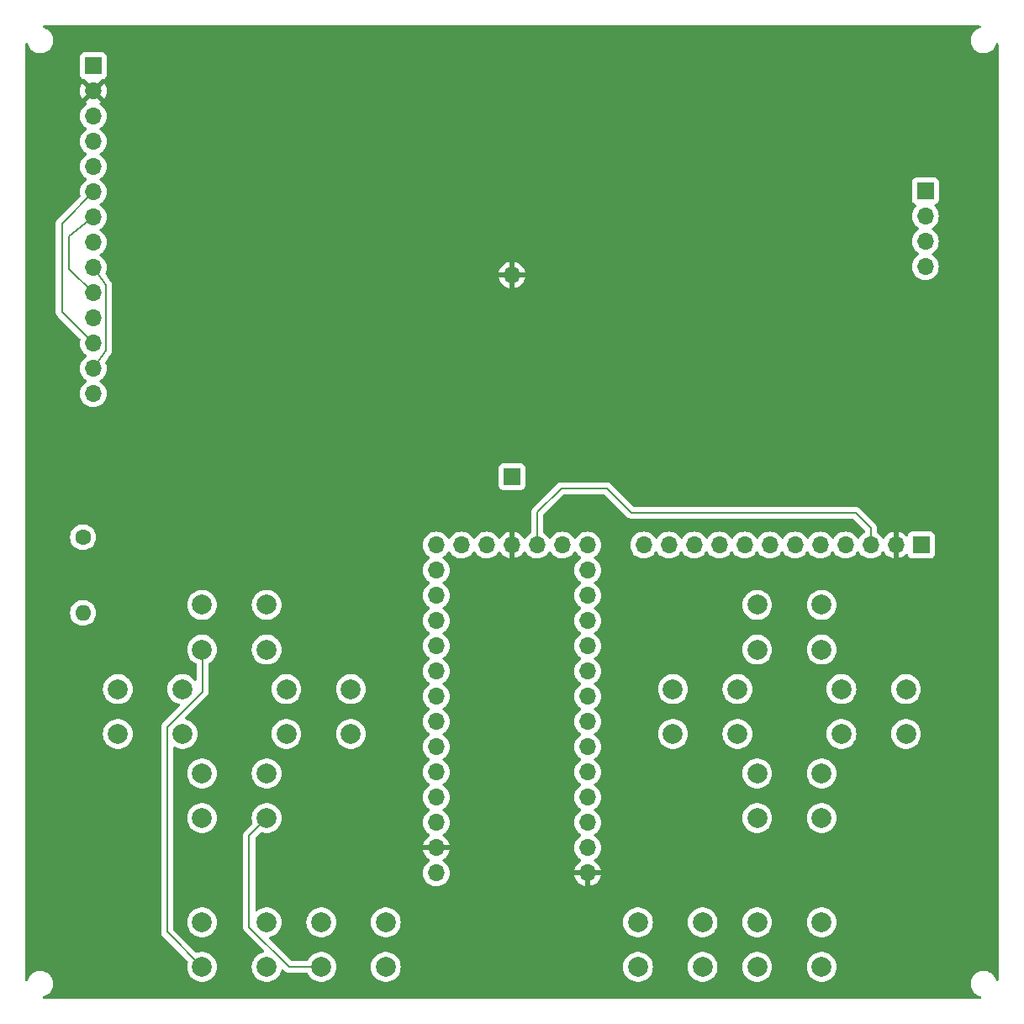
<source format=gbr>
G04 #@! TF.GenerationSoftware,KiCad,Pcbnew,8.0.4*
G04 #@! TF.CreationDate,2024-09-17T15:57:22+09:30*
G04 #@! TF.ProjectId,handheld game console,68616e64-6865-46c6-9420-67616d652063,0*
G04 #@! TF.SameCoordinates,Original*
G04 #@! TF.FileFunction,Copper,L2,Bot*
G04 #@! TF.FilePolarity,Positive*
%FSLAX46Y46*%
G04 Gerber Fmt 4.6, Leading zero omitted, Abs format (unit mm)*
G04 Created by KiCad (PCBNEW 8.0.4) date 2024-09-17 15:57:22*
%MOMM*%
%LPD*%
G01*
G04 APERTURE LIST*
G04 #@! TA.AperFunction,ComponentPad*
%ADD10O,1.700000X1.700000*%
G04 #@! TD*
G04 #@! TA.AperFunction,ComponentPad*
%ADD11C,2.000000*%
G04 #@! TD*
G04 #@! TA.AperFunction,ComponentPad*
%ADD12R,1.700000X1.700000*%
G04 #@! TD*
G04 #@! TA.AperFunction,ComponentPad*
%ADD13C,1.600000*%
G04 #@! TD*
G04 #@! TA.AperFunction,ComponentPad*
%ADD14O,1.600000X1.600000*%
G04 #@! TD*
G04 #@! TA.AperFunction,Conductor*
%ADD15C,0.200000*%
G04 #@! TD*
G04 APERTURE END LIST*
D10*
X135120000Y-128800000D03*
X135120000Y-126260000D03*
X135120000Y-123720000D03*
X135120000Y-121180000D03*
X135120000Y-118640000D03*
X135120000Y-116100000D03*
X135120000Y-113560000D03*
X135120000Y-111020000D03*
X135120000Y-108480000D03*
X135120000Y-105940000D03*
X135120000Y-103400000D03*
X135120000Y-100860000D03*
X135120000Y-98320000D03*
X119880000Y-98320000D03*
X119880000Y-100860000D03*
X119880000Y-103400000D03*
X119880000Y-105940000D03*
X119880000Y-108480000D03*
X119880000Y-111020000D03*
X119880000Y-113560000D03*
X119880000Y-116100000D03*
X119880000Y-118640000D03*
X119880000Y-121180000D03*
X119880000Y-123720000D03*
X119880000Y-126260000D03*
X130040000Y-98320000D03*
X135120000Y-131340000D03*
X119880000Y-128800000D03*
X127500000Y-98320000D03*
X119880000Y-131340000D03*
X132580000Y-98320000D03*
X124960000Y-98320000D03*
X122420000Y-98320000D03*
D11*
X96300800Y-104348600D03*
X102800800Y-104348600D03*
X96300800Y-108848600D03*
X102800800Y-108848600D03*
X152199200Y-121308600D03*
X158699200Y-121308600D03*
X152199200Y-125808600D03*
X158699200Y-125808600D03*
X96300800Y-136308600D03*
X102800800Y-136308600D03*
X96300800Y-140808600D03*
X102800800Y-140808600D03*
X104780800Y-112828600D03*
X111280800Y-112828600D03*
X104780800Y-117328600D03*
X111280800Y-117328600D03*
X143719200Y-112828600D03*
X150219200Y-112828600D03*
X143719200Y-117328600D03*
X150219200Y-117328600D03*
X96300800Y-121308600D03*
X102800800Y-121308600D03*
X96300800Y-125808600D03*
X102800800Y-125808600D03*
X152199200Y-136308600D03*
X158699200Y-136308600D03*
X152199200Y-140808600D03*
X158699200Y-140808600D03*
X152199200Y-104348600D03*
X158699200Y-104348600D03*
X152199200Y-108848600D03*
X158699200Y-108848600D03*
X87820800Y-112828600D03*
X94320800Y-112828600D03*
X87820800Y-117328600D03*
X94320800Y-117328600D03*
X108300800Y-136308600D03*
X114800800Y-136308600D03*
X108300800Y-140808600D03*
X114800800Y-140808600D03*
X160679200Y-112828600D03*
X167179200Y-112828600D03*
X160679200Y-117328600D03*
X167179200Y-117328600D03*
X140199200Y-136308600D03*
X146699200Y-136308600D03*
X140199200Y-140808600D03*
X146699200Y-140808600D03*
D12*
X85338800Y-50056200D03*
D10*
X85338800Y-52596200D03*
X85338800Y-55136200D03*
X85338800Y-57676200D03*
X85338800Y-60216200D03*
X85338800Y-62756200D03*
X85338800Y-65296200D03*
X85338800Y-67836200D03*
X85338800Y-70376200D03*
X85338800Y-72916200D03*
X85338800Y-75456200D03*
X85338800Y-77996200D03*
X85338800Y-80536200D03*
X85338800Y-83076200D03*
D12*
X169138800Y-62666200D03*
D10*
X169138800Y-65206200D03*
X169138800Y-67746200D03*
X169138800Y-70286200D03*
D13*
X84307200Y-97527200D03*
D14*
X84307200Y-105147200D03*
D12*
X168711400Y-98320200D03*
D10*
X166171400Y-98320200D03*
X163631400Y-98320200D03*
X161091400Y-98320200D03*
X158551400Y-98320200D03*
X156011400Y-98320200D03*
X153471400Y-98320200D03*
X150931400Y-98320200D03*
X148391400Y-98320200D03*
X145851400Y-98320200D03*
X143311400Y-98320200D03*
X140771400Y-98320200D03*
D12*
X127500000Y-91431200D03*
D10*
X127500000Y-71111200D03*
D15*
X82173600Y-65921400D02*
X82173600Y-74831000D01*
X82173600Y-74831000D02*
X85338800Y-77996200D01*
X85338800Y-62756200D02*
X82173600Y-65921400D01*
X86618600Y-78756400D02*
X85338800Y-80536200D01*
X86618600Y-72156000D02*
X86618600Y-78756400D01*
X85338800Y-70376200D02*
X86618600Y-72156000D01*
X82910200Y-67224800D02*
X82910200Y-70487600D01*
X82910200Y-70487600D02*
X85338800Y-72916200D01*
X85338800Y-65296200D02*
X82910200Y-67224800D01*
X130040000Y-95025200D02*
X132465400Y-92599800D01*
X137037800Y-92599800D02*
X139501400Y-95063400D01*
X132465400Y-92599800D02*
X137037800Y-92599800D01*
X163631400Y-96587600D02*
X163631400Y-98340200D01*
X162107200Y-95063400D02*
X163631400Y-96587600D01*
X130040000Y-98320000D02*
X130040000Y-95025200D01*
X139501400Y-95063400D02*
X162107200Y-95063400D01*
X96346800Y-113072000D02*
X96346800Y-108894600D01*
X92765400Y-116653400D02*
X96346800Y-113072000D01*
X96300800Y-140808600D02*
X92765400Y-137273200D01*
X92765400Y-137273200D02*
X92765400Y-116653400D01*
X96346800Y-108894600D02*
X96300800Y-108848600D01*
X101045800Y-136795600D02*
X105058800Y-140808600D01*
X102800800Y-125808600D02*
X101045800Y-127563600D01*
X105058800Y-140808600D02*
X108300800Y-140808600D01*
X101045800Y-127563600D02*
X101045800Y-136795600D01*
G04 #@! TA.AperFunction,Conductor*
G36*
X174690614Y-46020185D02*
G01*
X174736369Y-46072989D01*
X174746313Y-46142147D01*
X174717288Y-46205703D01*
X174661894Y-46242431D01*
X174500776Y-46294781D01*
X174318386Y-46387715D01*
X174152786Y-46508028D01*
X174008028Y-46652786D01*
X173887715Y-46818386D01*
X173794781Y-47000776D01*
X173731522Y-47195465D01*
X173699500Y-47397648D01*
X173699500Y-47602351D01*
X173731522Y-47804534D01*
X173794781Y-47999223D01*
X173887715Y-48181613D01*
X174008028Y-48347213D01*
X174152786Y-48491971D01*
X174307749Y-48604556D01*
X174318390Y-48612287D01*
X174434607Y-48671503D01*
X174500776Y-48705218D01*
X174500778Y-48705218D01*
X174500781Y-48705220D01*
X174605137Y-48739127D01*
X174695465Y-48768477D01*
X174796557Y-48784488D01*
X174897648Y-48800500D01*
X174897649Y-48800500D01*
X175102351Y-48800500D01*
X175102352Y-48800500D01*
X175304534Y-48768477D01*
X175499219Y-48705220D01*
X175681610Y-48612287D01*
X175774590Y-48544732D01*
X175847213Y-48491971D01*
X175847215Y-48491968D01*
X175847219Y-48491966D01*
X175991966Y-48347219D01*
X175991968Y-48347215D01*
X175991971Y-48347213D01*
X176044732Y-48274590D01*
X176112287Y-48181610D01*
X176205220Y-47999219D01*
X176257569Y-47838106D01*
X176297007Y-47780430D01*
X176361365Y-47753232D01*
X176430212Y-47765147D01*
X176481687Y-47812391D01*
X176499500Y-47876424D01*
X176499500Y-142123575D01*
X176479815Y-142190614D01*
X176427011Y-142236369D01*
X176357853Y-142246313D01*
X176294297Y-142217288D01*
X176257569Y-142161894D01*
X176205218Y-142000776D01*
X176162194Y-141916338D01*
X176112287Y-141818390D01*
X176050526Y-141733382D01*
X175991971Y-141652786D01*
X175847213Y-141508028D01*
X175681613Y-141387715D01*
X175681612Y-141387714D01*
X175681610Y-141387713D01*
X175624653Y-141358691D01*
X175499223Y-141294781D01*
X175304534Y-141231522D01*
X175129995Y-141203878D01*
X175102352Y-141199500D01*
X174897648Y-141199500D01*
X174873329Y-141203351D01*
X174695465Y-141231522D01*
X174500776Y-141294781D01*
X174318386Y-141387715D01*
X174152786Y-141508028D01*
X174008028Y-141652786D01*
X173887715Y-141818386D01*
X173794781Y-142000776D01*
X173731522Y-142195465D01*
X173699500Y-142397648D01*
X173699500Y-142602351D01*
X173731522Y-142804534D01*
X173794781Y-142999223D01*
X173887715Y-143181613D01*
X174008028Y-143347213D01*
X174152786Y-143491971D01*
X174307749Y-143604556D01*
X174318390Y-143612287D01*
X174434607Y-143671503D01*
X174500776Y-143705218D01*
X174500778Y-143705218D01*
X174500781Y-143705220D01*
X174604881Y-143739044D01*
X174661894Y-143757569D01*
X174719569Y-143797007D01*
X174746767Y-143861366D01*
X174734852Y-143930212D01*
X174687608Y-143981688D01*
X174623575Y-143999500D01*
X80376425Y-143999500D01*
X80309386Y-143979815D01*
X80263631Y-143927011D01*
X80253687Y-143857853D01*
X80282712Y-143794297D01*
X80338106Y-143757569D01*
X80374669Y-143745688D01*
X80499219Y-143705220D01*
X80681610Y-143612287D01*
X80774590Y-143544732D01*
X80847213Y-143491971D01*
X80847215Y-143491968D01*
X80847219Y-143491966D01*
X80991966Y-143347219D01*
X80991968Y-143347215D01*
X80991971Y-143347213D01*
X81044732Y-143274590D01*
X81112287Y-143181610D01*
X81205220Y-142999219D01*
X81268477Y-142804534D01*
X81300500Y-142602352D01*
X81300500Y-142397648D01*
X81279992Y-142268170D01*
X81268477Y-142195465D01*
X81205218Y-142000776D01*
X81162194Y-141916338D01*
X81112287Y-141818390D01*
X81050526Y-141733382D01*
X80991971Y-141652786D01*
X80847213Y-141508028D01*
X80681613Y-141387715D01*
X80681612Y-141387714D01*
X80681610Y-141387713D01*
X80624653Y-141358691D01*
X80499223Y-141294781D01*
X80304534Y-141231522D01*
X80129995Y-141203878D01*
X80102352Y-141199500D01*
X79897648Y-141199500D01*
X79873329Y-141203351D01*
X79695465Y-141231522D01*
X79500776Y-141294781D01*
X79318386Y-141387715D01*
X79152786Y-141508028D01*
X79008028Y-141652786D01*
X78887715Y-141818386D01*
X78794781Y-142000776D01*
X78742431Y-142161894D01*
X78702993Y-142219569D01*
X78638634Y-142246767D01*
X78569788Y-142234852D01*
X78518312Y-142187608D01*
X78500500Y-142123575D01*
X78500500Y-137352254D01*
X92164898Y-137352254D01*
X92205823Y-137504985D01*
X92234758Y-137555100D01*
X92234759Y-137555104D01*
X92234760Y-137555104D01*
X92284879Y-137641914D01*
X92284881Y-137641917D01*
X92403749Y-137760785D01*
X92403755Y-137760790D01*
X94844282Y-140201318D01*
X94877767Y-140262641D01*
X94876807Y-140319439D01*
X94815692Y-140560774D01*
X94815690Y-140560787D01*
X94795157Y-140808594D01*
X94795157Y-140808605D01*
X94815690Y-141056412D01*
X94815692Y-141056424D01*
X94876736Y-141297481D01*
X94976626Y-141525206D01*
X95112633Y-141733382D01*
X95112636Y-141733385D01*
X95281056Y-141916338D01*
X95477291Y-142069074D01*
X95695990Y-142187428D01*
X95931186Y-142268171D01*
X96176465Y-142309100D01*
X96425135Y-142309100D01*
X96670414Y-142268171D01*
X96905610Y-142187428D01*
X97124309Y-142069074D01*
X97320544Y-141916338D01*
X97488964Y-141733385D01*
X97624973Y-141525207D01*
X97724863Y-141297481D01*
X97785908Y-141056421D01*
X97806443Y-140808600D01*
X97785908Y-140560779D01*
X97724863Y-140319719D01*
X97724740Y-140319439D01*
X97624973Y-140091993D01*
X97488966Y-139883817D01*
X97467357Y-139860344D01*
X97320544Y-139700862D01*
X97124309Y-139548126D01*
X97124307Y-139548125D01*
X97124306Y-139548124D01*
X96905611Y-139429772D01*
X96905602Y-139429769D01*
X96670416Y-139349029D01*
X96425135Y-139308100D01*
X96176465Y-139308100D01*
X95931186Y-139349028D01*
X95825192Y-139385415D01*
X95755393Y-139388564D01*
X95697250Y-139355814D01*
X93402219Y-137060783D01*
X93368734Y-136999460D01*
X93365900Y-136973102D01*
X93365900Y-136308594D01*
X94795157Y-136308594D01*
X94795157Y-136308605D01*
X94815690Y-136556412D01*
X94815692Y-136556424D01*
X94876736Y-136797481D01*
X94976626Y-137025206D01*
X95112633Y-137233382D01*
X95112636Y-137233385D01*
X95281056Y-137416338D01*
X95477291Y-137569074D01*
X95477293Y-137569075D01*
X95611887Y-137641914D01*
X95695990Y-137687428D01*
X95931186Y-137768171D01*
X96176465Y-137809100D01*
X96425135Y-137809100D01*
X96670414Y-137768171D01*
X96905610Y-137687428D01*
X97124309Y-137569074D01*
X97320544Y-137416338D01*
X97488964Y-137233385D01*
X97624973Y-137025207D01*
X97691012Y-136874654D01*
X100445298Y-136874654D01*
X100486223Y-137027385D01*
X100515158Y-137077500D01*
X100515159Y-137077504D01*
X100515160Y-137077504D01*
X100565279Y-137164314D01*
X100565281Y-137164317D01*
X100684149Y-137283185D01*
X100684155Y-137283190D01*
X102534062Y-139133097D01*
X102567547Y-139194420D01*
X102562563Y-139264112D01*
X102520691Y-139320045D01*
X102466792Y-139343087D01*
X102431181Y-139349029D01*
X102195997Y-139429769D01*
X102195988Y-139429772D01*
X101977293Y-139548124D01*
X101781057Y-139700861D01*
X101612633Y-139883817D01*
X101476626Y-140091993D01*
X101376736Y-140319718D01*
X101315692Y-140560775D01*
X101315690Y-140560787D01*
X101295157Y-140808594D01*
X101295157Y-140808605D01*
X101315690Y-141056412D01*
X101315692Y-141056424D01*
X101376736Y-141297481D01*
X101476626Y-141525206D01*
X101612633Y-141733382D01*
X101612636Y-141733385D01*
X101781056Y-141916338D01*
X101977291Y-142069074D01*
X102195990Y-142187428D01*
X102431186Y-142268171D01*
X102676465Y-142309100D01*
X102925135Y-142309100D01*
X103170414Y-142268171D01*
X103405610Y-142187428D01*
X103624309Y-142069074D01*
X103820544Y-141916338D01*
X103988964Y-141733385D01*
X104124973Y-141525207D01*
X104224863Y-141297481D01*
X104266985Y-141131144D01*
X104302524Y-141070991D01*
X104364944Y-141039599D01*
X104434427Y-141046937D01*
X104474871Y-141073906D01*
X104573939Y-141172974D01*
X104573949Y-141172985D01*
X104578279Y-141177315D01*
X104578280Y-141177316D01*
X104690084Y-141289120D01*
X104776895Y-141339239D01*
X104776897Y-141339241D01*
X104814951Y-141361211D01*
X104827015Y-141368177D01*
X104979743Y-141409101D01*
X104979746Y-141409101D01*
X105145453Y-141409101D01*
X105145469Y-141409100D01*
X106844684Y-141409100D01*
X106911723Y-141428785D01*
X106957478Y-141481589D01*
X106958240Y-141483289D01*
X106976627Y-141525208D01*
X107112633Y-141733382D01*
X107112636Y-141733385D01*
X107281056Y-141916338D01*
X107477291Y-142069074D01*
X107695990Y-142187428D01*
X107931186Y-142268171D01*
X108176465Y-142309100D01*
X108425135Y-142309100D01*
X108670414Y-142268171D01*
X108905610Y-142187428D01*
X109124309Y-142069074D01*
X109320544Y-141916338D01*
X109488964Y-141733385D01*
X109624973Y-141525207D01*
X109724863Y-141297481D01*
X109785908Y-141056421D01*
X109806443Y-140808600D01*
X109806443Y-140808594D01*
X113295157Y-140808594D01*
X113295157Y-140808605D01*
X113315690Y-141056412D01*
X113315692Y-141056424D01*
X113376736Y-141297481D01*
X113476626Y-141525206D01*
X113612633Y-141733382D01*
X113612636Y-141733385D01*
X113781056Y-141916338D01*
X113977291Y-142069074D01*
X114195990Y-142187428D01*
X114431186Y-142268171D01*
X114676465Y-142309100D01*
X114925135Y-142309100D01*
X115170414Y-142268171D01*
X115405610Y-142187428D01*
X115624309Y-142069074D01*
X115820544Y-141916338D01*
X115988964Y-141733385D01*
X116124973Y-141525207D01*
X116224863Y-141297481D01*
X116285908Y-141056421D01*
X116306443Y-140808600D01*
X116306443Y-140808594D01*
X138693557Y-140808594D01*
X138693557Y-140808605D01*
X138714090Y-141056412D01*
X138714092Y-141056424D01*
X138775136Y-141297481D01*
X138875026Y-141525206D01*
X139011033Y-141733382D01*
X139011036Y-141733385D01*
X139179456Y-141916338D01*
X139375691Y-142069074D01*
X139594390Y-142187428D01*
X139829586Y-142268171D01*
X140074865Y-142309100D01*
X140323535Y-142309100D01*
X140568814Y-142268171D01*
X140804010Y-142187428D01*
X141022709Y-142069074D01*
X141218944Y-141916338D01*
X141387364Y-141733385D01*
X141523373Y-141525207D01*
X141623263Y-141297481D01*
X141684308Y-141056421D01*
X141704843Y-140808600D01*
X141704843Y-140808594D01*
X145193557Y-140808594D01*
X145193557Y-140808605D01*
X145214090Y-141056412D01*
X145214092Y-141056424D01*
X145275136Y-141297481D01*
X145375026Y-141525206D01*
X145511033Y-141733382D01*
X145511036Y-141733385D01*
X145679456Y-141916338D01*
X145875691Y-142069074D01*
X146094390Y-142187428D01*
X146329586Y-142268171D01*
X146574865Y-142309100D01*
X146823535Y-142309100D01*
X147068814Y-142268171D01*
X147304010Y-142187428D01*
X147522709Y-142069074D01*
X147718944Y-141916338D01*
X147887364Y-141733385D01*
X148023373Y-141525207D01*
X148123263Y-141297481D01*
X148184308Y-141056421D01*
X148204843Y-140808600D01*
X148204843Y-140808594D01*
X150693557Y-140808594D01*
X150693557Y-140808605D01*
X150714090Y-141056412D01*
X150714092Y-141056424D01*
X150775136Y-141297481D01*
X150875026Y-141525206D01*
X151011033Y-141733382D01*
X151011036Y-141733385D01*
X151179456Y-141916338D01*
X151375691Y-142069074D01*
X151594390Y-142187428D01*
X151829586Y-142268171D01*
X152074865Y-142309100D01*
X152323535Y-142309100D01*
X152568814Y-142268171D01*
X152804010Y-142187428D01*
X153022709Y-142069074D01*
X153218944Y-141916338D01*
X153387364Y-141733385D01*
X153523373Y-141525207D01*
X153623263Y-141297481D01*
X153684308Y-141056421D01*
X153704843Y-140808600D01*
X153704843Y-140808594D01*
X157193557Y-140808594D01*
X157193557Y-140808605D01*
X157214090Y-141056412D01*
X157214092Y-141056424D01*
X157275136Y-141297481D01*
X157375026Y-141525206D01*
X157511033Y-141733382D01*
X157511036Y-141733385D01*
X157679456Y-141916338D01*
X157875691Y-142069074D01*
X158094390Y-142187428D01*
X158329586Y-142268171D01*
X158574865Y-142309100D01*
X158823535Y-142309100D01*
X159068814Y-142268171D01*
X159304010Y-142187428D01*
X159522709Y-142069074D01*
X159718944Y-141916338D01*
X159887364Y-141733385D01*
X160023373Y-141525207D01*
X160123263Y-141297481D01*
X160184308Y-141056421D01*
X160204843Y-140808600D01*
X160184308Y-140560779D01*
X160123263Y-140319719D01*
X160123140Y-140319439D01*
X160023373Y-140091993D01*
X159887366Y-139883817D01*
X159865757Y-139860344D01*
X159718944Y-139700862D01*
X159522709Y-139548126D01*
X159522707Y-139548125D01*
X159522706Y-139548124D01*
X159304011Y-139429772D01*
X159304002Y-139429769D01*
X159068816Y-139349029D01*
X158823535Y-139308100D01*
X158574865Y-139308100D01*
X158329583Y-139349029D01*
X158094397Y-139429769D01*
X158094388Y-139429772D01*
X157875693Y-139548124D01*
X157679457Y-139700861D01*
X157511033Y-139883817D01*
X157375026Y-140091993D01*
X157275136Y-140319718D01*
X157214092Y-140560775D01*
X157214090Y-140560787D01*
X157193557Y-140808594D01*
X153704843Y-140808594D01*
X153684308Y-140560779D01*
X153623263Y-140319719D01*
X153623140Y-140319439D01*
X153523373Y-140091993D01*
X153387366Y-139883817D01*
X153365757Y-139860344D01*
X153218944Y-139700862D01*
X153022709Y-139548126D01*
X153022707Y-139548125D01*
X153022706Y-139548124D01*
X152804011Y-139429772D01*
X152804002Y-139429769D01*
X152568816Y-139349029D01*
X152323535Y-139308100D01*
X152074865Y-139308100D01*
X151829583Y-139349029D01*
X151594397Y-139429769D01*
X151594388Y-139429772D01*
X151375693Y-139548124D01*
X151179457Y-139700861D01*
X151011033Y-139883817D01*
X150875026Y-140091993D01*
X150775136Y-140319718D01*
X150714092Y-140560775D01*
X150714090Y-140560787D01*
X150693557Y-140808594D01*
X148204843Y-140808594D01*
X148184308Y-140560779D01*
X148123263Y-140319719D01*
X148123140Y-140319439D01*
X148023373Y-140091993D01*
X147887366Y-139883817D01*
X147865757Y-139860344D01*
X147718944Y-139700862D01*
X147522709Y-139548126D01*
X147522707Y-139548125D01*
X147522706Y-139548124D01*
X147304011Y-139429772D01*
X147304002Y-139429769D01*
X147068816Y-139349029D01*
X146823535Y-139308100D01*
X146574865Y-139308100D01*
X146329583Y-139349029D01*
X146094397Y-139429769D01*
X146094388Y-139429772D01*
X145875693Y-139548124D01*
X145679457Y-139700861D01*
X145511033Y-139883817D01*
X145375026Y-140091993D01*
X145275136Y-140319718D01*
X145214092Y-140560775D01*
X145214090Y-140560787D01*
X145193557Y-140808594D01*
X141704843Y-140808594D01*
X141684308Y-140560779D01*
X141623263Y-140319719D01*
X141623140Y-140319439D01*
X141523373Y-140091993D01*
X141387366Y-139883817D01*
X141365757Y-139860344D01*
X141218944Y-139700862D01*
X141022709Y-139548126D01*
X141022707Y-139548125D01*
X141022706Y-139548124D01*
X140804011Y-139429772D01*
X140804002Y-139429769D01*
X140568816Y-139349029D01*
X140323535Y-139308100D01*
X140074865Y-139308100D01*
X139829583Y-139349029D01*
X139594397Y-139429769D01*
X139594388Y-139429772D01*
X139375693Y-139548124D01*
X139179457Y-139700861D01*
X139011033Y-139883817D01*
X138875026Y-140091993D01*
X138775136Y-140319718D01*
X138714092Y-140560775D01*
X138714090Y-140560787D01*
X138693557Y-140808594D01*
X116306443Y-140808594D01*
X116285908Y-140560779D01*
X116224863Y-140319719D01*
X116224740Y-140319439D01*
X116124973Y-140091993D01*
X115988966Y-139883817D01*
X115967357Y-139860344D01*
X115820544Y-139700862D01*
X115624309Y-139548126D01*
X115624307Y-139548125D01*
X115624306Y-139548124D01*
X115405611Y-139429772D01*
X115405602Y-139429769D01*
X115170416Y-139349029D01*
X114925135Y-139308100D01*
X114676465Y-139308100D01*
X114431183Y-139349029D01*
X114195997Y-139429769D01*
X114195988Y-139429772D01*
X113977293Y-139548124D01*
X113781057Y-139700861D01*
X113612633Y-139883817D01*
X113476626Y-140091993D01*
X113376736Y-140319718D01*
X113315692Y-140560775D01*
X113315690Y-140560787D01*
X113295157Y-140808594D01*
X109806443Y-140808594D01*
X109785908Y-140560779D01*
X109724863Y-140319719D01*
X109724740Y-140319439D01*
X109624973Y-140091993D01*
X109488966Y-139883817D01*
X109467357Y-139860344D01*
X109320544Y-139700862D01*
X109124309Y-139548126D01*
X109124307Y-139548125D01*
X109124306Y-139548124D01*
X108905611Y-139429772D01*
X108905602Y-139429769D01*
X108670416Y-139349029D01*
X108425135Y-139308100D01*
X108176465Y-139308100D01*
X107931183Y-139349029D01*
X107695997Y-139429769D01*
X107695988Y-139429772D01*
X107477293Y-139548124D01*
X107281057Y-139700861D01*
X107112633Y-139883817D01*
X106976627Y-140091991D01*
X106958240Y-140133911D01*
X106913283Y-140187396D01*
X106846547Y-140208086D01*
X106844684Y-140208100D01*
X105358897Y-140208100D01*
X105291858Y-140188415D01*
X105271216Y-140171781D01*
X103081249Y-137981814D01*
X103047764Y-137920491D01*
X103052748Y-137850799D01*
X103094620Y-137794866D01*
X103148522Y-137771824D01*
X103170414Y-137768171D01*
X103405610Y-137687428D01*
X103624309Y-137569074D01*
X103820544Y-137416338D01*
X103988964Y-137233385D01*
X104124973Y-137025207D01*
X104224863Y-136797481D01*
X104285908Y-136556421D01*
X104306443Y-136308600D01*
X104306443Y-136308594D01*
X106795157Y-136308594D01*
X106795157Y-136308605D01*
X106815690Y-136556412D01*
X106815692Y-136556424D01*
X106876736Y-136797481D01*
X106976626Y-137025206D01*
X107112633Y-137233382D01*
X107112636Y-137233385D01*
X107281056Y-137416338D01*
X107477291Y-137569074D01*
X107477293Y-137569075D01*
X107611887Y-137641914D01*
X107695990Y-137687428D01*
X107931186Y-137768171D01*
X108176465Y-137809100D01*
X108425135Y-137809100D01*
X108670414Y-137768171D01*
X108905610Y-137687428D01*
X109124309Y-137569074D01*
X109320544Y-137416338D01*
X109488964Y-137233385D01*
X109624973Y-137025207D01*
X109724863Y-136797481D01*
X109785908Y-136556421D01*
X109806443Y-136308600D01*
X109806443Y-136308594D01*
X113295157Y-136308594D01*
X113295157Y-136308605D01*
X113315690Y-136556412D01*
X113315692Y-136556424D01*
X113376736Y-136797481D01*
X113476626Y-137025206D01*
X113612633Y-137233382D01*
X113612636Y-137233385D01*
X113781056Y-137416338D01*
X113977291Y-137569074D01*
X113977293Y-137569075D01*
X114111887Y-137641914D01*
X114195990Y-137687428D01*
X114431186Y-137768171D01*
X114676465Y-137809100D01*
X114925135Y-137809100D01*
X115170414Y-137768171D01*
X115405610Y-137687428D01*
X115624309Y-137569074D01*
X115820544Y-137416338D01*
X115988964Y-137233385D01*
X116124973Y-137025207D01*
X116224863Y-136797481D01*
X116285908Y-136556421D01*
X116306443Y-136308600D01*
X116306443Y-136308594D01*
X138693557Y-136308594D01*
X138693557Y-136308605D01*
X138714090Y-136556412D01*
X138714092Y-136556424D01*
X138775136Y-136797481D01*
X138875026Y-137025206D01*
X139011033Y-137233382D01*
X139011036Y-137233385D01*
X139179456Y-137416338D01*
X139375691Y-137569074D01*
X139375693Y-137569075D01*
X139510287Y-137641914D01*
X139594390Y-137687428D01*
X139829586Y-137768171D01*
X140074865Y-137809100D01*
X140323535Y-137809100D01*
X140568814Y-137768171D01*
X140804010Y-137687428D01*
X141022709Y-137569074D01*
X141218944Y-137416338D01*
X141387364Y-137233385D01*
X141523373Y-137025207D01*
X141623263Y-136797481D01*
X141684308Y-136556421D01*
X141704843Y-136308600D01*
X141704843Y-136308594D01*
X145193557Y-136308594D01*
X145193557Y-136308605D01*
X145214090Y-136556412D01*
X145214092Y-136556424D01*
X145275136Y-136797481D01*
X145375026Y-137025206D01*
X145511033Y-137233382D01*
X145511036Y-137233385D01*
X145679456Y-137416338D01*
X145875691Y-137569074D01*
X145875693Y-137569075D01*
X146010287Y-137641914D01*
X146094390Y-137687428D01*
X146329586Y-137768171D01*
X146574865Y-137809100D01*
X146823535Y-137809100D01*
X147068814Y-137768171D01*
X147304010Y-137687428D01*
X147522709Y-137569074D01*
X147718944Y-137416338D01*
X147887364Y-137233385D01*
X148023373Y-137025207D01*
X148123263Y-136797481D01*
X148184308Y-136556421D01*
X148204843Y-136308600D01*
X148204843Y-136308594D01*
X150693557Y-136308594D01*
X150693557Y-136308605D01*
X150714090Y-136556412D01*
X150714092Y-136556424D01*
X150775136Y-136797481D01*
X150875026Y-137025206D01*
X151011033Y-137233382D01*
X151011036Y-137233385D01*
X151179456Y-137416338D01*
X151375691Y-137569074D01*
X151375693Y-137569075D01*
X151510287Y-137641914D01*
X151594390Y-137687428D01*
X151829586Y-137768171D01*
X152074865Y-137809100D01*
X152323535Y-137809100D01*
X152568814Y-137768171D01*
X152804010Y-137687428D01*
X153022709Y-137569074D01*
X153218944Y-137416338D01*
X153387364Y-137233385D01*
X153523373Y-137025207D01*
X153623263Y-136797481D01*
X153684308Y-136556421D01*
X153704843Y-136308600D01*
X153704843Y-136308594D01*
X157193557Y-136308594D01*
X157193557Y-136308605D01*
X157214090Y-136556412D01*
X157214092Y-136556424D01*
X157275136Y-136797481D01*
X157375026Y-137025206D01*
X157511033Y-137233382D01*
X157511036Y-137233385D01*
X157679456Y-137416338D01*
X157875691Y-137569074D01*
X157875693Y-137569075D01*
X158010287Y-137641914D01*
X158094390Y-137687428D01*
X158329586Y-137768171D01*
X158574865Y-137809100D01*
X158823535Y-137809100D01*
X159068814Y-137768171D01*
X159304010Y-137687428D01*
X159522709Y-137569074D01*
X159718944Y-137416338D01*
X159887364Y-137233385D01*
X160023373Y-137025207D01*
X160123263Y-136797481D01*
X160184308Y-136556421D01*
X160204843Y-136308600D01*
X160184308Y-136060779D01*
X160123263Y-135819719D01*
X160023373Y-135591993D01*
X159887366Y-135383817D01*
X159853700Y-135347246D01*
X159718944Y-135200862D01*
X159522709Y-135048126D01*
X159522707Y-135048125D01*
X159522706Y-135048124D01*
X159304011Y-134929772D01*
X159304002Y-134929769D01*
X159068816Y-134849029D01*
X158823535Y-134808100D01*
X158574865Y-134808100D01*
X158329583Y-134849029D01*
X158094397Y-134929769D01*
X158094388Y-134929772D01*
X157875693Y-135048124D01*
X157679457Y-135200861D01*
X157511033Y-135383817D01*
X157375026Y-135591993D01*
X157275136Y-135819718D01*
X157214092Y-136060775D01*
X157214090Y-136060787D01*
X157193557Y-136308594D01*
X153704843Y-136308594D01*
X153684308Y-136060779D01*
X153623263Y-135819719D01*
X153523373Y-135591993D01*
X153387366Y-135383817D01*
X153353700Y-135347246D01*
X153218944Y-135200862D01*
X153022709Y-135048126D01*
X153022707Y-135048125D01*
X153022706Y-135048124D01*
X152804011Y-134929772D01*
X152804002Y-134929769D01*
X152568816Y-134849029D01*
X152323535Y-134808100D01*
X152074865Y-134808100D01*
X151829583Y-134849029D01*
X151594397Y-134929769D01*
X151594388Y-134929772D01*
X151375693Y-135048124D01*
X151179457Y-135200861D01*
X151011033Y-135383817D01*
X150875026Y-135591993D01*
X150775136Y-135819718D01*
X150714092Y-136060775D01*
X150714090Y-136060787D01*
X150693557Y-136308594D01*
X148204843Y-136308594D01*
X148184308Y-136060779D01*
X148123263Y-135819719D01*
X148023373Y-135591993D01*
X147887366Y-135383817D01*
X147853700Y-135347246D01*
X147718944Y-135200862D01*
X147522709Y-135048126D01*
X147522707Y-135048125D01*
X147522706Y-135048124D01*
X147304011Y-134929772D01*
X147304002Y-134929769D01*
X147068816Y-134849029D01*
X146823535Y-134808100D01*
X146574865Y-134808100D01*
X146329583Y-134849029D01*
X146094397Y-134929769D01*
X146094388Y-134929772D01*
X145875693Y-135048124D01*
X145679457Y-135200861D01*
X145511033Y-135383817D01*
X145375026Y-135591993D01*
X145275136Y-135819718D01*
X145214092Y-136060775D01*
X145214090Y-136060787D01*
X145193557Y-136308594D01*
X141704843Y-136308594D01*
X141684308Y-136060779D01*
X141623263Y-135819719D01*
X141523373Y-135591993D01*
X141387366Y-135383817D01*
X141353700Y-135347246D01*
X141218944Y-135200862D01*
X141022709Y-135048126D01*
X141022707Y-135048125D01*
X141022706Y-135048124D01*
X140804011Y-134929772D01*
X140804002Y-134929769D01*
X140568816Y-134849029D01*
X140323535Y-134808100D01*
X140074865Y-134808100D01*
X139829583Y-134849029D01*
X139594397Y-134929769D01*
X139594388Y-134929772D01*
X139375693Y-135048124D01*
X139179457Y-135200861D01*
X139011033Y-135383817D01*
X138875026Y-135591993D01*
X138775136Y-135819718D01*
X138714092Y-136060775D01*
X138714090Y-136060787D01*
X138693557Y-136308594D01*
X116306443Y-136308594D01*
X116285908Y-136060779D01*
X116224863Y-135819719D01*
X116124973Y-135591993D01*
X115988966Y-135383817D01*
X115955300Y-135347246D01*
X115820544Y-135200862D01*
X115624309Y-135048126D01*
X115624307Y-135048125D01*
X115624306Y-135048124D01*
X115405611Y-134929772D01*
X115405602Y-134929769D01*
X115170416Y-134849029D01*
X114925135Y-134808100D01*
X114676465Y-134808100D01*
X114431183Y-134849029D01*
X114195997Y-134929769D01*
X114195988Y-134929772D01*
X113977293Y-135048124D01*
X113781057Y-135200861D01*
X113612633Y-135383817D01*
X113476626Y-135591993D01*
X113376736Y-135819718D01*
X113315692Y-136060775D01*
X113315690Y-136060787D01*
X113295157Y-136308594D01*
X109806443Y-136308594D01*
X109785908Y-136060779D01*
X109724863Y-135819719D01*
X109624973Y-135591993D01*
X109488966Y-135383817D01*
X109455300Y-135347246D01*
X109320544Y-135200862D01*
X109124309Y-135048126D01*
X109124307Y-135048125D01*
X109124306Y-135048124D01*
X108905611Y-134929772D01*
X108905602Y-134929769D01*
X108670416Y-134849029D01*
X108425135Y-134808100D01*
X108176465Y-134808100D01*
X107931183Y-134849029D01*
X107695997Y-134929769D01*
X107695988Y-134929772D01*
X107477293Y-135048124D01*
X107281057Y-135200861D01*
X107112633Y-135383817D01*
X106976626Y-135591993D01*
X106876736Y-135819718D01*
X106815692Y-136060775D01*
X106815690Y-136060787D01*
X106795157Y-136308594D01*
X104306443Y-136308594D01*
X104285908Y-136060779D01*
X104224863Y-135819719D01*
X104124973Y-135591993D01*
X103988966Y-135383817D01*
X103955300Y-135347246D01*
X103820544Y-135200862D01*
X103624309Y-135048126D01*
X103624307Y-135048125D01*
X103624306Y-135048124D01*
X103405611Y-134929772D01*
X103405602Y-134929769D01*
X103170416Y-134849029D01*
X102925135Y-134808100D01*
X102676465Y-134808100D01*
X102431183Y-134849029D01*
X102195997Y-134929769D01*
X102195988Y-134929772D01*
X101992755Y-135039757D01*
X101977291Y-135048126D01*
X101901995Y-135106731D01*
X101846462Y-135149954D01*
X101781468Y-135175596D01*
X101712928Y-135162029D01*
X101662603Y-135113561D01*
X101646300Y-135052100D01*
X101646300Y-127863696D01*
X101665985Y-127796657D01*
X101682615Y-127776019D01*
X102197252Y-127261381D01*
X102258573Y-127227898D01*
X102325192Y-127231782D01*
X102397150Y-127256486D01*
X102431185Y-127268171D01*
X102676465Y-127309100D01*
X102925135Y-127309100D01*
X103170414Y-127268171D01*
X103405610Y-127187428D01*
X103624309Y-127069074D01*
X103820544Y-126916338D01*
X103988964Y-126733385D01*
X104124973Y-126525207D01*
X104224863Y-126297481D01*
X104285908Y-126056421D01*
X104288545Y-126024596D01*
X104306443Y-125808605D01*
X104306443Y-125808594D01*
X104285909Y-125560787D01*
X104285907Y-125560775D01*
X104224863Y-125319718D01*
X104124973Y-125091993D01*
X103988966Y-124883817D01*
X103967357Y-124860344D01*
X103820544Y-124700862D01*
X103624309Y-124548126D01*
X103624307Y-124548125D01*
X103624306Y-124548124D01*
X103405611Y-124429772D01*
X103405602Y-124429769D01*
X103170416Y-124349029D01*
X102925135Y-124308100D01*
X102676465Y-124308100D01*
X102431183Y-124349029D01*
X102195997Y-124429769D01*
X102195988Y-124429772D01*
X101977293Y-124548124D01*
X101781057Y-124700861D01*
X101612633Y-124883817D01*
X101476626Y-125091993D01*
X101376736Y-125319718D01*
X101315692Y-125560775D01*
X101315690Y-125560787D01*
X101295157Y-125808594D01*
X101295157Y-125808605D01*
X101315690Y-126056412D01*
X101315692Y-126056424D01*
X101376807Y-126297760D01*
X101374182Y-126367580D01*
X101344282Y-126415881D01*
X100677086Y-127083078D01*
X100565281Y-127194882D01*
X100565280Y-127194884D01*
X100527397Y-127260500D01*
X100486223Y-127331815D01*
X100445299Y-127484543D01*
X100445299Y-127484545D01*
X100445299Y-127652646D01*
X100445300Y-127652659D01*
X100445300Y-136708930D01*
X100445299Y-136708948D01*
X100445299Y-136874654D01*
X100445298Y-136874654D01*
X97691012Y-136874654D01*
X97724863Y-136797481D01*
X97785908Y-136556421D01*
X97806443Y-136308600D01*
X97785908Y-136060779D01*
X97724863Y-135819719D01*
X97624973Y-135591993D01*
X97488966Y-135383817D01*
X97455300Y-135347246D01*
X97320544Y-135200862D01*
X97124309Y-135048126D01*
X97124307Y-135048125D01*
X97124306Y-135048124D01*
X96905611Y-134929772D01*
X96905602Y-134929769D01*
X96670416Y-134849029D01*
X96425135Y-134808100D01*
X96176465Y-134808100D01*
X95931183Y-134849029D01*
X95695997Y-134929769D01*
X95695988Y-134929772D01*
X95477293Y-135048124D01*
X95281057Y-135200861D01*
X95112633Y-135383817D01*
X94976626Y-135591993D01*
X94876736Y-135819718D01*
X94815692Y-136060775D01*
X94815690Y-136060787D01*
X94795157Y-136308594D01*
X93365900Y-136308594D01*
X93365900Y-125808594D01*
X94795157Y-125808594D01*
X94795157Y-125808605D01*
X94815690Y-126056412D01*
X94815692Y-126056424D01*
X94876736Y-126297481D01*
X94976626Y-126525206D01*
X95112633Y-126733382D01*
X95112636Y-126733385D01*
X95281056Y-126916338D01*
X95477291Y-127069074D01*
X95695990Y-127187428D01*
X95931186Y-127268171D01*
X96176465Y-127309100D01*
X96425135Y-127309100D01*
X96670414Y-127268171D01*
X96905610Y-127187428D01*
X97124309Y-127069074D01*
X97320544Y-126916338D01*
X97488964Y-126733385D01*
X97624973Y-126525207D01*
X97724863Y-126297481D01*
X97785908Y-126056421D01*
X97788545Y-126024596D01*
X97806443Y-125808605D01*
X97806443Y-125808594D01*
X97785909Y-125560787D01*
X97785907Y-125560775D01*
X97724863Y-125319718D01*
X97624973Y-125091993D01*
X97488966Y-124883817D01*
X97467357Y-124860344D01*
X97320544Y-124700862D01*
X97124309Y-124548126D01*
X97124307Y-124548125D01*
X97124306Y-124548124D01*
X96905611Y-124429772D01*
X96905602Y-124429769D01*
X96670416Y-124349029D01*
X96425135Y-124308100D01*
X96176465Y-124308100D01*
X95931183Y-124349029D01*
X95695997Y-124429769D01*
X95695988Y-124429772D01*
X95477293Y-124548124D01*
X95281057Y-124700861D01*
X95112633Y-124883817D01*
X94976626Y-125091993D01*
X94876736Y-125319718D01*
X94815692Y-125560775D01*
X94815690Y-125560787D01*
X94795157Y-125808594D01*
X93365900Y-125808594D01*
X93365900Y-121308594D01*
X94795157Y-121308594D01*
X94795157Y-121308605D01*
X94815690Y-121556412D01*
X94815692Y-121556424D01*
X94876736Y-121797481D01*
X94976626Y-122025206D01*
X95112633Y-122233382D01*
X95112636Y-122233385D01*
X95281056Y-122416338D01*
X95477291Y-122569074D01*
X95695990Y-122687428D01*
X95931186Y-122768171D01*
X96176465Y-122809100D01*
X96425135Y-122809100D01*
X96670414Y-122768171D01*
X96905610Y-122687428D01*
X97124309Y-122569074D01*
X97320544Y-122416338D01*
X97488964Y-122233385D01*
X97624973Y-122025207D01*
X97724863Y-121797481D01*
X97785908Y-121556421D01*
X97785909Y-121556412D01*
X97806443Y-121308605D01*
X97806443Y-121308594D01*
X101295157Y-121308594D01*
X101295157Y-121308605D01*
X101315690Y-121556412D01*
X101315692Y-121556424D01*
X101376736Y-121797481D01*
X101476626Y-122025206D01*
X101612633Y-122233382D01*
X101612636Y-122233385D01*
X101781056Y-122416338D01*
X101977291Y-122569074D01*
X102195990Y-122687428D01*
X102431186Y-122768171D01*
X102676465Y-122809100D01*
X102925135Y-122809100D01*
X103170414Y-122768171D01*
X103405610Y-122687428D01*
X103624309Y-122569074D01*
X103820544Y-122416338D01*
X103988964Y-122233385D01*
X104124973Y-122025207D01*
X104224863Y-121797481D01*
X104285908Y-121556421D01*
X104285909Y-121556412D01*
X104306443Y-121308605D01*
X104306443Y-121308594D01*
X104285909Y-121060787D01*
X104285907Y-121060775D01*
X104224863Y-120819718D01*
X104124973Y-120591993D01*
X103988966Y-120383817D01*
X103967357Y-120360344D01*
X103820544Y-120200862D01*
X103624309Y-120048126D01*
X103624307Y-120048125D01*
X103624306Y-120048124D01*
X103405611Y-119929772D01*
X103405602Y-119929769D01*
X103170416Y-119849029D01*
X102925135Y-119808100D01*
X102676465Y-119808100D01*
X102431183Y-119849029D01*
X102195997Y-119929769D01*
X102195988Y-119929772D01*
X101977293Y-120048124D01*
X101781057Y-120200861D01*
X101612633Y-120383817D01*
X101476626Y-120591993D01*
X101376736Y-120819718D01*
X101315692Y-121060775D01*
X101315690Y-121060787D01*
X101295157Y-121308594D01*
X97806443Y-121308594D01*
X97785909Y-121060787D01*
X97785907Y-121060775D01*
X97724863Y-120819718D01*
X97624973Y-120591993D01*
X97488966Y-120383817D01*
X97467357Y-120360344D01*
X97320544Y-120200862D01*
X97124309Y-120048126D01*
X97124307Y-120048125D01*
X97124306Y-120048124D01*
X96905611Y-119929772D01*
X96905602Y-119929769D01*
X96670416Y-119849029D01*
X96425135Y-119808100D01*
X96176465Y-119808100D01*
X95931183Y-119849029D01*
X95695997Y-119929769D01*
X95695988Y-119929772D01*
X95477293Y-120048124D01*
X95281057Y-120200861D01*
X95112633Y-120383817D01*
X94976626Y-120591993D01*
X94876736Y-120819718D01*
X94815692Y-121060775D01*
X94815690Y-121060787D01*
X94795157Y-121308594D01*
X93365900Y-121308594D01*
X93365900Y-118726067D01*
X93385585Y-118659028D01*
X93438389Y-118613273D01*
X93507547Y-118603329D01*
X93548918Y-118617013D01*
X93715979Y-118707423D01*
X93715985Y-118707425D01*
X93715990Y-118707428D01*
X93951186Y-118788171D01*
X94196465Y-118829100D01*
X94445135Y-118829100D01*
X94690414Y-118788171D01*
X94925610Y-118707428D01*
X95144309Y-118589074D01*
X95340544Y-118436338D01*
X95508964Y-118253385D01*
X95644973Y-118045207D01*
X95744863Y-117817481D01*
X95805908Y-117576421D01*
X95815061Y-117465965D01*
X95826443Y-117328605D01*
X95826443Y-117328594D01*
X103275157Y-117328594D01*
X103275157Y-117328605D01*
X103295690Y-117576412D01*
X103295692Y-117576424D01*
X103356736Y-117817481D01*
X103456626Y-118045206D01*
X103592633Y-118253382D01*
X103592636Y-118253385D01*
X103761056Y-118436338D01*
X103957291Y-118589074D01*
X104175990Y-118707428D01*
X104411186Y-118788171D01*
X104656465Y-118829100D01*
X104905135Y-118829100D01*
X105150414Y-118788171D01*
X105385610Y-118707428D01*
X105604309Y-118589074D01*
X105800544Y-118436338D01*
X105968964Y-118253385D01*
X106104973Y-118045207D01*
X106204863Y-117817481D01*
X106265908Y-117576421D01*
X106275061Y-117465965D01*
X106286443Y-117328605D01*
X106286443Y-117328594D01*
X109775157Y-117328594D01*
X109775157Y-117328605D01*
X109795690Y-117576412D01*
X109795692Y-117576424D01*
X109856736Y-117817481D01*
X109956626Y-118045206D01*
X110092633Y-118253382D01*
X110092636Y-118253385D01*
X110261056Y-118436338D01*
X110457291Y-118589074D01*
X110675990Y-118707428D01*
X110911186Y-118788171D01*
X111156465Y-118829100D01*
X111405135Y-118829100D01*
X111650414Y-118788171D01*
X111885610Y-118707428D01*
X112104309Y-118589074D01*
X112300544Y-118436338D01*
X112468964Y-118253385D01*
X112604973Y-118045207D01*
X112704863Y-117817481D01*
X112765908Y-117576421D01*
X112775061Y-117465965D01*
X112786443Y-117328605D01*
X112786443Y-117328594D01*
X112765909Y-117080787D01*
X112765907Y-117080775D01*
X112704863Y-116839718D01*
X112604973Y-116611993D01*
X112468966Y-116403817D01*
X112447357Y-116380344D01*
X112300544Y-116220862D01*
X112104309Y-116068126D01*
X112104307Y-116068125D01*
X112104306Y-116068124D01*
X111885611Y-115949772D01*
X111885602Y-115949769D01*
X111650416Y-115869029D01*
X111405135Y-115828100D01*
X111156465Y-115828100D01*
X110911183Y-115869029D01*
X110675997Y-115949769D01*
X110675988Y-115949772D01*
X110457293Y-116068124D01*
X110261057Y-116220861D01*
X110092633Y-116403817D01*
X109956626Y-116611993D01*
X109856736Y-116839718D01*
X109795692Y-117080775D01*
X109795690Y-117080787D01*
X109775157Y-117328594D01*
X106286443Y-117328594D01*
X106265909Y-117080787D01*
X106265907Y-117080775D01*
X106204863Y-116839718D01*
X106104973Y-116611993D01*
X105968966Y-116403817D01*
X105947357Y-116380344D01*
X105800544Y-116220862D01*
X105604309Y-116068126D01*
X105604307Y-116068125D01*
X105604306Y-116068124D01*
X105385611Y-115949772D01*
X105385602Y-115949769D01*
X105150416Y-115869029D01*
X104905135Y-115828100D01*
X104656465Y-115828100D01*
X104411183Y-115869029D01*
X104175997Y-115949769D01*
X104175988Y-115949772D01*
X103957293Y-116068124D01*
X103761057Y-116220861D01*
X103592633Y-116403817D01*
X103456626Y-116611993D01*
X103356736Y-116839718D01*
X103295692Y-117080775D01*
X103295690Y-117080787D01*
X103275157Y-117328594D01*
X95826443Y-117328594D01*
X95805909Y-117080787D01*
X95805907Y-117080775D01*
X95744863Y-116839718D01*
X95644973Y-116611993D01*
X95508966Y-116403817D01*
X95487357Y-116380344D01*
X95340544Y-116220862D01*
X95144309Y-116068126D01*
X95144307Y-116068125D01*
X95144306Y-116068124D01*
X94925611Y-115949772D01*
X94925602Y-115949769D01*
X94690415Y-115869028D01*
X94678285Y-115867004D01*
X94615401Y-115836550D01*
X94578964Y-115776934D01*
X94580543Y-115707082D01*
X94611017Y-115657017D01*
X96705306Y-113562727D01*
X96705311Y-113562724D01*
X96715514Y-113552520D01*
X96715516Y-113552520D01*
X96827320Y-113440716D01*
X96906377Y-113303784D01*
X96947300Y-113151057D01*
X96947300Y-112828594D01*
X103275157Y-112828594D01*
X103275157Y-112828605D01*
X103295690Y-113076412D01*
X103295692Y-113076424D01*
X103356736Y-113317481D01*
X103456626Y-113545206D01*
X103592633Y-113753382D01*
X103592636Y-113753385D01*
X103761056Y-113936338D01*
X103957291Y-114089074D01*
X104175990Y-114207428D01*
X104411186Y-114288171D01*
X104656465Y-114329100D01*
X104905135Y-114329100D01*
X105150414Y-114288171D01*
X105385610Y-114207428D01*
X105604309Y-114089074D01*
X105800544Y-113936338D01*
X105968964Y-113753385D01*
X106104973Y-113545207D01*
X106204863Y-113317481D01*
X106265908Y-113076421D01*
X106282004Y-112882171D01*
X106286443Y-112828605D01*
X106286443Y-112828594D01*
X109775157Y-112828594D01*
X109775157Y-112828605D01*
X109795690Y-113076412D01*
X109795692Y-113076424D01*
X109856736Y-113317481D01*
X109956626Y-113545206D01*
X110092633Y-113753382D01*
X110092636Y-113753385D01*
X110261056Y-113936338D01*
X110457291Y-114089074D01*
X110675990Y-114207428D01*
X110911186Y-114288171D01*
X111156465Y-114329100D01*
X111405135Y-114329100D01*
X111650414Y-114288171D01*
X111885610Y-114207428D01*
X112104309Y-114089074D01*
X112300544Y-113936338D01*
X112468964Y-113753385D01*
X112604973Y-113545207D01*
X112704863Y-113317481D01*
X112765908Y-113076421D01*
X112782004Y-112882171D01*
X112786443Y-112828605D01*
X112786443Y-112828594D01*
X112765909Y-112580787D01*
X112765907Y-112580775D01*
X112704863Y-112339718D01*
X112604973Y-112111993D01*
X112468966Y-111903817D01*
X112419953Y-111850575D01*
X112300544Y-111720862D01*
X112104309Y-111568126D01*
X112104307Y-111568125D01*
X112104306Y-111568124D01*
X111885611Y-111449772D01*
X111885602Y-111449769D01*
X111650416Y-111369029D01*
X111405135Y-111328100D01*
X111156465Y-111328100D01*
X110911183Y-111369029D01*
X110675997Y-111449769D01*
X110675988Y-111449772D01*
X110457293Y-111568124D01*
X110261057Y-111720861D01*
X110092633Y-111903817D01*
X109956626Y-112111993D01*
X109856736Y-112339718D01*
X109795692Y-112580775D01*
X109795690Y-112580787D01*
X109775157Y-112828594D01*
X106286443Y-112828594D01*
X106265909Y-112580787D01*
X106265907Y-112580775D01*
X106204863Y-112339718D01*
X106104973Y-112111993D01*
X105968966Y-111903817D01*
X105919953Y-111850575D01*
X105800544Y-111720862D01*
X105604309Y-111568126D01*
X105604307Y-111568125D01*
X105604306Y-111568124D01*
X105385611Y-111449772D01*
X105385602Y-111449769D01*
X105150416Y-111369029D01*
X104905135Y-111328100D01*
X104656465Y-111328100D01*
X104411183Y-111369029D01*
X104175997Y-111449769D01*
X104175988Y-111449772D01*
X103957293Y-111568124D01*
X103761057Y-111720861D01*
X103592633Y-111903817D01*
X103456626Y-112111993D01*
X103356736Y-112339718D01*
X103295692Y-112580775D01*
X103295690Y-112580787D01*
X103275157Y-112828594D01*
X96947300Y-112828594D01*
X96947300Y-110278754D01*
X96966985Y-110211715D01*
X97012283Y-110169699D01*
X97124309Y-110109074D01*
X97320544Y-109956338D01*
X97488964Y-109773385D01*
X97624973Y-109565207D01*
X97724863Y-109337481D01*
X97785908Y-109096421D01*
X97806443Y-108848600D01*
X97806443Y-108848594D01*
X101295157Y-108848594D01*
X101295157Y-108848605D01*
X101315690Y-109096412D01*
X101315692Y-109096424D01*
X101376736Y-109337481D01*
X101476626Y-109565206D01*
X101612633Y-109773382D01*
X101612636Y-109773385D01*
X101781056Y-109956338D01*
X101977291Y-110109074D01*
X102195990Y-110227428D01*
X102431186Y-110308171D01*
X102676465Y-110349100D01*
X102925135Y-110349100D01*
X103170414Y-110308171D01*
X103405610Y-110227428D01*
X103624309Y-110109074D01*
X103820544Y-109956338D01*
X103988964Y-109773385D01*
X104124973Y-109565207D01*
X104224863Y-109337481D01*
X104285908Y-109096421D01*
X104306443Y-108848600D01*
X104295406Y-108715408D01*
X104285909Y-108600787D01*
X104285907Y-108600775D01*
X104224863Y-108359718D01*
X104124973Y-108131993D01*
X103988966Y-107923817D01*
X103967357Y-107900344D01*
X103820544Y-107740862D01*
X103624309Y-107588126D01*
X103624307Y-107588125D01*
X103624306Y-107588124D01*
X103405611Y-107469772D01*
X103405602Y-107469769D01*
X103170416Y-107389029D01*
X102925135Y-107348100D01*
X102676465Y-107348100D01*
X102431183Y-107389029D01*
X102195997Y-107469769D01*
X102195988Y-107469772D01*
X101977293Y-107588124D01*
X101781057Y-107740861D01*
X101612633Y-107923817D01*
X101476626Y-108131993D01*
X101376736Y-108359718D01*
X101315692Y-108600775D01*
X101315690Y-108600787D01*
X101295157Y-108848594D01*
X97806443Y-108848594D01*
X97795406Y-108715408D01*
X97785909Y-108600787D01*
X97785907Y-108600775D01*
X97724863Y-108359718D01*
X97624973Y-108131993D01*
X97488966Y-107923817D01*
X97467357Y-107900344D01*
X97320544Y-107740862D01*
X97124309Y-107588126D01*
X97124307Y-107588125D01*
X97124306Y-107588124D01*
X96905611Y-107469772D01*
X96905602Y-107469769D01*
X96670416Y-107389029D01*
X96425135Y-107348100D01*
X96176465Y-107348100D01*
X95931183Y-107389029D01*
X95695997Y-107469769D01*
X95695988Y-107469772D01*
X95477293Y-107588124D01*
X95281057Y-107740861D01*
X95112633Y-107923817D01*
X94976626Y-108131993D01*
X94876736Y-108359718D01*
X94815692Y-108600775D01*
X94815690Y-108600787D01*
X94795157Y-108848594D01*
X94795157Y-108848605D01*
X94815690Y-109096412D01*
X94815692Y-109096424D01*
X94876736Y-109337481D01*
X94976626Y-109565206D01*
X95112633Y-109773382D01*
X95112636Y-109773385D01*
X95281056Y-109956338D01*
X95477291Y-110109074D01*
X95477294Y-110109076D01*
X95477296Y-110109077D01*
X95550323Y-110148597D01*
X95681317Y-110219487D01*
X95730908Y-110268706D01*
X95746300Y-110328542D01*
X95746300Y-111850575D01*
X95726615Y-111917614D01*
X95673811Y-111963369D01*
X95604653Y-111973313D01*
X95541097Y-111944288D01*
X95518492Y-111918398D01*
X95508965Y-111903816D01*
X95459953Y-111850575D01*
X95340544Y-111720862D01*
X95144309Y-111568126D01*
X95144307Y-111568125D01*
X95144306Y-111568124D01*
X94925611Y-111449772D01*
X94925602Y-111449769D01*
X94690416Y-111369029D01*
X94445135Y-111328100D01*
X94196465Y-111328100D01*
X93951183Y-111369029D01*
X93715997Y-111449769D01*
X93715988Y-111449772D01*
X93497293Y-111568124D01*
X93301057Y-111720861D01*
X93132633Y-111903817D01*
X92996626Y-112111993D01*
X92896736Y-112339718D01*
X92835692Y-112580775D01*
X92835690Y-112580787D01*
X92815157Y-112828594D01*
X92815157Y-112828605D01*
X92835690Y-113076412D01*
X92835692Y-113076424D01*
X92896736Y-113317481D01*
X92996626Y-113545206D01*
X93132633Y-113753382D01*
X93132636Y-113753385D01*
X93301056Y-113936338D01*
X93497291Y-114089074D01*
X93715990Y-114207428D01*
X93951186Y-114288171D01*
X93996559Y-114295742D01*
X94059445Y-114326191D01*
X94095885Y-114385806D01*
X94094311Y-114455658D01*
X94063832Y-114505732D01*
X92284881Y-116284682D01*
X92284879Y-116284684D01*
X92267261Y-116315200D01*
X92259814Y-116328100D01*
X92205823Y-116421615D01*
X92164899Y-116574343D01*
X92164899Y-116574345D01*
X92164899Y-116742446D01*
X92164900Y-116742459D01*
X92164900Y-137186530D01*
X92164899Y-137186548D01*
X92164899Y-137352254D01*
X92164898Y-137352254D01*
X78500500Y-137352254D01*
X78500500Y-117328594D01*
X86315157Y-117328594D01*
X86315157Y-117328605D01*
X86335690Y-117576412D01*
X86335692Y-117576424D01*
X86396736Y-117817481D01*
X86496626Y-118045206D01*
X86632633Y-118253382D01*
X86632636Y-118253385D01*
X86801056Y-118436338D01*
X86997291Y-118589074D01*
X87215990Y-118707428D01*
X87451186Y-118788171D01*
X87696465Y-118829100D01*
X87945135Y-118829100D01*
X88190414Y-118788171D01*
X88425610Y-118707428D01*
X88644309Y-118589074D01*
X88840544Y-118436338D01*
X89008964Y-118253385D01*
X89144973Y-118045207D01*
X89244863Y-117817481D01*
X89305908Y-117576421D01*
X89315061Y-117465965D01*
X89326443Y-117328605D01*
X89326443Y-117328594D01*
X89305909Y-117080787D01*
X89305907Y-117080775D01*
X89244863Y-116839718D01*
X89144973Y-116611993D01*
X89008966Y-116403817D01*
X88987357Y-116380344D01*
X88840544Y-116220862D01*
X88644309Y-116068126D01*
X88644307Y-116068125D01*
X88644306Y-116068124D01*
X88425611Y-115949772D01*
X88425602Y-115949769D01*
X88190416Y-115869029D01*
X87945135Y-115828100D01*
X87696465Y-115828100D01*
X87451183Y-115869029D01*
X87215997Y-115949769D01*
X87215988Y-115949772D01*
X86997293Y-116068124D01*
X86801057Y-116220861D01*
X86632633Y-116403817D01*
X86496626Y-116611993D01*
X86396736Y-116839718D01*
X86335692Y-117080775D01*
X86335690Y-117080787D01*
X86315157Y-117328594D01*
X78500500Y-117328594D01*
X78500500Y-112828594D01*
X86315157Y-112828594D01*
X86315157Y-112828605D01*
X86335690Y-113076412D01*
X86335692Y-113076424D01*
X86396736Y-113317481D01*
X86496626Y-113545206D01*
X86632633Y-113753382D01*
X86632636Y-113753385D01*
X86801056Y-113936338D01*
X86997291Y-114089074D01*
X87215990Y-114207428D01*
X87451186Y-114288171D01*
X87696465Y-114329100D01*
X87945135Y-114329100D01*
X88190414Y-114288171D01*
X88425610Y-114207428D01*
X88644309Y-114089074D01*
X88840544Y-113936338D01*
X89008964Y-113753385D01*
X89144973Y-113545207D01*
X89244863Y-113317481D01*
X89305908Y-113076421D01*
X89322004Y-112882171D01*
X89326443Y-112828605D01*
X89326443Y-112828594D01*
X89305909Y-112580787D01*
X89305907Y-112580775D01*
X89244863Y-112339718D01*
X89144973Y-112111993D01*
X89008966Y-111903817D01*
X88959953Y-111850575D01*
X88840544Y-111720862D01*
X88644309Y-111568126D01*
X88644307Y-111568125D01*
X88644306Y-111568124D01*
X88425611Y-111449772D01*
X88425602Y-111449769D01*
X88190416Y-111369029D01*
X87945135Y-111328100D01*
X87696465Y-111328100D01*
X87451183Y-111369029D01*
X87215997Y-111449769D01*
X87215988Y-111449772D01*
X86997293Y-111568124D01*
X86801057Y-111720861D01*
X86632633Y-111903817D01*
X86496626Y-112111993D01*
X86396736Y-112339718D01*
X86335692Y-112580775D01*
X86335690Y-112580787D01*
X86315157Y-112828594D01*
X78500500Y-112828594D01*
X78500500Y-105147198D01*
X83001732Y-105147198D01*
X83001732Y-105147201D01*
X83021564Y-105373886D01*
X83021566Y-105373897D01*
X83080458Y-105593688D01*
X83080461Y-105593697D01*
X83176631Y-105799932D01*
X83176632Y-105799934D01*
X83307154Y-105986341D01*
X83468058Y-106147245D01*
X83468061Y-106147247D01*
X83654466Y-106277768D01*
X83860704Y-106373939D01*
X84080508Y-106432835D01*
X84242430Y-106447001D01*
X84307198Y-106452668D01*
X84307200Y-106452668D01*
X84307202Y-106452668D01*
X84363873Y-106447709D01*
X84533892Y-106432835D01*
X84753696Y-106373939D01*
X84959934Y-106277768D01*
X85146339Y-106147247D01*
X85307247Y-105986339D01*
X85437768Y-105799934D01*
X85533939Y-105593696D01*
X85592835Y-105373892D01*
X85612668Y-105147200D01*
X85592835Y-104920508D01*
X85533939Y-104700704D01*
X85437768Y-104494466D01*
X85335628Y-104348594D01*
X94795157Y-104348594D01*
X94795157Y-104348605D01*
X94815690Y-104596412D01*
X94815692Y-104596424D01*
X94876736Y-104837481D01*
X94976626Y-105065206D01*
X95112633Y-105273382D01*
X95112636Y-105273385D01*
X95281056Y-105456338D01*
X95477291Y-105609074D01*
X95695990Y-105727428D01*
X95931186Y-105808171D01*
X96176465Y-105849100D01*
X96425135Y-105849100D01*
X96670414Y-105808171D01*
X96905610Y-105727428D01*
X97124309Y-105609074D01*
X97320544Y-105456338D01*
X97488964Y-105273385D01*
X97624973Y-105065207D01*
X97724863Y-104837481D01*
X97785908Y-104596421D01*
X97785909Y-104596412D01*
X97806443Y-104348605D01*
X97806443Y-104348594D01*
X101295157Y-104348594D01*
X101295157Y-104348605D01*
X101315690Y-104596412D01*
X101315692Y-104596424D01*
X101376736Y-104837481D01*
X101476626Y-105065206D01*
X101612633Y-105273382D01*
X101612636Y-105273385D01*
X101781056Y-105456338D01*
X101977291Y-105609074D01*
X102195990Y-105727428D01*
X102431186Y-105808171D01*
X102676465Y-105849100D01*
X102925135Y-105849100D01*
X103170414Y-105808171D01*
X103405610Y-105727428D01*
X103624309Y-105609074D01*
X103820544Y-105456338D01*
X103988964Y-105273385D01*
X104124973Y-105065207D01*
X104224863Y-104837481D01*
X104285908Y-104596421D01*
X104285909Y-104596412D01*
X104306443Y-104348605D01*
X104306443Y-104348594D01*
X104285909Y-104100787D01*
X104285907Y-104100775D01*
X104224863Y-103859718D01*
X104124973Y-103631993D01*
X103988966Y-103423817D01*
X103967040Y-103399999D01*
X103820544Y-103240862D01*
X103624309Y-103088126D01*
X103624307Y-103088125D01*
X103624306Y-103088124D01*
X103405611Y-102969772D01*
X103405602Y-102969769D01*
X103170416Y-102889029D01*
X102925135Y-102848100D01*
X102676465Y-102848100D01*
X102431183Y-102889029D01*
X102195997Y-102969769D01*
X102195988Y-102969772D01*
X101977293Y-103088124D01*
X101781057Y-103240861D01*
X101612633Y-103423817D01*
X101476626Y-103631993D01*
X101376736Y-103859718D01*
X101315692Y-104100775D01*
X101315690Y-104100787D01*
X101295157Y-104348594D01*
X97806443Y-104348594D01*
X97785909Y-104100787D01*
X97785907Y-104100775D01*
X97724863Y-103859718D01*
X97624973Y-103631993D01*
X97488966Y-103423817D01*
X97467040Y-103399999D01*
X97320544Y-103240862D01*
X97124309Y-103088126D01*
X97124307Y-103088125D01*
X97124306Y-103088124D01*
X96905611Y-102969772D01*
X96905602Y-102969769D01*
X96670416Y-102889029D01*
X96425135Y-102848100D01*
X96176465Y-102848100D01*
X95931183Y-102889029D01*
X95695997Y-102969769D01*
X95695988Y-102969772D01*
X95477293Y-103088124D01*
X95281057Y-103240861D01*
X95112633Y-103423817D01*
X94976626Y-103631993D01*
X94876736Y-103859718D01*
X94815692Y-104100775D01*
X94815690Y-104100787D01*
X94795157Y-104348594D01*
X85335628Y-104348594D01*
X85307247Y-104308061D01*
X85307245Y-104308058D01*
X85146341Y-104147154D01*
X84959934Y-104016632D01*
X84959932Y-104016631D01*
X84753697Y-103920461D01*
X84753688Y-103920458D01*
X84533897Y-103861566D01*
X84533893Y-103861565D01*
X84533892Y-103861565D01*
X84533891Y-103861564D01*
X84533886Y-103861564D01*
X84307202Y-103841732D01*
X84307198Y-103841732D01*
X84080513Y-103861564D01*
X84080502Y-103861566D01*
X83860711Y-103920458D01*
X83860702Y-103920461D01*
X83654467Y-104016631D01*
X83654465Y-104016632D01*
X83468058Y-104147154D01*
X83307154Y-104308058D01*
X83176632Y-104494465D01*
X83176631Y-104494467D01*
X83080461Y-104700702D01*
X83080458Y-104700711D01*
X83021566Y-104920502D01*
X83021564Y-104920513D01*
X83001732Y-105147198D01*
X78500500Y-105147198D01*
X78500500Y-97527198D01*
X83001732Y-97527198D01*
X83001732Y-97527201D01*
X83021564Y-97753886D01*
X83021566Y-97753897D01*
X83080458Y-97973688D01*
X83080461Y-97973697D01*
X83176631Y-98179932D01*
X83176632Y-98179934D01*
X83307154Y-98366341D01*
X83468058Y-98527245D01*
X83468061Y-98527247D01*
X83654466Y-98657768D01*
X83860704Y-98753939D01*
X84080508Y-98812835D01*
X84242430Y-98827001D01*
X84307198Y-98832668D01*
X84307200Y-98832668D01*
X84307202Y-98832668D01*
X84363873Y-98827709D01*
X84533892Y-98812835D01*
X84753696Y-98753939D01*
X84959934Y-98657768D01*
X85146339Y-98527247D01*
X85307247Y-98366339D01*
X85339694Y-98319999D01*
X118524341Y-98319999D01*
X118524341Y-98320000D01*
X118544936Y-98555403D01*
X118544938Y-98555413D01*
X118606094Y-98783655D01*
X118606096Y-98783659D01*
X118606097Y-98783663D01*
X118685801Y-98954588D01*
X118705965Y-98997830D01*
X118705967Y-98997834D01*
X118814281Y-99152521D01*
X118841504Y-99191400D01*
X118841506Y-99191402D01*
X119008597Y-99358493D01*
X119008603Y-99358498D01*
X119194158Y-99488425D01*
X119237783Y-99543002D01*
X119244977Y-99612500D01*
X119213454Y-99674855D01*
X119194158Y-99691575D01*
X119008597Y-99821505D01*
X118841505Y-99988597D01*
X118705965Y-100182169D01*
X118705964Y-100182171D01*
X118606098Y-100396335D01*
X118606094Y-100396344D01*
X118544938Y-100624586D01*
X118544936Y-100624596D01*
X118524341Y-100859999D01*
X118524341Y-100860000D01*
X118544936Y-101095403D01*
X118544938Y-101095413D01*
X118606094Y-101323655D01*
X118606096Y-101323659D01*
X118606097Y-101323663D01*
X118705965Y-101537830D01*
X118705967Y-101537834D01*
X118841501Y-101731395D01*
X118841506Y-101731402D01*
X119008597Y-101898493D01*
X119008603Y-101898498D01*
X119194158Y-102028425D01*
X119237783Y-102083002D01*
X119244977Y-102152500D01*
X119213454Y-102214855D01*
X119194158Y-102231575D01*
X119008597Y-102361505D01*
X118841505Y-102528597D01*
X118705965Y-102722169D01*
X118705964Y-102722171D01*
X118606098Y-102936335D01*
X118606094Y-102936344D01*
X118544938Y-103164586D01*
X118544936Y-103164596D01*
X118524341Y-103399999D01*
X118524341Y-103400000D01*
X118544936Y-103635403D01*
X118544938Y-103635413D01*
X118606094Y-103863655D01*
X118606096Y-103863659D01*
X118606097Y-103863663D01*
X118677428Y-104016632D01*
X118705965Y-104077830D01*
X118705967Y-104077834D01*
X118841501Y-104271395D01*
X118841506Y-104271402D01*
X119008597Y-104438493D01*
X119008603Y-104438498D01*
X119194158Y-104568425D01*
X119237783Y-104623002D01*
X119244977Y-104692500D01*
X119213454Y-104754855D01*
X119194158Y-104771575D01*
X119008597Y-104901505D01*
X118841505Y-105068597D01*
X118705965Y-105262169D01*
X118705964Y-105262171D01*
X118606098Y-105476335D01*
X118606094Y-105476344D01*
X118544938Y-105704586D01*
X118544936Y-105704596D01*
X118524341Y-105939999D01*
X118524341Y-105940000D01*
X118544936Y-106175403D01*
X118544938Y-106175413D01*
X118606094Y-106403655D01*
X118606096Y-106403659D01*
X118606097Y-106403663D01*
X118705965Y-106617830D01*
X118705967Y-106617834D01*
X118841501Y-106811395D01*
X118841506Y-106811402D01*
X119008597Y-106978493D01*
X119008603Y-106978498D01*
X119194158Y-107108425D01*
X119237783Y-107163002D01*
X119244977Y-107232500D01*
X119213454Y-107294855D01*
X119194158Y-107311575D01*
X119008597Y-107441505D01*
X118841505Y-107608597D01*
X118705965Y-107802169D01*
X118705964Y-107802171D01*
X118606098Y-108016335D01*
X118606094Y-108016344D01*
X118544938Y-108244586D01*
X118544936Y-108244596D01*
X118524341Y-108479999D01*
X118524341Y-108480000D01*
X118544936Y-108715403D01*
X118544938Y-108715413D01*
X118606094Y-108943655D01*
X118606096Y-108943659D01*
X118606097Y-108943663D01*
X118677331Y-109096424D01*
X118705965Y-109157830D01*
X118705967Y-109157834D01*
X118841501Y-109351395D01*
X118841506Y-109351402D01*
X119008597Y-109518493D01*
X119008603Y-109518498D01*
X119194158Y-109648425D01*
X119237783Y-109703002D01*
X119244977Y-109772500D01*
X119213454Y-109834855D01*
X119194158Y-109851575D01*
X119008597Y-109981505D01*
X118841505Y-110148597D01*
X118705965Y-110342169D01*
X118705964Y-110342171D01*
X118606098Y-110556335D01*
X118606094Y-110556344D01*
X118544938Y-110784586D01*
X118544936Y-110784596D01*
X118524341Y-111019999D01*
X118524341Y-111020000D01*
X118544936Y-111255403D01*
X118544938Y-111255413D01*
X118606094Y-111483655D01*
X118606096Y-111483659D01*
X118606097Y-111483663D01*
X118645482Y-111568124D01*
X118705965Y-111697830D01*
X118705967Y-111697834D01*
X118841501Y-111891395D01*
X118841506Y-111891402D01*
X119008597Y-112058493D01*
X119008603Y-112058498D01*
X119194158Y-112188425D01*
X119237783Y-112243002D01*
X119244977Y-112312500D01*
X119213454Y-112374855D01*
X119194158Y-112391575D01*
X119008597Y-112521505D01*
X118841505Y-112688597D01*
X118705965Y-112882169D01*
X118705964Y-112882171D01*
X118606098Y-113096335D01*
X118606094Y-113096344D01*
X118544938Y-113324586D01*
X118544936Y-113324596D01*
X118524341Y-113559999D01*
X118524341Y-113560000D01*
X118544936Y-113795403D01*
X118544938Y-113795413D01*
X118606094Y-114023655D01*
X118606096Y-114023659D01*
X118606097Y-114023663D01*
X118691788Y-114207427D01*
X118705965Y-114237830D01*
X118705967Y-114237834D01*
X118841501Y-114431395D01*
X118841506Y-114431402D01*
X119008597Y-114598493D01*
X119008603Y-114598498D01*
X119194158Y-114728425D01*
X119237783Y-114783002D01*
X119244977Y-114852500D01*
X119213454Y-114914855D01*
X119194158Y-114931575D01*
X119008597Y-115061505D01*
X118841505Y-115228597D01*
X118705965Y-115422169D01*
X118705964Y-115422171D01*
X118606098Y-115636335D01*
X118606094Y-115636344D01*
X118544938Y-115864586D01*
X118544936Y-115864596D01*
X118524341Y-116099999D01*
X118524341Y-116100000D01*
X118544936Y-116335403D01*
X118544938Y-116335413D01*
X118606094Y-116563655D01*
X118606096Y-116563659D01*
X118606097Y-116563663D01*
X118628634Y-116611993D01*
X118705965Y-116777830D01*
X118705967Y-116777834D01*
X118841501Y-116971395D01*
X118841506Y-116971402D01*
X119008597Y-117138493D01*
X119008603Y-117138498D01*
X119194158Y-117268425D01*
X119237783Y-117323002D01*
X119244977Y-117392500D01*
X119213454Y-117454855D01*
X119194158Y-117471575D01*
X119008597Y-117601505D01*
X118841505Y-117768597D01*
X118705965Y-117962169D01*
X118705964Y-117962171D01*
X118606098Y-118176335D01*
X118606094Y-118176344D01*
X118544938Y-118404586D01*
X118544936Y-118404596D01*
X118524341Y-118639999D01*
X118524341Y-118640000D01*
X118544936Y-118875403D01*
X118544938Y-118875413D01*
X118606094Y-119103655D01*
X118606096Y-119103659D01*
X118606097Y-119103663D01*
X118705965Y-119317830D01*
X118705967Y-119317834D01*
X118841501Y-119511395D01*
X118841506Y-119511402D01*
X119008597Y-119678493D01*
X119008603Y-119678498D01*
X119194158Y-119808425D01*
X119237783Y-119863002D01*
X119244977Y-119932500D01*
X119213454Y-119994855D01*
X119194158Y-120011575D01*
X119008597Y-120141505D01*
X118841505Y-120308597D01*
X118705965Y-120502169D01*
X118705964Y-120502171D01*
X118606098Y-120716335D01*
X118606094Y-120716344D01*
X118544938Y-120944586D01*
X118544936Y-120944596D01*
X118524341Y-121179999D01*
X118524341Y-121180000D01*
X118544936Y-121415403D01*
X118544938Y-121415413D01*
X118606094Y-121643655D01*
X118606096Y-121643659D01*
X118606097Y-121643663D01*
X118677824Y-121797481D01*
X118705965Y-121857830D01*
X118705967Y-121857834D01*
X118841501Y-122051395D01*
X118841506Y-122051402D01*
X119008597Y-122218493D01*
X119008603Y-122218498D01*
X119194158Y-122348425D01*
X119237783Y-122403002D01*
X119244977Y-122472500D01*
X119213454Y-122534855D01*
X119194158Y-122551575D01*
X119008597Y-122681505D01*
X118841505Y-122848597D01*
X118705965Y-123042169D01*
X118705964Y-123042171D01*
X118606098Y-123256335D01*
X118606094Y-123256344D01*
X118544938Y-123484586D01*
X118544936Y-123484596D01*
X118524341Y-123719999D01*
X118524341Y-123720000D01*
X118544936Y-123955403D01*
X118544938Y-123955413D01*
X118606094Y-124183655D01*
X118606096Y-124183659D01*
X118606097Y-124183663D01*
X118664123Y-124308100D01*
X118705965Y-124397830D01*
X118705967Y-124397834D01*
X118841501Y-124591395D01*
X118841506Y-124591402D01*
X119008597Y-124758493D01*
X119008603Y-124758498D01*
X119194158Y-124888425D01*
X119237783Y-124943002D01*
X119244977Y-125012500D01*
X119213454Y-125074855D01*
X119194158Y-125091575D01*
X119008597Y-125221505D01*
X118841505Y-125388597D01*
X118705965Y-125582169D01*
X118705964Y-125582171D01*
X118606098Y-125796335D01*
X118606094Y-125796344D01*
X118544938Y-126024586D01*
X118544936Y-126024596D01*
X118524341Y-126259999D01*
X118524341Y-126260000D01*
X118544936Y-126495403D01*
X118544938Y-126495413D01*
X118606094Y-126723655D01*
X118606096Y-126723659D01*
X118606097Y-126723663D01*
X118695943Y-126916338D01*
X118705965Y-126937830D01*
X118705967Y-126937834D01*
X118841501Y-127131395D01*
X118841506Y-127131402D01*
X119008597Y-127298493D01*
X119008603Y-127298498D01*
X119194594Y-127428730D01*
X119238219Y-127483307D01*
X119245413Y-127552805D01*
X119213890Y-127615160D01*
X119194595Y-127631880D01*
X119008922Y-127761890D01*
X119008920Y-127761891D01*
X118841891Y-127928920D01*
X118841886Y-127928926D01*
X118706400Y-128122420D01*
X118706399Y-128122422D01*
X118606570Y-128336507D01*
X118606567Y-128336513D01*
X118549364Y-128549999D01*
X118549364Y-128550000D01*
X119446988Y-128550000D01*
X119414075Y-128607007D01*
X119380000Y-128734174D01*
X119380000Y-128865826D01*
X119414075Y-128992993D01*
X119446988Y-129050000D01*
X118549364Y-129050000D01*
X118606567Y-129263486D01*
X118606570Y-129263492D01*
X118706399Y-129477578D01*
X118841894Y-129671082D01*
X119008917Y-129838105D01*
X119194595Y-129968119D01*
X119238219Y-130022696D01*
X119245412Y-130092195D01*
X119213890Y-130154549D01*
X119194595Y-130171269D01*
X119008594Y-130301508D01*
X118841505Y-130468597D01*
X118705965Y-130662169D01*
X118705964Y-130662171D01*
X118606098Y-130876335D01*
X118606094Y-130876344D01*
X118544938Y-131104586D01*
X118544936Y-131104596D01*
X118524341Y-131339999D01*
X118524341Y-131340000D01*
X118544936Y-131575403D01*
X118544938Y-131575413D01*
X118606094Y-131803655D01*
X118606096Y-131803659D01*
X118606097Y-131803663D01*
X118705847Y-132017578D01*
X118705965Y-132017830D01*
X118705967Y-132017834D01*
X118814281Y-132172521D01*
X118841505Y-132211401D01*
X119008599Y-132378495D01*
X119105384Y-132446265D01*
X119202165Y-132514032D01*
X119202167Y-132514033D01*
X119202170Y-132514035D01*
X119416337Y-132613903D01*
X119644592Y-132675063D01*
X119832918Y-132691539D01*
X119879999Y-132695659D01*
X119880000Y-132695659D01*
X119880001Y-132695659D01*
X119919234Y-132692226D01*
X120115408Y-132675063D01*
X120343663Y-132613903D01*
X120557830Y-132514035D01*
X120751401Y-132378495D01*
X120918495Y-132211401D01*
X121054035Y-132017830D01*
X121153903Y-131803663D01*
X121215063Y-131575408D01*
X121235659Y-131340000D01*
X121215063Y-131104592D01*
X121153903Y-130876337D01*
X121054035Y-130662171D01*
X120918495Y-130468599D01*
X120918494Y-130468597D01*
X120751402Y-130301506D01*
X120751401Y-130301505D01*
X120583844Y-130184180D01*
X120565405Y-130171269D01*
X120521781Y-130116692D01*
X120514588Y-130047193D01*
X120546110Y-129984839D01*
X120565405Y-129968119D01*
X120751082Y-129838105D01*
X120918105Y-129671082D01*
X121053600Y-129477578D01*
X121153429Y-129263492D01*
X121153432Y-129263486D01*
X121210636Y-129050000D01*
X120313012Y-129050000D01*
X120345925Y-128992993D01*
X120380000Y-128865826D01*
X120380000Y-128734174D01*
X120345925Y-128607007D01*
X120313012Y-128550000D01*
X121210636Y-128550000D01*
X121210635Y-128549999D01*
X121153432Y-128336513D01*
X121153429Y-128336507D01*
X121053600Y-128122422D01*
X121053599Y-128122420D01*
X120918113Y-127928926D01*
X120918108Y-127928920D01*
X120751078Y-127761890D01*
X120565405Y-127631879D01*
X120521780Y-127577302D01*
X120514588Y-127507804D01*
X120546110Y-127445449D01*
X120565406Y-127428730D01*
X120703815Y-127331815D01*
X120751401Y-127298495D01*
X120918495Y-127131401D01*
X121054035Y-126937830D01*
X121153903Y-126723663D01*
X121215063Y-126495408D01*
X121235659Y-126260000D01*
X121215063Y-126024592D01*
X121153903Y-125796337D01*
X121054035Y-125582171D01*
X121039057Y-125560779D01*
X120918494Y-125388597D01*
X120751402Y-125221506D01*
X120751396Y-125221501D01*
X120565842Y-125091575D01*
X120522217Y-125036998D01*
X120515023Y-124967500D01*
X120546546Y-124905145D01*
X120565842Y-124888425D01*
X120588026Y-124872891D01*
X120751401Y-124758495D01*
X120918495Y-124591401D01*
X121054035Y-124397830D01*
X121153903Y-124183663D01*
X121215063Y-123955408D01*
X121235659Y-123720000D01*
X121215063Y-123484592D01*
X121153903Y-123256337D01*
X121054035Y-123042171D01*
X120918495Y-122848599D01*
X120918494Y-122848597D01*
X120751402Y-122681506D01*
X120751396Y-122681501D01*
X120565842Y-122551575D01*
X120522217Y-122496998D01*
X120515023Y-122427500D01*
X120546546Y-122365145D01*
X120565842Y-122348425D01*
X120588026Y-122332891D01*
X120751401Y-122218495D01*
X120918495Y-122051401D01*
X121054035Y-121857830D01*
X121153903Y-121643663D01*
X121215063Y-121415408D01*
X121235659Y-121180000D01*
X121215063Y-120944592D01*
X121153903Y-120716337D01*
X121054035Y-120502171D01*
X120918495Y-120308599D01*
X120918494Y-120308597D01*
X120751402Y-120141506D01*
X120751396Y-120141501D01*
X120565842Y-120011575D01*
X120522217Y-119956998D01*
X120515023Y-119887500D01*
X120546546Y-119825145D01*
X120565842Y-119808425D01*
X120588026Y-119792891D01*
X120751401Y-119678495D01*
X120918495Y-119511401D01*
X121054035Y-119317830D01*
X121153903Y-119103663D01*
X121215063Y-118875408D01*
X121235659Y-118640000D01*
X121215063Y-118404592D01*
X121153903Y-118176337D01*
X121054035Y-117962171D01*
X120952723Y-117817481D01*
X120918494Y-117768597D01*
X120751402Y-117601506D01*
X120751396Y-117601501D01*
X120565842Y-117471575D01*
X120522217Y-117416998D01*
X120515023Y-117347500D01*
X120546546Y-117285145D01*
X120565842Y-117268425D01*
X120588026Y-117252891D01*
X120751401Y-117138495D01*
X120918495Y-116971401D01*
X121054035Y-116777830D01*
X121153903Y-116563663D01*
X121215063Y-116335408D01*
X121235659Y-116100000D01*
X121215063Y-115864592D01*
X121153903Y-115636337D01*
X121054035Y-115422171D01*
X120918495Y-115228599D01*
X120918494Y-115228597D01*
X120751402Y-115061506D01*
X120751396Y-115061501D01*
X120565842Y-114931575D01*
X120522217Y-114876998D01*
X120515023Y-114807500D01*
X120546546Y-114745145D01*
X120565842Y-114728425D01*
X120588026Y-114712891D01*
X120751401Y-114598495D01*
X120918495Y-114431401D01*
X121054035Y-114237830D01*
X121153903Y-114023663D01*
X121215063Y-113795408D01*
X121235659Y-113560000D01*
X121215063Y-113324592D01*
X121153903Y-113096337D01*
X121054035Y-112882171D01*
X121016525Y-112828600D01*
X120918494Y-112688597D01*
X120751402Y-112521506D01*
X120751396Y-112521501D01*
X120565842Y-112391575D01*
X120522217Y-112336998D01*
X120515023Y-112267500D01*
X120546546Y-112205145D01*
X120565842Y-112188425D01*
X120674998Y-112111993D01*
X120751401Y-112058495D01*
X120918495Y-111891401D01*
X121054035Y-111697830D01*
X121153903Y-111483663D01*
X121215063Y-111255408D01*
X121235659Y-111020000D01*
X121215063Y-110784592D01*
X121153903Y-110556337D01*
X121054035Y-110342171D01*
X121030228Y-110308170D01*
X120918494Y-110148597D01*
X120751402Y-109981506D01*
X120751396Y-109981501D01*
X120565842Y-109851575D01*
X120522217Y-109796998D01*
X120515023Y-109727500D01*
X120546546Y-109665145D01*
X120565842Y-109648425D01*
X120684689Y-109565207D01*
X120751401Y-109518495D01*
X120918495Y-109351401D01*
X121054035Y-109157830D01*
X121153903Y-108943663D01*
X121215063Y-108715408D01*
X121235659Y-108480000D01*
X121215063Y-108244592D01*
X121153903Y-108016337D01*
X121054035Y-107802171D01*
X121011107Y-107740862D01*
X120918494Y-107608597D01*
X120751402Y-107441506D01*
X120751396Y-107441501D01*
X120565842Y-107311575D01*
X120522217Y-107256998D01*
X120515023Y-107187500D01*
X120546546Y-107125145D01*
X120565842Y-107108425D01*
X120588026Y-107092891D01*
X120751401Y-106978495D01*
X120918495Y-106811401D01*
X121054035Y-106617830D01*
X121153903Y-106403663D01*
X121215063Y-106175408D01*
X121235659Y-105940000D01*
X121215063Y-105704592D01*
X121153903Y-105476337D01*
X121054035Y-105262171D01*
X120973533Y-105147201D01*
X120918494Y-105068597D01*
X120751402Y-104901506D01*
X120751396Y-104901501D01*
X120565842Y-104771575D01*
X120522217Y-104716998D01*
X120515023Y-104647500D01*
X120546546Y-104585145D01*
X120565842Y-104568425D01*
X120588026Y-104552891D01*
X120751401Y-104438495D01*
X120918495Y-104271401D01*
X121054035Y-104077830D01*
X121153903Y-103863663D01*
X121215063Y-103635408D01*
X121235659Y-103400000D01*
X121215063Y-103164592D01*
X121153903Y-102936337D01*
X121054035Y-102722171D01*
X120918495Y-102528599D01*
X120918494Y-102528597D01*
X120751402Y-102361506D01*
X120751396Y-102361501D01*
X120565842Y-102231575D01*
X120522217Y-102176998D01*
X120515023Y-102107500D01*
X120546546Y-102045145D01*
X120565842Y-102028425D01*
X120588026Y-102012891D01*
X120751401Y-101898495D01*
X120918495Y-101731401D01*
X121054035Y-101537830D01*
X121153903Y-101323663D01*
X121215063Y-101095408D01*
X121235659Y-100860000D01*
X121215063Y-100624592D01*
X121153903Y-100396337D01*
X121054035Y-100182171D01*
X120918495Y-99988599D01*
X120918494Y-99988597D01*
X120751402Y-99821506D01*
X120751396Y-99821501D01*
X120565842Y-99691575D01*
X120522217Y-99636998D01*
X120515023Y-99567500D01*
X120546546Y-99505145D01*
X120565842Y-99488425D01*
X120674224Y-99412535D01*
X120751401Y-99358495D01*
X120918495Y-99191401D01*
X121048425Y-99005842D01*
X121103002Y-98962217D01*
X121172500Y-98955023D01*
X121234855Y-98986546D01*
X121251575Y-99005842D01*
X121381500Y-99191395D01*
X121381505Y-99191401D01*
X121548599Y-99358495D01*
X121625766Y-99412528D01*
X121742165Y-99494032D01*
X121742167Y-99494033D01*
X121742170Y-99494035D01*
X121956337Y-99593903D01*
X121956343Y-99593904D01*
X121956344Y-99593905D01*
X122011285Y-99608626D01*
X122184592Y-99655063D01*
X122363297Y-99670698D01*
X122419999Y-99675659D01*
X122420000Y-99675659D01*
X122420001Y-99675659D01*
X122476680Y-99670700D01*
X122655408Y-99655063D01*
X122883663Y-99593903D01*
X123097830Y-99494035D01*
X123291401Y-99358495D01*
X123458495Y-99191401D01*
X123588425Y-99005842D01*
X123643002Y-98962217D01*
X123712500Y-98955023D01*
X123774855Y-98986546D01*
X123791575Y-99005842D01*
X123921500Y-99191395D01*
X123921505Y-99191401D01*
X124088599Y-99358495D01*
X124165766Y-99412528D01*
X124282165Y-99494032D01*
X124282167Y-99494033D01*
X124282170Y-99494035D01*
X124496337Y-99593903D01*
X124496343Y-99593904D01*
X124496344Y-99593905D01*
X124551285Y-99608626D01*
X124724592Y-99655063D01*
X124903297Y-99670698D01*
X124959999Y-99675659D01*
X124960000Y-99675659D01*
X124960001Y-99675659D01*
X125016680Y-99670700D01*
X125195408Y-99655063D01*
X125423663Y-99593903D01*
X125637830Y-99494035D01*
X125831401Y-99358495D01*
X125998495Y-99191401D01*
X126128730Y-99005405D01*
X126183307Y-98961781D01*
X126252805Y-98954587D01*
X126315160Y-98986110D01*
X126331879Y-99005405D01*
X126461890Y-99191078D01*
X126628917Y-99358105D01*
X126822421Y-99493600D01*
X127036507Y-99593429D01*
X127036516Y-99593433D01*
X127250000Y-99650634D01*
X127250000Y-98753012D01*
X127307007Y-98785925D01*
X127434174Y-98820000D01*
X127565826Y-98820000D01*
X127692993Y-98785925D01*
X127750000Y-98753012D01*
X127750000Y-99650633D01*
X127963483Y-99593433D01*
X127963492Y-99593429D01*
X128177578Y-99493600D01*
X128371082Y-99358105D01*
X128538105Y-99191082D01*
X128668119Y-99005405D01*
X128722696Y-98961781D01*
X128792195Y-98954588D01*
X128854549Y-98986110D01*
X128871269Y-99005405D01*
X129001505Y-99191401D01*
X129168599Y-99358495D01*
X129245766Y-99412528D01*
X129362165Y-99494032D01*
X129362167Y-99494033D01*
X129362170Y-99494035D01*
X129576337Y-99593903D01*
X129576343Y-99593904D01*
X129576344Y-99593905D01*
X129631285Y-99608626D01*
X129804592Y-99655063D01*
X129983297Y-99670698D01*
X130039999Y-99675659D01*
X130040000Y-99675659D01*
X130040001Y-99675659D01*
X130096680Y-99670700D01*
X130275408Y-99655063D01*
X130503663Y-99593903D01*
X130717830Y-99494035D01*
X130911401Y-99358495D01*
X131078495Y-99191401D01*
X131208425Y-99005842D01*
X131263002Y-98962217D01*
X131332500Y-98955023D01*
X131394855Y-98986546D01*
X131411575Y-99005842D01*
X131541500Y-99191395D01*
X131541505Y-99191401D01*
X131708599Y-99358495D01*
X131785766Y-99412528D01*
X131902165Y-99494032D01*
X131902167Y-99494033D01*
X131902170Y-99494035D01*
X132116337Y-99593903D01*
X132116343Y-99593904D01*
X132116344Y-99593905D01*
X132171285Y-99608626D01*
X132344592Y-99655063D01*
X132523297Y-99670698D01*
X132579999Y-99675659D01*
X132580000Y-99675659D01*
X132580001Y-99675659D01*
X132636680Y-99670700D01*
X132815408Y-99655063D01*
X133043663Y-99593903D01*
X133257830Y-99494035D01*
X133451401Y-99358495D01*
X133618495Y-99191401D01*
X133748425Y-99005842D01*
X133803002Y-98962217D01*
X133872500Y-98955023D01*
X133934855Y-98986546D01*
X133951575Y-99005842D01*
X134081501Y-99191396D01*
X134081506Y-99191402D01*
X134248597Y-99358493D01*
X134248603Y-99358498D01*
X134434158Y-99488425D01*
X134477783Y-99543002D01*
X134484977Y-99612500D01*
X134453454Y-99674855D01*
X134434158Y-99691575D01*
X134248597Y-99821505D01*
X134081505Y-99988597D01*
X133945965Y-100182169D01*
X133945964Y-100182171D01*
X133846098Y-100396335D01*
X133846094Y-100396344D01*
X133784938Y-100624586D01*
X133784936Y-100624596D01*
X133764341Y-100859999D01*
X133764341Y-100860000D01*
X133784936Y-101095403D01*
X133784938Y-101095413D01*
X133846094Y-101323655D01*
X133846096Y-101323659D01*
X133846097Y-101323663D01*
X133945965Y-101537830D01*
X133945967Y-101537834D01*
X134081501Y-101731395D01*
X134081506Y-101731402D01*
X134248597Y-101898493D01*
X134248603Y-101898498D01*
X134434158Y-102028425D01*
X134477783Y-102083002D01*
X134484977Y-102152500D01*
X134453454Y-102214855D01*
X134434158Y-102231575D01*
X134248597Y-102361505D01*
X134081505Y-102528597D01*
X133945965Y-102722169D01*
X133945964Y-102722171D01*
X133846098Y-102936335D01*
X133846094Y-102936344D01*
X133784938Y-103164586D01*
X133784936Y-103164596D01*
X133764341Y-103399999D01*
X133764341Y-103400000D01*
X133784936Y-103635403D01*
X133784938Y-103635413D01*
X133846094Y-103863655D01*
X133846096Y-103863659D01*
X133846097Y-103863663D01*
X133917428Y-104016632D01*
X133945965Y-104077830D01*
X133945967Y-104077834D01*
X134081501Y-104271395D01*
X134081506Y-104271402D01*
X134248597Y-104438493D01*
X134248603Y-104438498D01*
X134434158Y-104568425D01*
X134477783Y-104623002D01*
X134484977Y-104692500D01*
X134453454Y-104754855D01*
X134434158Y-104771575D01*
X134248597Y-104901505D01*
X134081505Y-105068597D01*
X133945965Y-105262169D01*
X133945964Y-105262171D01*
X133846098Y-105476335D01*
X133846094Y-105476344D01*
X133784938Y-105704586D01*
X133784936Y-105704596D01*
X133764341Y-105939999D01*
X133764341Y-105940000D01*
X133784936Y-106175403D01*
X133784938Y-106175413D01*
X133846094Y-106403655D01*
X133846096Y-106403659D01*
X133846097Y-106403663D01*
X133945965Y-106617830D01*
X133945967Y-106617834D01*
X134081501Y-106811395D01*
X134081506Y-106811402D01*
X134248597Y-106978493D01*
X134248603Y-106978498D01*
X134434158Y-107108425D01*
X134477783Y-107163002D01*
X134484977Y-107232500D01*
X134453454Y-107294855D01*
X134434158Y-107311575D01*
X134248597Y-107441505D01*
X134081505Y-107608597D01*
X133945965Y-107802169D01*
X133945964Y-107802171D01*
X133846098Y-108016335D01*
X133846094Y-108016344D01*
X133784938Y-108244586D01*
X133784936Y-108244596D01*
X133764341Y-108479999D01*
X133764341Y-108480000D01*
X133784936Y-108715403D01*
X133784938Y-108715413D01*
X133846094Y-108943655D01*
X133846096Y-108943659D01*
X133846097Y-108943663D01*
X133917331Y-109096424D01*
X133945965Y-109157830D01*
X133945967Y-109157834D01*
X134081501Y-109351395D01*
X134081506Y-109351402D01*
X134248597Y-109518493D01*
X134248603Y-109518498D01*
X134434158Y-109648425D01*
X134477783Y-109703002D01*
X134484977Y-109772500D01*
X134453454Y-109834855D01*
X134434158Y-109851575D01*
X134248597Y-109981505D01*
X134081505Y-110148597D01*
X133945965Y-110342169D01*
X133945964Y-110342171D01*
X133846098Y-110556335D01*
X133846094Y-110556344D01*
X133784938Y-110784586D01*
X133784936Y-110784596D01*
X133764341Y-111019999D01*
X133764341Y-111020000D01*
X133784936Y-111255403D01*
X133784938Y-111255413D01*
X133846094Y-111483655D01*
X133846096Y-111483659D01*
X133846097Y-111483663D01*
X133885482Y-111568124D01*
X133945965Y-111697830D01*
X133945967Y-111697834D01*
X134081501Y-111891395D01*
X134081506Y-111891402D01*
X134248597Y-112058493D01*
X134248603Y-112058498D01*
X134434158Y-112188425D01*
X134477783Y-112243002D01*
X134484977Y-112312500D01*
X134453454Y-112374855D01*
X134434158Y-112391575D01*
X134248597Y-112521505D01*
X134081505Y-112688597D01*
X133945965Y-112882169D01*
X133945964Y-112882171D01*
X133846098Y-113096335D01*
X133846094Y-113096344D01*
X133784938Y-113324586D01*
X133784936Y-113324596D01*
X133764341Y-113559999D01*
X133764341Y-113560000D01*
X133784936Y-113795403D01*
X133784938Y-113795413D01*
X133846094Y-114023655D01*
X133846096Y-114023659D01*
X133846097Y-114023663D01*
X133931788Y-114207427D01*
X133945965Y-114237830D01*
X133945967Y-114237834D01*
X134081501Y-114431395D01*
X134081506Y-114431402D01*
X134248597Y-114598493D01*
X134248603Y-114598498D01*
X134434158Y-114728425D01*
X134477783Y-114783002D01*
X134484977Y-114852500D01*
X134453454Y-114914855D01*
X134434158Y-114931575D01*
X134248597Y-115061505D01*
X134081505Y-115228597D01*
X133945965Y-115422169D01*
X133945964Y-115422171D01*
X133846098Y-115636335D01*
X133846094Y-115636344D01*
X133784938Y-115864586D01*
X133784936Y-115864596D01*
X133764341Y-116099999D01*
X133764341Y-116100000D01*
X133784936Y-116335403D01*
X133784938Y-116335413D01*
X133846094Y-116563655D01*
X133846096Y-116563659D01*
X133846097Y-116563663D01*
X133868634Y-116611993D01*
X133945965Y-116777830D01*
X133945967Y-116777834D01*
X134081501Y-116971395D01*
X134081506Y-116971402D01*
X134248597Y-117138493D01*
X134248603Y-117138498D01*
X134434158Y-117268425D01*
X134477783Y-117323002D01*
X134484977Y-117392500D01*
X134453454Y-117454855D01*
X134434158Y-117471575D01*
X134248597Y-117601505D01*
X134081505Y-117768597D01*
X133945965Y-117962169D01*
X133945964Y-117962171D01*
X133846098Y-118176335D01*
X133846094Y-118176344D01*
X133784938Y-118404586D01*
X133784936Y-118404596D01*
X133764341Y-118639999D01*
X133764341Y-118640000D01*
X133784936Y-118875403D01*
X133784938Y-118875413D01*
X133846094Y-119103655D01*
X133846096Y-119103659D01*
X133846097Y-119103663D01*
X133945965Y-119317830D01*
X133945967Y-119317834D01*
X134081501Y-119511395D01*
X134081506Y-119511402D01*
X134248597Y-119678493D01*
X134248603Y-119678498D01*
X134434158Y-119808425D01*
X134477783Y-119863002D01*
X134484977Y-119932500D01*
X134453454Y-119994855D01*
X134434158Y-120011575D01*
X134248597Y-120141505D01*
X134081505Y-120308597D01*
X133945965Y-120502169D01*
X133945964Y-120502171D01*
X133846098Y-120716335D01*
X133846094Y-120716344D01*
X133784938Y-120944586D01*
X133784936Y-120944596D01*
X133764341Y-121179999D01*
X133764341Y-121180000D01*
X133784936Y-121415403D01*
X133784938Y-121415413D01*
X133846094Y-121643655D01*
X133846096Y-121643659D01*
X133846097Y-121643663D01*
X133917824Y-121797481D01*
X133945965Y-121857830D01*
X133945967Y-121857834D01*
X134081501Y-122051395D01*
X134081506Y-122051402D01*
X134248597Y-122218493D01*
X134248603Y-122218498D01*
X134434158Y-122348425D01*
X134477783Y-122403002D01*
X134484977Y-122472500D01*
X134453454Y-122534855D01*
X134434158Y-122551575D01*
X134248597Y-122681505D01*
X134081505Y-122848597D01*
X133945965Y-123042169D01*
X133945964Y-123042171D01*
X133846098Y-123256335D01*
X133846094Y-123256344D01*
X133784938Y-123484586D01*
X133784936Y-123484596D01*
X133764341Y-123719999D01*
X133764341Y-123720000D01*
X133784936Y-123955403D01*
X133784938Y-123955413D01*
X133846094Y-124183655D01*
X133846096Y-124183659D01*
X133846097Y-124183663D01*
X133904123Y-124308100D01*
X133945965Y-124397830D01*
X133945967Y-124397834D01*
X134081501Y-124591395D01*
X134081506Y-124591402D01*
X134248597Y-124758493D01*
X134248603Y-124758498D01*
X134434158Y-124888425D01*
X134477783Y-124943002D01*
X134484977Y-125012500D01*
X134453454Y-125074855D01*
X134434158Y-125091575D01*
X134248597Y-125221505D01*
X134081505Y-125388597D01*
X133945965Y-125582169D01*
X133945964Y-125582171D01*
X133846098Y-125796335D01*
X133846094Y-125796344D01*
X133784938Y-126024586D01*
X133784936Y-126024596D01*
X133764341Y-126259999D01*
X133764341Y-126260000D01*
X133784936Y-126495403D01*
X133784938Y-126495413D01*
X133846094Y-126723655D01*
X133846096Y-126723659D01*
X133846097Y-126723663D01*
X133935943Y-126916338D01*
X133945965Y-126937830D01*
X133945967Y-126937834D01*
X134081501Y-127131395D01*
X134081506Y-127131402D01*
X134248597Y-127298493D01*
X134248603Y-127298498D01*
X134434158Y-127428425D01*
X134477783Y-127483002D01*
X134484977Y-127552500D01*
X134453454Y-127614855D01*
X134434158Y-127631575D01*
X134248597Y-127761505D01*
X134081505Y-127928597D01*
X133945965Y-128122169D01*
X133945964Y-128122171D01*
X133846098Y-128336335D01*
X133846094Y-128336344D01*
X133784938Y-128564586D01*
X133784936Y-128564596D01*
X133764341Y-128799999D01*
X133764341Y-128800000D01*
X133784936Y-129035403D01*
X133784938Y-129035413D01*
X133846094Y-129263655D01*
X133846096Y-129263659D01*
X133846097Y-129263663D01*
X133945847Y-129477578D01*
X133945965Y-129477830D01*
X133945967Y-129477834D01*
X134081501Y-129671395D01*
X134081506Y-129671402D01*
X134248597Y-129838493D01*
X134248603Y-129838498D01*
X134434594Y-129968730D01*
X134478219Y-130023307D01*
X134485413Y-130092805D01*
X134453890Y-130155160D01*
X134434595Y-130171880D01*
X134248922Y-130301890D01*
X134248920Y-130301891D01*
X134081891Y-130468920D01*
X134081886Y-130468926D01*
X133946400Y-130662420D01*
X133946399Y-130662422D01*
X133846570Y-130876507D01*
X133846567Y-130876513D01*
X133789364Y-131089999D01*
X133789364Y-131090000D01*
X134686988Y-131090000D01*
X134654075Y-131147007D01*
X134620000Y-131274174D01*
X134620000Y-131405826D01*
X134654075Y-131532993D01*
X134686988Y-131590000D01*
X133789364Y-131590000D01*
X133846567Y-131803486D01*
X133846570Y-131803492D01*
X133946399Y-132017578D01*
X134081894Y-132211082D01*
X134248917Y-132378105D01*
X134442421Y-132513600D01*
X134656507Y-132613429D01*
X134656516Y-132613433D01*
X134870000Y-132670634D01*
X134870000Y-131773012D01*
X134927007Y-131805925D01*
X135054174Y-131840000D01*
X135185826Y-131840000D01*
X135312993Y-131805925D01*
X135370000Y-131773012D01*
X135370000Y-132670633D01*
X135583483Y-132613433D01*
X135583492Y-132613429D01*
X135797578Y-132513600D01*
X135991082Y-132378105D01*
X136158105Y-132211082D01*
X136293600Y-132017578D01*
X136393429Y-131803492D01*
X136393432Y-131803486D01*
X136450636Y-131590000D01*
X135553012Y-131590000D01*
X135585925Y-131532993D01*
X135620000Y-131405826D01*
X135620000Y-131274174D01*
X135585925Y-131147007D01*
X135553012Y-131090000D01*
X136450636Y-131090000D01*
X136450635Y-131089999D01*
X136393432Y-130876513D01*
X136393429Y-130876507D01*
X136293600Y-130662422D01*
X136293599Y-130662420D01*
X136158113Y-130468926D01*
X136158108Y-130468920D01*
X135991078Y-130301890D01*
X135805405Y-130171879D01*
X135761780Y-130117302D01*
X135754588Y-130047804D01*
X135786110Y-129985449D01*
X135805406Y-129968730D01*
X135806279Y-129968119D01*
X135991401Y-129838495D01*
X136158495Y-129671401D01*
X136294035Y-129477830D01*
X136393903Y-129263663D01*
X136455063Y-129035408D01*
X136475659Y-128800000D01*
X136455063Y-128564592D01*
X136393903Y-128336337D01*
X136294035Y-128122171D01*
X136158495Y-127928599D01*
X136158494Y-127928597D01*
X135991402Y-127761506D01*
X135991396Y-127761501D01*
X135805842Y-127631575D01*
X135762217Y-127576998D01*
X135755023Y-127507500D01*
X135786546Y-127445145D01*
X135805842Y-127428425D01*
X135943818Y-127331813D01*
X135991401Y-127298495D01*
X136158495Y-127131401D01*
X136294035Y-126937830D01*
X136393903Y-126723663D01*
X136455063Y-126495408D01*
X136475659Y-126260000D01*
X136455063Y-126024592D01*
X136397187Y-125808594D01*
X150693557Y-125808594D01*
X150693557Y-125808605D01*
X150714090Y-126056412D01*
X150714092Y-126056424D01*
X150775136Y-126297481D01*
X150875026Y-126525206D01*
X151011033Y-126733382D01*
X151011036Y-126733385D01*
X151179456Y-126916338D01*
X151375691Y-127069074D01*
X151594390Y-127187428D01*
X151829586Y-127268171D01*
X152074865Y-127309100D01*
X152323535Y-127309100D01*
X152568814Y-127268171D01*
X152804010Y-127187428D01*
X153022709Y-127069074D01*
X153218944Y-126916338D01*
X153387364Y-126733385D01*
X153523373Y-126525207D01*
X153623263Y-126297481D01*
X153684308Y-126056421D01*
X153686945Y-126024596D01*
X153704843Y-125808605D01*
X153704843Y-125808594D01*
X157193557Y-125808594D01*
X157193557Y-125808605D01*
X157214090Y-126056412D01*
X157214092Y-126056424D01*
X157275136Y-126297481D01*
X157375026Y-126525206D01*
X157511033Y-126733382D01*
X157511036Y-126733385D01*
X157679456Y-126916338D01*
X157875691Y-127069074D01*
X158094390Y-127187428D01*
X158329586Y-127268171D01*
X158574865Y-127309100D01*
X158823535Y-127309100D01*
X159068814Y-127268171D01*
X159304010Y-127187428D01*
X159522709Y-127069074D01*
X159718944Y-126916338D01*
X159887364Y-126733385D01*
X160023373Y-126525207D01*
X160123263Y-126297481D01*
X160184308Y-126056421D01*
X160186945Y-126024596D01*
X160204843Y-125808605D01*
X160204843Y-125808594D01*
X160184309Y-125560787D01*
X160184307Y-125560775D01*
X160123263Y-125319718D01*
X160023373Y-125091993D01*
X159887366Y-124883817D01*
X159865757Y-124860344D01*
X159718944Y-124700862D01*
X159522709Y-124548126D01*
X159522707Y-124548125D01*
X159522706Y-124548124D01*
X159304011Y-124429772D01*
X159304002Y-124429769D01*
X159068816Y-124349029D01*
X158823535Y-124308100D01*
X158574865Y-124308100D01*
X158329583Y-124349029D01*
X158094397Y-124429769D01*
X158094388Y-124429772D01*
X157875693Y-124548124D01*
X157679457Y-124700861D01*
X157511033Y-124883817D01*
X157375026Y-125091993D01*
X157275136Y-125319718D01*
X157214092Y-125560775D01*
X157214090Y-125560787D01*
X157193557Y-125808594D01*
X153704843Y-125808594D01*
X153684309Y-125560787D01*
X153684307Y-125560775D01*
X153623263Y-125319718D01*
X153523373Y-125091993D01*
X153387366Y-124883817D01*
X153365757Y-124860344D01*
X153218944Y-124700862D01*
X153022709Y-124548126D01*
X153022707Y-124548125D01*
X153022706Y-124548124D01*
X152804011Y-124429772D01*
X152804002Y-124429769D01*
X152568816Y-124349029D01*
X152323535Y-124308100D01*
X152074865Y-124308100D01*
X151829583Y-124349029D01*
X151594397Y-124429769D01*
X151594388Y-124429772D01*
X151375693Y-124548124D01*
X151179457Y-124700861D01*
X151011033Y-124883817D01*
X150875026Y-125091993D01*
X150775136Y-125319718D01*
X150714092Y-125560775D01*
X150714090Y-125560787D01*
X150693557Y-125808594D01*
X136397187Y-125808594D01*
X136393903Y-125796337D01*
X136294035Y-125582171D01*
X136279057Y-125560779D01*
X136158494Y-125388597D01*
X135991402Y-125221506D01*
X135991396Y-125221501D01*
X135805842Y-125091575D01*
X135762217Y-125036998D01*
X135755023Y-124967500D01*
X135786546Y-124905145D01*
X135805842Y-124888425D01*
X135828026Y-124872891D01*
X135991401Y-124758495D01*
X136158495Y-124591401D01*
X136294035Y-124397830D01*
X136393903Y-124183663D01*
X136455063Y-123955408D01*
X136475659Y-123720000D01*
X136455063Y-123484592D01*
X136393903Y-123256337D01*
X136294035Y-123042171D01*
X136158495Y-122848599D01*
X136158494Y-122848597D01*
X135991402Y-122681506D01*
X135991396Y-122681501D01*
X135805842Y-122551575D01*
X135762217Y-122496998D01*
X135755023Y-122427500D01*
X135786546Y-122365145D01*
X135805842Y-122348425D01*
X135828026Y-122332891D01*
X135991401Y-122218495D01*
X136158495Y-122051401D01*
X136294035Y-121857830D01*
X136393903Y-121643663D01*
X136455063Y-121415408D01*
X136464408Y-121308594D01*
X150693557Y-121308594D01*
X150693557Y-121308605D01*
X150714090Y-121556412D01*
X150714092Y-121556424D01*
X150775136Y-121797481D01*
X150875026Y-122025206D01*
X151011033Y-122233382D01*
X151011036Y-122233385D01*
X151179456Y-122416338D01*
X151375691Y-122569074D01*
X151594390Y-122687428D01*
X151829586Y-122768171D01*
X152074865Y-122809100D01*
X152323535Y-122809100D01*
X152568814Y-122768171D01*
X152804010Y-122687428D01*
X153022709Y-122569074D01*
X153218944Y-122416338D01*
X153387364Y-122233385D01*
X153523373Y-122025207D01*
X153623263Y-121797481D01*
X153684308Y-121556421D01*
X153684309Y-121556412D01*
X153704843Y-121308605D01*
X153704843Y-121308594D01*
X157193557Y-121308594D01*
X157193557Y-121308605D01*
X157214090Y-121556412D01*
X157214092Y-121556424D01*
X157275136Y-121797481D01*
X157375026Y-122025206D01*
X157511033Y-122233382D01*
X157511036Y-122233385D01*
X157679456Y-122416338D01*
X157875691Y-122569074D01*
X158094390Y-122687428D01*
X158329586Y-122768171D01*
X158574865Y-122809100D01*
X158823535Y-122809100D01*
X159068814Y-122768171D01*
X159304010Y-122687428D01*
X159522709Y-122569074D01*
X159718944Y-122416338D01*
X159887364Y-122233385D01*
X160023373Y-122025207D01*
X160123263Y-121797481D01*
X160184308Y-121556421D01*
X160184309Y-121556412D01*
X160204843Y-121308605D01*
X160204843Y-121308594D01*
X160184309Y-121060787D01*
X160184307Y-121060775D01*
X160123263Y-120819718D01*
X160023373Y-120591993D01*
X159887366Y-120383817D01*
X159865757Y-120360344D01*
X159718944Y-120200862D01*
X159522709Y-120048126D01*
X159522707Y-120048125D01*
X159522706Y-120048124D01*
X159304011Y-119929772D01*
X159304002Y-119929769D01*
X159068816Y-119849029D01*
X158823535Y-119808100D01*
X158574865Y-119808100D01*
X158329583Y-119849029D01*
X158094397Y-119929769D01*
X158094388Y-119929772D01*
X157875693Y-120048124D01*
X157679457Y-120200861D01*
X157511033Y-120383817D01*
X157375026Y-120591993D01*
X157275136Y-120819718D01*
X157214092Y-121060775D01*
X157214090Y-121060787D01*
X157193557Y-121308594D01*
X153704843Y-121308594D01*
X153684309Y-121060787D01*
X153684307Y-121060775D01*
X153623263Y-120819718D01*
X153523373Y-120591993D01*
X153387366Y-120383817D01*
X153365757Y-120360344D01*
X153218944Y-120200862D01*
X153022709Y-120048126D01*
X153022707Y-120048125D01*
X153022706Y-120048124D01*
X152804011Y-119929772D01*
X152804002Y-119929769D01*
X152568816Y-119849029D01*
X152323535Y-119808100D01*
X152074865Y-119808100D01*
X151829583Y-119849029D01*
X151594397Y-119929769D01*
X151594388Y-119929772D01*
X151375693Y-120048124D01*
X151179457Y-120200861D01*
X151011033Y-120383817D01*
X150875026Y-120591993D01*
X150775136Y-120819718D01*
X150714092Y-121060775D01*
X150714090Y-121060787D01*
X150693557Y-121308594D01*
X136464408Y-121308594D01*
X136475659Y-121180000D01*
X136455063Y-120944592D01*
X136393903Y-120716337D01*
X136294035Y-120502171D01*
X136158495Y-120308599D01*
X136158494Y-120308597D01*
X135991402Y-120141506D01*
X135991396Y-120141501D01*
X135805842Y-120011575D01*
X135762217Y-119956998D01*
X135755023Y-119887500D01*
X135786546Y-119825145D01*
X135805842Y-119808425D01*
X135828026Y-119792891D01*
X135991401Y-119678495D01*
X136158495Y-119511401D01*
X136294035Y-119317830D01*
X136393903Y-119103663D01*
X136455063Y-118875408D01*
X136475659Y-118640000D01*
X136455063Y-118404592D01*
X136393903Y-118176337D01*
X136294035Y-117962171D01*
X136192723Y-117817481D01*
X136158494Y-117768597D01*
X135991402Y-117601506D01*
X135991396Y-117601501D01*
X135805842Y-117471575D01*
X135762217Y-117416998D01*
X135755023Y-117347500D01*
X135764581Y-117328594D01*
X142213557Y-117328594D01*
X142213557Y-117328605D01*
X142234090Y-117576412D01*
X142234092Y-117576424D01*
X142295136Y-117817481D01*
X142395026Y-118045206D01*
X142531033Y-118253382D01*
X142531036Y-118253385D01*
X142699456Y-118436338D01*
X142895691Y-118589074D01*
X143114390Y-118707428D01*
X143349586Y-118788171D01*
X143594865Y-118829100D01*
X143843535Y-118829100D01*
X144088814Y-118788171D01*
X144324010Y-118707428D01*
X144542709Y-118589074D01*
X144738944Y-118436338D01*
X144907364Y-118253385D01*
X145043373Y-118045207D01*
X145143263Y-117817481D01*
X145204308Y-117576421D01*
X145213461Y-117465965D01*
X145224843Y-117328605D01*
X145224843Y-117328594D01*
X148713557Y-117328594D01*
X148713557Y-117328605D01*
X148734090Y-117576412D01*
X148734092Y-117576424D01*
X148795136Y-117817481D01*
X148895026Y-118045206D01*
X149031033Y-118253382D01*
X149031036Y-118253385D01*
X149199456Y-118436338D01*
X149395691Y-118589074D01*
X149614390Y-118707428D01*
X149849586Y-118788171D01*
X150094865Y-118829100D01*
X150343535Y-118829100D01*
X150588814Y-118788171D01*
X150824010Y-118707428D01*
X151042709Y-118589074D01*
X151238944Y-118436338D01*
X151407364Y-118253385D01*
X151543373Y-118045207D01*
X151643263Y-117817481D01*
X151704308Y-117576421D01*
X151713461Y-117465965D01*
X151724843Y-117328605D01*
X151724843Y-117328594D01*
X159173557Y-117328594D01*
X159173557Y-117328605D01*
X159194090Y-117576412D01*
X159194092Y-117576424D01*
X159255136Y-117817481D01*
X159355026Y-118045206D01*
X159491033Y-118253382D01*
X159491036Y-118253385D01*
X159659456Y-118436338D01*
X159855691Y-118589074D01*
X160074390Y-118707428D01*
X160309586Y-118788171D01*
X160554865Y-118829100D01*
X160803535Y-118829100D01*
X161048814Y-118788171D01*
X161284010Y-118707428D01*
X161502709Y-118589074D01*
X161698944Y-118436338D01*
X161867364Y-118253385D01*
X162003373Y-118045207D01*
X162103263Y-117817481D01*
X162164308Y-117576421D01*
X162173461Y-117465965D01*
X162184843Y-117328605D01*
X162184843Y-117328594D01*
X165673557Y-117328594D01*
X165673557Y-117328605D01*
X165694090Y-117576412D01*
X165694092Y-117576424D01*
X165755136Y-117817481D01*
X165855026Y-118045206D01*
X165991033Y-118253382D01*
X165991036Y-118253385D01*
X166159456Y-118436338D01*
X166355691Y-118589074D01*
X166574390Y-118707428D01*
X166809586Y-118788171D01*
X167054865Y-118829100D01*
X167303535Y-118829100D01*
X167548814Y-118788171D01*
X167784010Y-118707428D01*
X168002709Y-118589074D01*
X168198944Y-118436338D01*
X168367364Y-118253385D01*
X168503373Y-118045207D01*
X168603263Y-117817481D01*
X168664308Y-117576421D01*
X168673461Y-117465965D01*
X168684843Y-117328605D01*
X168684843Y-117328594D01*
X168664309Y-117080787D01*
X168664307Y-117080775D01*
X168603263Y-116839718D01*
X168503373Y-116611993D01*
X168367366Y-116403817D01*
X168345757Y-116380344D01*
X168198944Y-116220862D01*
X168002709Y-116068126D01*
X168002707Y-116068125D01*
X168002706Y-116068124D01*
X167784011Y-115949772D01*
X167784002Y-115949769D01*
X167548816Y-115869029D01*
X167303535Y-115828100D01*
X167054865Y-115828100D01*
X166809583Y-115869029D01*
X166574397Y-115949769D01*
X166574388Y-115949772D01*
X166355693Y-116068124D01*
X166159457Y-116220861D01*
X165991033Y-116403817D01*
X165855026Y-116611993D01*
X165755136Y-116839718D01*
X165694092Y-117080775D01*
X165694090Y-117080787D01*
X165673557Y-117328594D01*
X162184843Y-117328594D01*
X162164309Y-117080787D01*
X162164307Y-117080775D01*
X162103263Y-116839718D01*
X162003373Y-116611993D01*
X161867366Y-116403817D01*
X161845757Y-116380344D01*
X161698944Y-116220862D01*
X161502709Y-116068126D01*
X161502707Y-116068125D01*
X161502706Y-116068124D01*
X161284011Y-115949772D01*
X161284002Y-115949769D01*
X161048816Y-115869029D01*
X160803535Y-115828100D01*
X160554865Y-115828100D01*
X160309583Y-115869029D01*
X160074397Y-115949769D01*
X160074388Y-115949772D01*
X159855693Y-116068124D01*
X159659457Y-116220861D01*
X159491033Y-116403817D01*
X159355026Y-116611993D01*
X159255136Y-116839718D01*
X159194092Y-117080775D01*
X159194090Y-117080787D01*
X159173557Y-117328594D01*
X151724843Y-117328594D01*
X151704309Y-117080787D01*
X151704307Y-117080775D01*
X151643263Y-116839718D01*
X151543373Y-116611993D01*
X151407366Y-116403817D01*
X151385757Y-116380344D01*
X151238944Y-116220862D01*
X151042709Y-116068126D01*
X151042707Y-116068125D01*
X151042706Y-116068124D01*
X150824011Y-115949772D01*
X150824002Y-115949769D01*
X150588816Y-115869029D01*
X150343535Y-115828100D01*
X150094865Y-115828100D01*
X149849583Y-115869029D01*
X149614397Y-115949769D01*
X149614388Y-115949772D01*
X149395693Y-116068124D01*
X149199457Y-116220861D01*
X149031033Y-116403817D01*
X148895026Y-116611993D01*
X148795136Y-116839718D01*
X148734092Y-117080775D01*
X148734090Y-117080787D01*
X148713557Y-117328594D01*
X145224843Y-117328594D01*
X145204309Y-117080787D01*
X145204307Y-117080775D01*
X145143263Y-116839718D01*
X145043373Y-116611993D01*
X144907366Y-116403817D01*
X144885757Y-116380344D01*
X144738944Y-116220862D01*
X144542709Y-116068126D01*
X144542707Y-116068125D01*
X144542706Y-116068124D01*
X144324011Y-115949772D01*
X144324002Y-115949769D01*
X144088816Y-115869029D01*
X143843535Y-115828100D01*
X143594865Y-115828100D01*
X143349583Y-115869029D01*
X143114397Y-115949769D01*
X143114388Y-115949772D01*
X142895693Y-116068124D01*
X142699457Y-116220861D01*
X142531033Y-116403817D01*
X142395026Y-116611993D01*
X142295136Y-116839718D01*
X142234092Y-117080775D01*
X142234090Y-117080787D01*
X142213557Y-117328594D01*
X135764581Y-117328594D01*
X135786546Y-117285145D01*
X135805842Y-117268425D01*
X135828026Y-117252891D01*
X135991401Y-117138495D01*
X136158495Y-116971401D01*
X136294035Y-116777830D01*
X136393903Y-116563663D01*
X136455063Y-116335408D01*
X136475659Y-116100000D01*
X136455063Y-115864592D01*
X136393903Y-115636337D01*
X136294035Y-115422171D01*
X136158495Y-115228599D01*
X136158494Y-115228597D01*
X135991402Y-115061506D01*
X135991396Y-115061501D01*
X135805842Y-114931575D01*
X135762217Y-114876998D01*
X135755023Y-114807500D01*
X135786546Y-114745145D01*
X135805842Y-114728425D01*
X135828026Y-114712891D01*
X135991401Y-114598495D01*
X136158495Y-114431401D01*
X136294035Y-114237830D01*
X136393903Y-114023663D01*
X136455063Y-113795408D01*
X136475659Y-113560000D01*
X136455063Y-113324592D01*
X136393903Y-113096337D01*
X136294035Y-112882171D01*
X136256525Y-112828600D01*
X136256521Y-112828594D01*
X142213557Y-112828594D01*
X142213557Y-112828605D01*
X142234090Y-113076412D01*
X142234092Y-113076424D01*
X142295136Y-113317481D01*
X142395026Y-113545206D01*
X142531033Y-113753382D01*
X142531036Y-113753385D01*
X142699456Y-113936338D01*
X142895691Y-114089074D01*
X143114390Y-114207428D01*
X143349586Y-114288171D01*
X143594865Y-114329100D01*
X143843535Y-114329100D01*
X144088814Y-114288171D01*
X144324010Y-114207428D01*
X144542709Y-114089074D01*
X144738944Y-113936338D01*
X144907364Y-113753385D01*
X145043373Y-113545207D01*
X145143263Y-113317481D01*
X145204308Y-113076421D01*
X145220404Y-112882171D01*
X145224843Y-112828605D01*
X145224843Y-112828594D01*
X148713557Y-112828594D01*
X148713557Y-112828605D01*
X148734090Y-113076412D01*
X148734092Y-113076424D01*
X148795136Y-113317481D01*
X148895026Y-113545206D01*
X149031033Y-113753382D01*
X149031036Y-113753385D01*
X149199456Y-113936338D01*
X149395691Y-114089074D01*
X149614390Y-114207428D01*
X149849586Y-114288171D01*
X150094865Y-114329100D01*
X150343535Y-114329100D01*
X150588814Y-114288171D01*
X150824010Y-114207428D01*
X151042709Y-114089074D01*
X151238944Y-113936338D01*
X151407364Y-113753385D01*
X151543373Y-113545207D01*
X151643263Y-113317481D01*
X151704308Y-113076421D01*
X151720404Y-112882171D01*
X151724843Y-112828605D01*
X151724843Y-112828594D01*
X159173557Y-112828594D01*
X159173557Y-112828605D01*
X159194090Y-113076412D01*
X159194092Y-113076424D01*
X159255136Y-113317481D01*
X159355026Y-113545206D01*
X159491033Y-113753382D01*
X159491036Y-113753385D01*
X159659456Y-113936338D01*
X159855691Y-114089074D01*
X160074390Y-114207428D01*
X160309586Y-114288171D01*
X160554865Y-114329100D01*
X160803535Y-114329100D01*
X161048814Y-114288171D01*
X161284010Y-114207428D01*
X161502709Y-114089074D01*
X161698944Y-113936338D01*
X161867364Y-113753385D01*
X162003373Y-113545207D01*
X162103263Y-113317481D01*
X162164308Y-113076421D01*
X162180404Y-112882171D01*
X162184843Y-112828605D01*
X162184843Y-112828594D01*
X165673557Y-112828594D01*
X165673557Y-112828605D01*
X165694090Y-113076412D01*
X165694092Y-113076424D01*
X165755136Y-113317481D01*
X165855026Y-113545206D01*
X165991033Y-113753382D01*
X165991036Y-113753385D01*
X166159456Y-113936338D01*
X166355691Y-114089074D01*
X166574390Y-114207428D01*
X166809586Y-114288171D01*
X167054865Y-114329100D01*
X167303535Y-114329100D01*
X167548814Y-114288171D01*
X167784010Y-114207428D01*
X168002709Y-114089074D01*
X168198944Y-113936338D01*
X168367364Y-113753385D01*
X168503373Y-113545207D01*
X168603263Y-113317481D01*
X168664308Y-113076421D01*
X168680404Y-112882171D01*
X168684843Y-112828605D01*
X168684843Y-112828594D01*
X168664309Y-112580787D01*
X168664307Y-112580775D01*
X168603263Y-112339718D01*
X168503373Y-112111993D01*
X168367366Y-111903817D01*
X168318353Y-111850575D01*
X168198944Y-111720862D01*
X168002709Y-111568126D01*
X168002707Y-111568125D01*
X168002706Y-111568124D01*
X167784011Y-111449772D01*
X167784002Y-111449769D01*
X167548816Y-111369029D01*
X167303535Y-111328100D01*
X167054865Y-111328100D01*
X166809583Y-111369029D01*
X166574397Y-111449769D01*
X166574388Y-111449772D01*
X166355693Y-111568124D01*
X166159457Y-111720861D01*
X165991033Y-111903817D01*
X165855026Y-112111993D01*
X165755136Y-112339718D01*
X165694092Y-112580775D01*
X165694090Y-112580787D01*
X165673557Y-112828594D01*
X162184843Y-112828594D01*
X162164309Y-112580787D01*
X162164307Y-112580775D01*
X162103263Y-112339718D01*
X162003373Y-112111993D01*
X161867366Y-111903817D01*
X161818353Y-111850575D01*
X161698944Y-111720862D01*
X161502709Y-111568126D01*
X161502707Y-111568125D01*
X161502706Y-111568124D01*
X161284011Y-111449772D01*
X161284002Y-111449769D01*
X161048816Y-111369029D01*
X160803535Y-111328100D01*
X160554865Y-111328100D01*
X160309583Y-111369029D01*
X160074397Y-111449769D01*
X160074388Y-111449772D01*
X159855693Y-111568124D01*
X159659457Y-111720861D01*
X159491033Y-111903817D01*
X159355026Y-112111993D01*
X159255136Y-112339718D01*
X159194092Y-112580775D01*
X159194090Y-112580787D01*
X159173557Y-112828594D01*
X151724843Y-112828594D01*
X151704309Y-112580787D01*
X151704307Y-112580775D01*
X151643263Y-112339718D01*
X151543373Y-112111993D01*
X151407366Y-111903817D01*
X151358353Y-111850575D01*
X151238944Y-111720862D01*
X151042709Y-111568126D01*
X151042707Y-111568125D01*
X151042706Y-111568124D01*
X150824011Y-111449772D01*
X150824002Y-111449769D01*
X150588816Y-111369029D01*
X150343535Y-111328100D01*
X150094865Y-111328100D01*
X149849583Y-111369029D01*
X149614397Y-111449769D01*
X149614388Y-111449772D01*
X149395693Y-111568124D01*
X149199457Y-111720861D01*
X149031033Y-111903817D01*
X148895026Y-112111993D01*
X148795136Y-112339718D01*
X148734092Y-112580775D01*
X148734090Y-112580787D01*
X148713557Y-112828594D01*
X145224843Y-112828594D01*
X145204309Y-112580787D01*
X145204307Y-112580775D01*
X145143263Y-112339718D01*
X145043373Y-112111993D01*
X144907366Y-111903817D01*
X144858353Y-111850575D01*
X144738944Y-111720862D01*
X144542709Y-111568126D01*
X144542707Y-111568125D01*
X144542706Y-111568124D01*
X144324011Y-111449772D01*
X144324002Y-111449769D01*
X144088816Y-111369029D01*
X143843535Y-111328100D01*
X143594865Y-111328100D01*
X143349583Y-111369029D01*
X143114397Y-111449769D01*
X143114388Y-111449772D01*
X142895693Y-111568124D01*
X142699457Y-111720861D01*
X142531033Y-111903817D01*
X142395026Y-112111993D01*
X142295136Y-112339718D01*
X142234092Y-112580775D01*
X142234090Y-112580787D01*
X142213557Y-112828594D01*
X136256521Y-112828594D01*
X136158494Y-112688597D01*
X135991402Y-112521506D01*
X135991396Y-112521501D01*
X135805842Y-112391575D01*
X135762217Y-112336998D01*
X135755023Y-112267500D01*
X135786546Y-112205145D01*
X135805842Y-112188425D01*
X135914998Y-112111993D01*
X135991401Y-112058495D01*
X136158495Y-111891401D01*
X136294035Y-111697830D01*
X136393903Y-111483663D01*
X136455063Y-111255408D01*
X136475659Y-111020000D01*
X136455063Y-110784592D01*
X136393903Y-110556337D01*
X136294035Y-110342171D01*
X136270228Y-110308170D01*
X136158494Y-110148597D01*
X135991402Y-109981506D01*
X135991396Y-109981501D01*
X135805842Y-109851575D01*
X135762217Y-109796998D01*
X135755023Y-109727500D01*
X135786546Y-109665145D01*
X135805842Y-109648425D01*
X135924689Y-109565207D01*
X135991401Y-109518495D01*
X136158495Y-109351401D01*
X136294035Y-109157830D01*
X136393903Y-108943663D01*
X136419376Y-108848594D01*
X150693557Y-108848594D01*
X150693557Y-108848605D01*
X150714090Y-109096412D01*
X150714092Y-109096424D01*
X150775136Y-109337481D01*
X150875026Y-109565206D01*
X151011033Y-109773382D01*
X151011036Y-109773385D01*
X151179456Y-109956338D01*
X151375691Y-110109074D01*
X151594390Y-110227428D01*
X151829586Y-110308171D01*
X152074865Y-110349100D01*
X152323535Y-110349100D01*
X152568814Y-110308171D01*
X152804010Y-110227428D01*
X153022709Y-110109074D01*
X153218944Y-109956338D01*
X153387364Y-109773385D01*
X153523373Y-109565207D01*
X153623263Y-109337481D01*
X153684308Y-109096421D01*
X153704843Y-108848600D01*
X153704843Y-108848594D01*
X157193557Y-108848594D01*
X157193557Y-108848605D01*
X157214090Y-109096412D01*
X157214092Y-109096424D01*
X157275136Y-109337481D01*
X157375026Y-109565206D01*
X157511033Y-109773382D01*
X157511036Y-109773385D01*
X157679456Y-109956338D01*
X157875691Y-110109074D01*
X158094390Y-110227428D01*
X158329586Y-110308171D01*
X158574865Y-110349100D01*
X158823535Y-110349100D01*
X159068814Y-110308171D01*
X159304010Y-110227428D01*
X159522709Y-110109074D01*
X159718944Y-109956338D01*
X159887364Y-109773385D01*
X160023373Y-109565207D01*
X160123263Y-109337481D01*
X160184308Y-109096421D01*
X160204843Y-108848600D01*
X160193806Y-108715408D01*
X160184309Y-108600787D01*
X160184307Y-108600775D01*
X160123263Y-108359718D01*
X160023373Y-108131993D01*
X159887366Y-107923817D01*
X159865757Y-107900344D01*
X159718944Y-107740862D01*
X159522709Y-107588126D01*
X159522707Y-107588125D01*
X159522706Y-107588124D01*
X159304011Y-107469772D01*
X159304002Y-107469769D01*
X159068816Y-107389029D01*
X158823535Y-107348100D01*
X158574865Y-107348100D01*
X158329583Y-107389029D01*
X158094397Y-107469769D01*
X158094388Y-107469772D01*
X157875693Y-107588124D01*
X157679457Y-107740861D01*
X157511033Y-107923817D01*
X157375026Y-108131993D01*
X157275136Y-108359718D01*
X157214092Y-108600775D01*
X157214090Y-108600787D01*
X157193557Y-108848594D01*
X153704843Y-108848594D01*
X153693806Y-108715408D01*
X153684309Y-108600787D01*
X153684307Y-108600775D01*
X153623263Y-108359718D01*
X153523373Y-108131993D01*
X153387366Y-107923817D01*
X153365757Y-107900344D01*
X153218944Y-107740862D01*
X153022709Y-107588126D01*
X153022707Y-107588125D01*
X153022706Y-107588124D01*
X152804011Y-107469772D01*
X152804002Y-107469769D01*
X152568816Y-107389029D01*
X152323535Y-107348100D01*
X152074865Y-107348100D01*
X151829583Y-107389029D01*
X151594397Y-107469769D01*
X151594388Y-107469772D01*
X151375693Y-107588124D01*
X151179457Y-107740861D01*
X151011033Y-107923817D01*
X150875026Y-108131993D01*
X150775136Y-108359718D01*
X150714092Y-108600775D01*
X150714090Y-108600787D01*
X150693557Y-108848594D01*
X136419376Y-108848594D01*
X136455063Y-108715408D01*
X136475659Y-108480000D01*
X136455063Y-108244592D01*
X136393903Y-108016337D01*
X136294035Y-107802171D01*
X136251107Y-107740862D01*
X136158494Y-107608597D01*
X135991402Y-107441506D01*
X135991396Y-107441501D01*
X135805842Y-107311575D01*
X135762217Y-107256998D01*
X135755023Y-107187500D01*
X135786546Y-107125145D01*
X135805842Y-107108425D01*
X135828026Y-107092891D01*
X135991401Y-106978495D01*
X136158495Y-106811401D01*
X136294035Y-106617830D01*
X136393903Y-106403663D01*
X136455063Y-106175408D01*
X136475659Y-105940000D01*
X136455063Y-105704592D01*
X136393903Y-105476337D01*
X136294035Y-105262171D01*
X136213533Y-105147201D01*
X136158494Y-105068597D01*
X135991402Y-104901506D01*
X135991396Y-104901501D01*
X135805842Y-104771575D01*
X135762217Y-104716998D01*
X135755023Y-104647500D01*
X135786546Y-104585145D01*
X135805842Y-104568425D01*
X135828026Y-104552891D01*
X135991401Y-104438495D01*
X136081302Y-104348594D01*
X150693557Y-104348594D01*
X150693557Y-104348605D01*
X150714090Y-104596412D01*
X150714092Y-104596424D01*
X150775136Y-104837481D01*
X150875026Y-105065206D01*
X151011033Y-105273382D01*
X151011036Y-105273385D01*
X151179456Y-105456338D01*
X151375691Y-105609074D01*
X151594390Y-105727428D01*
X151829586Y-105808171D01*
X152074865Y-105849100D01*
X152323535Y-105849100D01*
X152568814Y-105808171D01*
X152804010Y-105727428D01*
X153022709Y-105609074D01*
X153218944Y-105456338D01*
X153387364Y-105273385D01*
X153523373Y-105065207D01*
X153623263Y-104837481D01*
X153684308Y-104596421D01*
X153684309Y-104596412D01*
X153704843Y-104348605D01*
X153704843Y-104348594D01*
X157193557Y-104348594D01*
X157193557Y-104348605D01*
X157214090Y-104596412D01*
X157214092Y-104596424D01*
X157275136Y-104837481D01*
X157375026Y-105065206D01*
X157511033Y-105273382D01*
X157511036Y-105273385D01*
X157679456Y-105456338D01*
X157875691Y-105609074D01*
X158094390Y-105727428D01*
X158329586Y-105808171D01*
X158574865Y-105849100D01*
X158823535Y-105849100D01*
X159068814Y-105808171D01*
X159304010Y-105727428D01*
X159522709Y-105609074D01*
X159718944Y-105456338D01*
X159887364Y-105273385D01*
X160023373Y-105065207D01*
X160123263Y-104837481D01*
X160184308Y-104596421D01*
X160184309Y-104596412D01*
X160204843Y-104348605D01*
X160204843Y-104348594D01*
X160184309Y-104100787D01*
X160184307Y-104100775D01*
X160123263Y-103859718D01*
X160023373Y-103631993D01*
X159887366Y-103423817D01*
X159865440Y-103399999D01*
X159718944Y-103240862D01*
X159522709Y-103088126D01*
X159522707Y-103088125D01*
X159522706Y-103088124D01*
X159304011Y-102969772D01*
X159304002Y-102969769D01*
X159068816Y-102889029D01*
X158823535Y-102848100D01*
X158574865Y-102848100D01*
X158329583Y-102889029D01*
X158094397Y-102969769D01*
X158094388Y-102969772D01*
X157875693Y-103088124D01*
X157679457Y-103240861D01*
X157511033Y-103423817D01*
X157375026Y-103631993D01*
X157275136Y-103859718D01*
X157214092Y-104100775D01*
X157214090Y-104100787D01*
X157193557Y-104348594D01*
X153704843Y-104348594D01*
X153684309Y-104100787D01*
X153684307Y-104100775D01*
X153623263Y-103859718D01*
X153523373Y-103631993D01*
X153387366Y-103423817D01*
X153365440Y-103399999D01*
X153218944Y-103240862D01*
X153022709Y-103088126D01*
X153022707Y-103088125D01*
X153022706Y-103088124D01*
X152804011Y-102969772D01*
X152804002Y-102969769D01*
X152568816Y-102889029D01*
X152323535Y-102848100D01*
X152074865Y-102848100D01*
X151829583Y-102889029D01*
X151594397Y-102969769D01*
X151594388Y-102969772D01*
X151375693Y-103088124D01*
X151179457Y-103240861D01*
X151011033Y-103423817D01*
X150875026Y-103631993D01*
X150775136Y-103859718D01*
X150714092Y-104100775D01*
X150714090Y-104100787D01*
X150693557Y-104348594D01*
X136081302Y-104348594D01*
X136158495Y-104271401D01*
X136294035Y-104077830D01*
X136393903Y-103863663D01*
X136455063Y-103635408D01*
X136475659Y-103400000D01*
X136455063Y-103164592D01*
X136393903Y-102936337D01*
X136294035Y-102722171D01*
X136158495Y-102528599D01*
X136158494Y-102528597D01*
X135991402Y-102361506D01*
X135991396Y-102361501D01*
X135805842Y-102231575D01*
X135762217Y-102176998D01*
X135755023Y-102107500D01*
X135786546Y-102045145D01*
X135805842Y-102028425D01*
X135828026Y-102012891D01*
X135991401Y-101898495D01*
X136158495Y-101731401D01*
X136294035Y-101537830D01*
X136393903Y-101323663D01*
X136455063Y-101095408D01*
X136475659Y-100860000D01*
X136455063Y-100624592D01*
X136393903Y-100396337D01*
X136294035Y-100182171D01*
X136158495Y-99988599D01*
X136158494Y-99988597D01*
X135991402Y-99821506D01*
X135991396Y-99821501D01*
X135805842Y-99691575D01*
X135762217Y-99636998D01*
X135755023Y-99567500D01*
X135786546Y-99505145D01*
X135805842Y-99488425D01*
X135914224Y-99412535D01*
X135991401Y-99358495D01*
X136158495Y-99191401D01*
X136294035Y-98997830D01*
X136393903Y-98783663D01*
X136455063Y-98555408D01*
X136475659Y-98320000D01*
X136455063Y-98084592D01*
X136408626Y-97911285D01*
X136393905Y-97856344D01*
X136393904Y-97856343D01*
X136393903Y-97856337D01*
X136294035Y-97642171D01*
X136288871Y-97634795D01*
X136158494Y-97448597D01*
X135991402Y-97281506D01*
X135991395Y-97281501D01*
X135797834Y-97145967D01*
X135797830Y-97145965D01*
X135792085Y-97143286D01*
X135583663Y-97046097D01*
X135583659Y-97046096D01*
X135583655Y-97046094D01*
X135355413Y-96984938D01*
X135355403Y-96984936D01*
X135120001Y-96964341D01*
X135119999Y-96964341D01*
X134884596Y-96984936D01*
X134884586Y-96984938D01*
X134656344Y-97046094D01*
X134656335Y-97046098D01*
X134442171Y-97145964D01*
X134442169Y-97145965D01*
X134248597Y-97281505D01*
X134081505Y-97448597D01*
X133951575Y-97634158D01*
X133896998Y-97677783D01*
X133827500Y-97684977D01*
X133765145Y-97653454D01*
X133748425Y-97634158D01*
X133618494Y-97448597D01*
X133451402Y-97281506D01*
X133451395Y-97281501D01*
X133257834Y-97145967D01*
X133257830Y-97145965D01*
X133252085Y-97143286D01*
X133043663Y-97046097D01*
X133043659Y-97046096D01*
X133043655Y-97046094D01*
X132815413Y-96984938D01*
X132815403Y-96984936D01*
X132580001Y-96964341D01*
X132579999Y-96964341D01*
X132344596Y-96984936D01*
X132344586Y-96984938D01*
X132116344Y-97046094D01*
X132116335Y-97046098D01*
X131902171Y-97145964D01*
X131902169Y-97145965D01*
X131708597Y-97281505D01*
X131541505Y-97448597D01*
X131411575Y-97634158D01*
X131356998Y-97677783D01*
X131287500Y-97684977D01*
X131225145Y-97653454D01*
X131208425Y-97634158D01*
X131078494Y-97448597D01*
X130911402Y-97281506D01*
X130911395Y-97281501D01*
X130717831Y-97145965D01*
X130717826Y-97145962D01*
X130712091Y-97143288D01*
X130659653Y-97097113D01*
X130640500Y-97030908D01*
X130640500Y-95325297D01*
X130660185Y-95258258D01*
X130676819Y-95237616D01*
X132677817Y-93236619D01*
X132739140Y-93203134D01*
X132765498Y-93200300D01*
X136737703Y-93200300D01*
X136804742Y-93219985D01*
X136825383Y-93236618D01*
X139132684Y-95543920D01*
X139132686Y-95543921D01*
X139132690Y-95543924D01*
X139269609Y-95622973D01*
X139269616Y-95622977D01*
X139422343Y-95663901D01*
X139422345Y-95663901D01*
X139588054Y-95663901D01*
X139588070Y-95663900D01*
X161807103Y-95663900D01*
X161874142Y-95683585D01*
X161894784Y-95700219D01*
X162994581Y-96800016D01*
X163028066Y-96861339D01*
X163030900Y-96887697D01*
X163030900Y-97031108D01*
X163011215Y-97098147D01*
X162959314Y-97143486D01*
X162953573Y-97146163D01*
X162953569Y-97146165D01*
X162759997Y-97281705D01*
X162592905Y-97448797D01*
X162462975Y-97634358D01*
X162408398Y-97677983D01*
X162338900Y-97685177D01*
X162276545Y-97653654D01*
X162259825Y-97634358D01*
X162129894Y-97448797D01*
X161962802Y-97281706D01*
X161962795Y-97281701D01*
X161962509Y-97281501D01*
X161885918Y-97227871D01*
X161769234Y-97146167D01*
X161769230Y-97146165D01*
X161763056Y-97143286D01*
X161555063Y-97046297D01*
X161555059Y-97046296D01*
X161555055Y-97046294D01*
X161326813Y-96985138D01*
X161326803Y-96985136D01*
X161091401Y-96964541D01*
X161091399Y-96964541D01*
X160855996Y-96985136D01*
X160855986Y-96985138D01*
X160627744Y-97046294D01*
X160627735Y-97046298D01*
X160413571Y-97146164D01*
X160413569Y-97146165D01*
X160219997Y-97281705D01*
X160052905Y-97448797D01*
X159922975Y-97634358D01*
X159868398Y-97677983D01*
X159798900Y-97685177D01*
X159736545Y-97653654D01*
X159719825Y-97634358D01*
X159589894Y-97448797D01*
X159422802Y-97281706D01*
X159422795Y-97281701D01*
X159422509Y-97281501D01*
X159345918Y-97227871D01*
X159229234Y-97146167D01*
X159229230Y-97146165D01*
X159223056Y-97143286D01*
X159015063Y-97046297D01*
X159015059Y-97046296D01*
X159015055Y-97046294D01*
X158786813Y-96985138D01*
X158786803Y-96985136D01*
X158551401Y-96964541D01*
X158551399Y-96964541D01*
X158315996Y-96985136D01*
X158315986Y-96985138D01*
X158087744Y-97046294D01*
X158087735Y-97046298D01*
X157873571Y-97146164D01*
X157873569Y-97146165D01*
X157679997Y-97281705D01*
X157512905Y-97448797D01*
X157382975Y-97634358D01*
X157328398Y-97677983D01*
X157258900Y-97685177D01*
X157196545Y-97653654D01*
X157179825Y-97634358D01*
X157049894Y-97448797D01*
X156882802Y-97281706D01*
X156882795Y-97281701D01*
X156882509Y-97281501D01*
X156805918Y-97227871D01*
X156689234Y-97146167D01*
X156689230Y-97146165D01*
X156683056Y-97143286D01*
X156475063Y-97046297D01*
X156475059Y-97046296D01*
X156475055Y-97046294D01*
X156246813Y-96985138D01*
X156246803Y-96985136D01*
X156011401Y-96964541D01*
X156011399Y-96964541D01*
X155775996Y-96985136D01*
X155775986Y-96985138D01*
X155547744Y-97046294D01*
X155547735Y-97046298D01*
X155333571Y-97146164D01*
X155333569Y-97146165D01*
X155139997Y-97281705D01*
X154972905Y-97448797D01*
X154842975Y-97634358D01*
X154788398Y-97677983D01*
X154718900Y-97685177D01*
X154656545Y-97653654D01*
X154639825Y-97634358D01*
X154509894Y-97448797D01*
X154342802Y-97281706D01*
X154342795Y-97281701D01*
X154342509Y-97281501D01*
X154265918Y-97227871D01*
X154149234Y-97146167D01*
X154149230Y-97146165D01*
X154143056Y-97143286D01*
X153935063Y-97046297D01*
X153935059Y-97046296D01*
X153935055Y-97046294D01*
X153706813Y-96985138D01*
X153706803Y-96985136D01*
X153471401Y-96964541D01*
X153471399Y-96964541D01*
X153235996Y-96985136D01*
X153235986Y-96985138D01*
X153007744Y-97046294D01*
X153007735Y-97046298D01*
X152793571Y-97146164D01*
X152793569Y-97146165D01*
X152599997Y-97281705D01*
X152432905Y-97448797D01*
X152302975Y-97634358D01*
X152248398Y-97677983D01*
X152178900Y-97685177D01*
X152116545Y-97653654D01*
X152099825Y-97634358D01*
X151969894Y-97448797D01*
X151802802Y-97281706D01*
X151802795Y-97281701D01*
X151802509Y-97281501D01*
X151725918Y-97227871D01*
X151609234Y-97146167D01*
X151609230Y-97146165D01*
X151603056Y-97143286D01*
X151395063Y-97046297D01*
X151395059Y-97046296D01*
X151395055Y-97046294D01*
X151166813Y-96985138D01*
X151166803Y-96985136D01*
X150931401Y-96964541D01*
X150931399Y-96964541D01*
X150695996Y-96985136D01*
X150695986Y-96985138D01*
X150467744Y-97046294D01*
X150467735Y-97046298D01*
X150253571Y-97146164D01*
X150253569Y-97146165D01*
X150059997Y-97281705D01*
X149892905Y-97448797D01*
X149762975Y-97634358D01*
X149708398Y-97677983D01*
X149638900Y-97685177D01*
X149576545Y-97653654D01*
X149559825Y-97634358D01*
X149429894Y-97448797D01*
X149262802Y-97281706D01*
X149262795Y-97281701D01*
X149262509Y-97281501D01*
X149185918Y-97227871D01*
X149069234Y-97146167D01*
X149069230Y-97146165D01*
X149063056Y-97143286D01*
X148855063Y-97046297D01*
X148855059Y-97046296D01*
X148855055Y-97046294D01*
X148626813Y-96985138D01*
X148626803Y-96985136D01*
X148391401Y-96964541D01*
X148391399Y-96964541D01*
X148155996Y-96985136D01*
X148155986Y-96985138D01*
X147927744Y-97046294D01*
X147927735Y-97046298D01*
X147713571Y-97146164D01*
X147713569Y-97146165D01*
X147519997Y-97281705D01*
X147352905Y-97448797D01*
X147222975Y-97634358D01*
X147168398Y-97677983D01*
X147098900Y-97685177D01*
X147036545Y-97653654D01*
X147019825Y-97634358D01*
X146889894Y-97448797D01*
X146722802Y-97281706D01*
X146722795Y-97281701D01*
X146722509Y-97281501D01*
X146645918Y-97227871D01*
X146529234Y-97146167D01*
X146529230Y-97146165D01*
X146523056Y-97143286D01*
X146315063Y-97046297D01*
X146315059Y-97046296D01*
X146315055Y-97046294D01*
X146086813Y-96985138D01*
X146086803Y-96985136D01*
X145851401Y-96964541D01*
X145851399Y-96964541D01*
X145615996Y-96985136D01*
X145615986Y-96985138D01*
X145387744Y-97046294D01*
X145387735Y-97046298D01*
X145173571Y-97146164D01*
X145173569Y-97146165D01*
X144979997Y-97281705D01*
X144812905Y-97448797D01*
X144682975Y-97634358D01*
X144628398Y-97677983D01*
X144558900Y-97685177D01*
X144496545Y-97653654D01*
X144479825Y-97634358D01*
X144349894Y-97448797D01*
X144182802Y-97281706D01*
X144182795Y-97281701D01*
X144182509Y-97281501D01*
X144105918Y-97227871D01*
X143989234Y-97146167D01*
X143989230Y-97146165D01*
X143983056Y-97143286D01*
X143775063Y-97046297D01*
X143775059Y-97046296D01*
X143775055Y-97046294D01*
X143546813Y-96985138D01*
X143546803Y-96985136D01*
X143311401Y-96964541D01*
X143311399Y-96964541D01*
X143075996Y-96985136D01*
X143075986Y-96985138D01*
X142847744Y-97046294D01*
X142847735Y-97046298D01*
X142633571Y-97146164D01*
X142633569Y-97146165D01*
X142439997Y-97281705D01*
X142272905Y-97448797D01*
X142142975Y-97634358D01*
X142088398Y-97677983D01*
X142018900Y-97685177D01*
X141956545Y-97653654D01*
X141939825Y-97634358D01*
X141809894Y-97448797D01*
X141642802Y-97281706D01*
X141642795Y-97281701D01*
X141642509Y-97281501D01*
X141565918Y-97227871D01*
X141449234Y-97146167D01*
X141449230Y-97146165D01*
X141443056Y-97143286D01*
X141235063Y-97046297D01*
X141235059Y-97046296D01*
X141235055Y-97046294D01*
X141006813Y-96985138D01*
X141006803Y-96985136D01*
X140771401Y-96964541D01*
X140771399Y-96964541D01*
X140535996Y-96985136D01*
X140535986Y-96985138D01*
X140307744Y-97046294D01*
X140307735Y-97046298D01*
X140093571Y-97146164D01*
X140093569Y-97146165D01*
X139899997Y-97281705D01*
X139732905Y-97448797D01*
X139597365Y-97642369D01*
X139597364Y-97642371D01*
X139497498Y-97856535D01*
X139497494Y-97856544D01*
X139436338Y-98084786D01*
X139436336Y-98084796D01*
X139415741Y-98320199D01*
X139415741Y-98320200D01*
X139436336Y-98555603D01*
X139436338Y-98555613D01*
X139497494Y-98783855D01*
X139497496Y-98783859D01*
X139497497Y-98783863D01*
X139577404Y-98955223D01*
X139597365Y-98998030D01*
X139597367Y-98998034D01*
X139705681Y-99152721D01*
X139732905Y-99191601D01*
X139899999Y-99358695D01*
X139996784Y-99426465D01*
X140093565Y-99494232D01*
X140093567Y-99494233D01*
X140093570Y-99494235D01*
X140307737Y-99594103D01*
X140535992Y-99655263D01*
X140712434Y-99670700D01*
X140771399Y-99675859D01*
X140771400Y-99675859D01*
X140771401Y-99675859D01*
X140830366Y-99670700D01*
X141006808Y-99655263D01*
X141235063Y-99594103D01*
X141449230Y-99494235D01*
X141642801Y-99358695D01*
X141809895Y-99191601D01*
X141939825Y-99006042D01*
X141994402Y-98962417D01*
X142063900Y-98955223D01*
X142126255Y-98986746D01*
X142142975Y-99006042D01*
X142272900Y-99191595D01*
X142272905Y-99191601D01*
X142439999Y-99358695D01*
X142536784Y-99426465D01*
X142633565Y-99494232D01*
X142633567Y-99494233D01*
X142633570Y-99494235D01*
X142847737Y-99594103D01*
X143075992Y-99655263D01*
X143252434Y-99670700D01*
X143311399Y-99675859D01*
X143311400Y-99675859D01*
X143311401Y-99675859D01*
X143370366Y-99670700D01*
X143546808Y-99655263D01*
X143775063Y-99594103D01*
X143989230Y-99494235D01*
X144182801Y-99358695D01*
X144349895Y-99191601D01*
X144479825Y-99006042D01*
X144534402Y-98962417D01*
X144603900Y-98955223D01*
X144666255Y-98986746D01*
X144682975Y-99006042D01*
X144812900Y-99191595D01*
X144812905Y-99191601D01*
X144979999Y-99358695D01*
X145076784Y-99426465D01*
X145173565Y-99494232D01*
X145173567Y-99494233D01*
X145173570Y-99494235D01*
X145387737Y-99594103D01*
X145615992Y-99655263D01*
X145792434Y-99670700D01*
X145851399Y-99675859D01*
X145851400Y-99675859D01*
X145851401Y-99675859D01*
X145910366Y-99670700D01*
X146086808Y-99655263D01*
X146315063Y-99594103D01*
X146529230Y-99494235D01*
X146722801Y-99358695D01*
X146889895Y-99191601D01*
X147019825Y-99006042D01*
X147074402Y-98962417D01*
X147143900Y-98955223D01*
X147206255Y-98986746D01*
X147222975Y-99006042D01*
X147352900Y-99191595D01*
X147352905Y-99191601D01*
X147519999Y-99358695D01*
X147616784Y-99426465D01*
X147713565Y-99494232D01*
X147713567Y-99494233D01*
X147713570Y-99494235D01*
X147927737Y-99594103D01*
X148155992Y-99655263D01*
X148332434Y-99670700D01*
X148391399Y-99675859D01*
X148391400Y-99675859D01*
X148391401Y-99675859D01*
X148450366Y-99670700D01*
X148626808Y-99655263D01*
X148855063Y-99594103D01*
X149069230Y-99494235D01*
X149262801Y-99358695D01*
X149429895Y-99191601D01*
X149559825Y-99006042D01*
X149614402Y-98962417D01*
X149683900Y-98955223D01*
X149746255Y-98986746D01*
X149762975Y-99006042D01*
X149892900Y-99191595D01*
X149892905Y-99191601D01*
X150059999Y-99358695D01*
X150156784Y-99426465D01*
X150253565Y-99494232D01*
X150253567Y-99494233D01*
X150253570Y-99494235D01*
X150467737Y-99594103D01*
X150695992Y-99655263D01*
X150872434Y-99670700D01*
X150931399Y-99675859D01*
X150931400Y-99675859D01*
X150931401Y-99675859D01*
X150990366Y-99670700D01*
X151166808Y-99655263D01*
X151395063Y-99594103D01*
X151609230Y-99494235D01*
X151802801Y-99358695D01*
X151969895Y-99191601D01*
X152099825Y-99006042D01*
X152154402Y-98962417D01*
X152223900Y-98955223D01*
X152286255Y-98986746D01*
X152302975Y-99006042D01*
X152432900Y-99191595D01*
X152432905Y-99191601D01*
X152599999Y-99358695D01*
X152696784Y-99426465D01*
X152793565Y-99494232D01*
X152793567Y-99494233D01*
X152793570Y-99494235D01*
X153007737Y-99594103D01*
X153235992Y-99655263D01*
X153412434Y-99670700D01*
X153471399Y-99675859D01*
X153471400Y-99675859D01*
X153471401Y-99675859D01*
X153530366Y-99670700D01*
X153706808Y-99655263D01*
X153935063Y-99594103D01*
X154149230Y-99494235D01*
X154342801Y-99358695D01*
X154509895Y-99191601D01*
X154639825Y-99006042D01*
X154694402Y-98962417D01*
X154763900Y-98955223D01*
X154826255Y-98986746D01*
X154842975Y-99006042D01*
X154972900Y-99191595D01*
X154972905Y-99191601D01*
X155139999Y-99358695D01*
X155236784Y-99426465D01*
X155333565Y-99494232D01*
X155333567Y-99494233D01*
X155333570Y-99494235D01*
X155547737Y-99594103D01*
X155775992Y-99655263D01*
X155952434Y-99670700D01*
X156011399Y-99675859D01*
X156011400Y-99675859D01*
X156011401Y-99675859D01*
X156070366Y-99670700D01*
X156246808Y-99655263D01*
X156475063Y-99594103D01*
X156689230Y-99494235D01*
X156882801Y-99358695D01*
X157049895Y-99191601D01*
X157179825Y-99006042D01*
X157234402Y-98962417D01*
X157303900Y-98955223D01*
X157366255Y-98986746D01*
X157382975Y-99006042D01*
X157512900Y-99191595D01*
X157512905Y-99191601D01*
X157679999Y-99358695D01*
X157776784Y-99426465D01*
X157873565Y-99494232D01*
X157873567Y-99494233D01*
X157873570Y-99494235D01*
X158087737Y-99594103D01*
X158315992Y-99655263D01*
X158492434Y-99670700D01*
X158551399Y-99675859D01*
X158551400Y-99675859D01*
X158551401Y-99675859D01*
X158610366Y-99670700D01*
X158786808Y-99655263D01*
X159015063Y-99594103D01*
X159229230Y-99494235D01*
X159422801Y-99358695D01*
X159589895Y-99191601D01*
X159719825Y-99006042D01*
X159774402Y-98962417D01*
X159843900Y-98955223D01*
X159906255Y-98986746D01*
X159922975Y-99006042D01*
X160052900Y-99191595D01*
X160052905Y-99191601D01*
X160219999Y-99358695D01*
X160316784Y-99426465D01*
X160413565Y-99494232D01*
X160413567Y-99494233D01*
X160413570Y-99494235D01*
X160627737Y-99594103D01*
X160855992Y-99655263D01*
X161032434Y-99670700D01*
X161091399Y-99675859D01*
X161091400Y-99675859D01*
X161091401Y-99675859D01*
X161150366Y-99670700D01*
X161326808Y-99655263D01*
X161555063Y-99594103D01*
X161769230Y-99494235D01*
X161962801Y-99358695D01*
X162129895Y-99191601D01*
X162259825Y-99006042D01*
X162314402Y-98962417D01*
X162383900Y-98955223D01*
X162446255Y-98986746D01*
X162462975Y-99006042D01*
X162592900Y-99191595D01*
X162592905Y-99191601D01*
X162759999Y-99358695D01*
X162856784Y-99426465D01*
X162953565Y-99494232D01*
X162953567Y-99494233D01*
X162953570Y-99494235D01*
X163167737Y-99594103D01*
X163395992Y-99655263D01*
X163572434Y-99670700D01*
X163631399Y-99675859D01*
X163631400Y-99675859D01*
X163631401Y-99675859D01*
X163690366Y-99670700D01*
X163866808Y-99655263D01*
X164095063Y-99594103D01*
X164309230Y-99494235D01*
X164502801Y-99358695D01*
X164669895Y-99191601D01*
X164800130Y-99005605D01*
X164854707Y-98961981D01*
X164924205Y-98954787D01*
X164986560Y-98986310D01*
X165003279Y-99005605D01*
X165133290Y-99191278D01*
X165300317Y-99358305D01*
X165493821Y-99493800D01*
X165707907Y-99593629D01*
X165707916Y-99593633D01*
X165921400Y-99650834D01*
X165921400Y-98753212D01*
X165978407Y-98786125D01*
X166105574Y-98820200D01*
X166237226Y-98820200D01*
X166364393Y-98786125D01*
X166421400Y-98753212D01*
X166421400Y-99650833D01*
X166634883Y-99593633D01*
X166634892Y-99593629D01*
X166848978Y-99493800D01*
X167042478Y-99358308D01*
X167164533Y-99236253D01*
X167225856Y-99202768D01*
X167295548Y-99207752D01*
X167351482Y-99249623D01*
X167368397Y-99280601D01*
X167417602Y-99412528D01*
X167417606Y-99412535D01*
X167503852Y-99527744D01*
X167503855Y-99527747D01*
X167619064Y-99613993D01*
X167619071Y-99613997D01*
X167753917Y-99664291D01*
X167753916Y-99664291D01*
X167760844Y-99665035D01*
X167813527Y-99670700D01*
X169609272Y-99670699D01*
X169668883Y-99664291D01*
X169803731Y-99613996D01*
X169918946Y-99527746D01*
X170005196Y-99412531D01*
X170055491Y-99277683D01*
X170061900Y-99218073D01*
X170061899Y-97422328D01*
X170055491Y-97362717D01*
X170054402Y-97359798D01*
X170005197Y-97227871D01*
X170005193Y-97227864D01*
X169918947Y-97112655D01*
X169918944Y-97112652D01*
X169803735Y-97026406D01*
X169803728Y-97026402D01*
X169668882Y-96976108D01*
X169668883Y-96976108D01*
X169609283Y-96969701D01*
X169609281Y-96969700D01*
X169609273Y-96969700D01*
X169609264Y-96969700D01*
X167813529Y-96969700D01*
X167813523Y-96969701D01*
X167753916Y-96976108D01*
X167619071Y-97026402D01*
X167619064Y-97026406D01*
X167503855Y-97112652D01*
X167503852Y-97112655D01*
X167417606Y-97227864D01*
X167417602Y-97227871D01*
X167368397Y-97359798D01*
X167326526Y-97415732D01*
X167261061Y-97440149D01*
X167192788Y-97425297D01*
X167164534Y-97404146D01*
X167042482Y-97282094D01*
X166848978Y-97146599D01*
X166634892Y-97046770D01*
X166634886Y-97046767D01*
X166421400Y-96989564D01*
X166421400Y-97887188D01*
X166364393Y-97854275D01*
X166237226Y-97820200D01*
X166105574Y-97820200D01*
X165978407Y-97854275D01*
X165921400Y-97887188D01*
X165921400Y-96989564D01*
X165921399Y-96989564D01*
X165707913Y-97046767D01*
X165707907Y-97046770D01*
X165493822Y-97146599D01*
X165493820Y-97146600D01*
X165300326Y-97282086D01*
X165300320Y-97282091D01*
X165133291Y-97449120D01*
X165133290Y-97449122D01*
X165003280Y-97634795D01*
X164948703Y-97678419D01*
X164879204Y-97685612D01*
X164816850Y-97654090D01*
X164800130Y-97634794D01*
X164669894Y-97448797D01*
X164502802Y-97281706D01*
X164502795Y-97281701D01*
X164502509Y-97281501D01*
X164425918Y-97227871D01*
X164309231Y-97146165D01*
X164309226Y-97146162D01*
X164303491Y-97143488D01*
X164251053Y-97097313D01*
X164231900Y-97031108D01*
X164231900Y-96508545D01*
X164231900Y-96508543D01*
X164190977Y-96355816D01*
X164190977Y-96355815D01*
X164159018Y-96300461D01*
X164111920Y-96218884D01*
X164000116Y-96107080D01*
X164000115Y-96107079D01*
X163995785Y-96102749D01*
X163995774Y-96102739D01*
X162594790Y-94701755D01*
X162594788Y-94701752D01*
X162475917Y-94582881D01*
X162475916Y-94582880D01*
X162389104Y-94532760D01*
X162389104Y-94532759D01*
X162389100Y-94532758D01*
X162338985Y-94503823D01*
X162186257Y-94462899D01*
X162028143Y-94462899D01*
X162020547Y-94462899D01*
X162020531Y-94462900D01*
X139801498Y-94462900D01*
X139734459Y-94443215D01*
X139713817Y-94426581D01*
X137525390Y-92238155D01*
X137525388Y-92238152D01*
X137406517Y-92119281D01*
X137406512Y-92119277D01*
X137319397Y-92068982D01*
X137269585Y-92040223D01*
X137116857Y-91999299D01*
X136958743Y-91999299D01*
X136951147Y-91999299D01*
X136951131Y-91999300D01*
X132552070Y-91999300D01*
X132552054Y-91999299D01*
X132544458Y-91999299D01*
X132386343Y-91999299D01*
X132309979Y-92019761D01*
X132233614Y-92040223D01*
X132233609Y-92040226D01*
X132096690Y-92119275D01*
X132096682Y-92119281D01*
X129559481Y-94656482D01*
X129559479Y-94656485D01*
X129509361Y-94743294D01*
X129509359Y-94743296D01*
X129480425Y-94793409D01*
X129480424Y-94793410D01*
X129480423Y-94793415D01*
X129439499Y-94946143D01*
X129439499Y-94946145D01*
X129439499Y-95114246D01*
X129439500Y-95114259D01*
X129439500Y-97030908D01*
X129419815Y-97097947D01*
X129367914Y-97143286D01*
X129362173Y-97145963D01*
X129362169Y-97145965D01*
X129168597Y-97281505D01*
X129001508Y-97448594D01*
X128871269Y-97634595D01*
X128816692Y-97678219D01*
X128747193Y-97685412D01*
X128684839Y-97653890D01*
X128668119Y-97634594D01*
X128538113Y-97448926D01*
X128538108Y-97448920D01*
X128371082Y-97281894D01*
X128177578Y-97146399D01*
X127963492Y-97046570D01*
X127963486Y-97046567D01*
X127750000Y-96989364D01*
X127750000Y-97886988D01*
X127692993Y-97854075D01*
X127565826Y-97820000D01*
X127434174Y-97820000D01*
X127307007Y-97854075D01*
X127250000Y-97886988D01*
X127250000Y-96989364D01*
X127249999Y-96989364D01*
X127036513Y-97046567D01*
X127036507Y-97046570D01*
X126822422Y-97146399D01*
X126822420Y-97146400D01*
X126628926Y-97281886D01*
X126628920Y-97281891D01*
X126461891Y-97448920D01*
X126461890Y-97448922D01*
X126331880Y-97634595D01*
X126277303Y-97678219D01*
X126207804Y-97685412D01*
X126145450Y-97653890D01*
X126128730Y-97634594D01*
X125998494Y-97448597D01*
X125831402Y-97281506D01*
X125831395Y-97281501D01*
X125637834Y-97145967D01*
X125637830Y-97145965D01*
X125632085Y-97143286D01*
X125423663Y-97046097D01*
X125423659Y-97046096D01*
X125423655Y-97046094D01*
X125195413Y-96984938D01*
X125195403Y-96984936D01*
X124960001Y-96964341D01*
X124959999Y-96964341D01*
X124724596Y-96984936D01*
X124724586Y-96984938D01*
X124496344Y-97046094D01*
X124496335Y-97046098D01*
X124282171Y-97145964D01*
X124282169Y-97145965D01*
X124088597Y-97281505D01*
X123921505Y-97448597D01*
X123791575Y-97634158D01*
X123736998Y-97677783D01*
X123667500Y-97684977D01*
X123605145Y-97653454D01*
X123588425Y-97634158D01*
X123458494Y-97448597D01*
X123291402Y-97281506D01*
X123291395Y-97281501D01*
X123097834Y-97145967D01*
X123097830Y-97145965D01*
X123092085Y-97143286D01*
X122883663Y-97046097D01*
X122883659Y-97046096D01*
X122883655Y-97046094D01*
X122655413Y-96984938D01*
X122655403Y-96984936D01*
X122420001Y-96964341D01*
X122419999Y-96964341D01*
X122184596Y-96984936D01*
X122184586Y-96984938D01*
X121956344Y-97046094D01*
X121956335Y-97046098D01*
X121742171Y-97145964D01*
X121742169Y-97145965D01*
X121548597Y-97281505D01*
X121381505Y-97448597D01*
X121251575Y-97634158D01*
X121196998Y-97677783D01*
X121127500Y-97684977D01*
X121065145Y-97653454D01*
X121048425Y-97634158D01*
X120918494Y-97448597D01*
X120751402Y-97281506D01*
X120751395Y-97281501D01*
X120557834Y-97145967D01*
X120557830Y-97145965D01*
X120552085Y-97143286D01*
X120343663Y-97046097D01*
X120343659Y-97046096D01*
X120343655Y-97046094D01*
X120115413Y-96984938D01*
X120115403Y-96984936D01*
X119880001Y-96964341D01*
X119879999Y-96964341D01*
X119644596Y-96984936D01*
X119644586Y-96984938D01*
X119416344Y-97046094D01*
X119416335Y-97046098D01*
X119202171Y-97145964D01*
X119202169Y-97145965D01*
X119008597Y-97281505D01*
X118841505Y-97448597D01*
X118705965Y-97642169D01*
X118705964Y-97642171D01*
X118606098Y-97856335D01*
X118606094Y-97856344D01*
X118544938Y-98084586D01*
X118544936Y-98084596D01*
X118524341Y-98319999D01*
X85339694Y-98319999D01*
X85437768Y-98179934D01*
X85533939Y-97973696D01*
X85592835Y-97753892D01*
X85612668Y-97527200D01*
X85592835Y-97300508D01*
X85533939Y-97080704D01*
X85437768Y-96874466D01*
X85307247Y-96688061D01*
X85307245Y-96688058D01*
X85146341Y-96527154D01*
X84959934Y-96396632D01*
X84959932Y-96396631D01*
X84753697Y-96300461D01*
X84753688Y-96300458D01*
X84533897Y-96241566D01*
X84533893Y-96241565D01*
X84533892Y-96241565D01*
X84533891Y-96241564D01*
X84533886Y-96241564D01*
X84307202Y-96221732D01*
X84307198Y-96221732D01*
X84080513Y-96241564D01*
X84080502Y-96241566D01*
X83860711Y-96300458D01*
X83860702Y-96300461D01*
X83654467Y-96396631D01*
X83654465Y-96396632D01*
X83468058Y-96527154D01*
X83307154Y-96688058D01*
X83176632Y-96874465D01*
X83176631Y-96874467D01*
X83080461Y-97080702D01*
X83080458Y-97080711D01*
X83021566Y-97300502D01*
X83021564Y-97300513D01*
X83001732Y-97527198D01*
X78500500Y-97527198D01*
X78500500Y-90533335D01*
X126149500Y-90533335D01*
X126149500Y-92329070D01*
X126149501Y-92329076D01*
X126155908Y-92388683D01*
X126206202Y-92523528D01*
X126206206Y-92523535D01*
X126292452Y-92638744D01*
X126292455Y-92638747D01*
X126407664Y-92724993D01*
X126407671Y-92724997D01*
X126542517Y-92775291D01*
X126542516Y-92775291D01*
X126549444Y-92776035D01*
X126602127Y-92781700D01*
X128397872Y-92781699D01*
X128457483Y-92775291D01*
X128592331Y-92724996D01*
X128707546Y-92638746D01*
X128793796Y-92523531D01*
X128844091Y-92388683D01*
X128850500Y-92329073D01*
X128850499Y-90533328D01*
X128844091Y-90473717D01*
X128793796Y-90338869D01*
X128793795Y-90338868D01*
X128793793Y-90338864D01*
X128707547Y-90223655D01*
X128707544Y-90223652D01*
X128592335Y-90137406D01*
X128592328Y-90137402D01*
X128457482Y-90087108D01*
X128457483Y-90087108D01*
X128397883Y-90080701D01*
X128397881Y-90080700D01*
X128397873Y-90080700D01*
X128397864Y-90080700D01*
X126602129Y-90080700D01*
X126602123Y-90080701D01*
X126542516Y-90087108D01*
X126407671Y-90137402D01*
X126407664Y-90137406D01*
X126292455Y-90223652D01*
X126292452Y-90223655D01*
X126206206Y-90338864D01*
X126206202Y-90338871D01*
X126155908Y-90473717D01*
X126149501Y-90533316D01*
X126149501Y-90533323D01*
X126149500Y-90533335D01*
X78500500Y-90533335D01*
X78500500Y-74910054D01*
X81573098Y-74910054D01*
X81614023Y-75062785D01*
X81642958Y-75112900D01*
X81642959Y-75112904D01*
X81642960Y-75112904D01*
X81693079Y-75199714D01*
X81693081Y-75199717D01*
X81811949Y-75318585D01*
X81811955Y-75318590D01*
X84006033Y-77512669D01*
X84039518Y-77573992D01*
X84038127Y-77632443D01*
X84003738Y-77760786D01*
X84003736Y-77760796D01*
X83983141Y-77996199D01*
X83983141Y-77996200D01*
X84003736Y-78231603D01*
X84003738Y-78231613D01*
X84064894Y-78459855D01*
X84064896Y-78459859D01*
X84064897Y-78459863D01*
X84164765Y-78674030D01*
X84164767Y-78674034D01*
X84300301Y-78867595D01*
X84300306Y-78867602D01*
X84467397Y-79034693D01*
X84467403Y-79034698D01*
X84652958Y-79164625D01*
X84696583Y-79219202D01*
X84703777Y-79288700D01*
X84672254Y-79351055D01*
X84652958Y-79367775D01*
X84467397Y-79497705D01*
X84300305Y-79664797D01*
X84164765Y-79858369D01*
X84164764Y-79858371D01*
X84064898Y-80072535D01*
X84064894Y-80072544D01*
X84003738Y-80300786D01*
X84003736Y-80300796D01*
X83983141Y-80536199D01*
X83983141Y-80536200D01*
X84003736Y-80771603D01*
X84003738Y-80771613D01*
X84064894Y-80999855D01*
X84064896Y-80999859D01*
X84064897Y-80999863D01*
X84164765Y-81214030D01*
X84164767Y-81214034D01*
X84300301Y-81407595D01*
X84300306Y-81407602D01*
X84467397Y-81574693D01*
X84467403Y-81574698D01*
X84652958Y-81704625D01*
X84696583Y-81759202D01*
X84703777Y-81828700D01*
X84672254Y-81891055D01*
X84652958Y-81907775D01*
X84467397Y-82037705D01*
X84300305Y-82204797D01*
X84164765Y-82398369D01*
X84164764Y-82398371D01*
X84064898Y-82612535D01*
X84064894Y-82612544D01*
X84003738Y-82840786D01*
X84003736Y-82840796D01*
X83983141Y-83076199D01*
X83983141Y-83076200D01*
X84003736Y-83311603D01*
X84003738Y-83311613D01*
X84064894Y-83539855D01*
X84064896Y-83539859D01*
X84064897Y-83539863D01*
X84164765Y-83754030D01*
X84164767Y-83754034D01*
X84273081Y-83908721D01*
X84300305Y-83947601D01*
X84467399Y-84114695D01*
X84564184Y-84182465D01*
X84660965Y-84250232D01*
X84660967Y-84250233D01*
X84660970Y-84250235D01*
X84875137Y-84350103D01*
X85103392Y-84411263D01*
X85291718Y-84427739D01*
X85338799Y-84431859D01*
X85338800Y-84431859D01*
X85338801Y-84431859D01*
X85378034Y-84428426D01*
X85574208Y-84411263D01*
X85802463Y-84350103D01*
X86016630Y-84250235D01*
X86210201Y-84114695D01*
X86377295Y-83947601D01*
X86512835Y-83754030D01*
X86612703Y-83539863D01*
X86673863Y-83311608D01*
X86694459Y-83076200D01*
X86673863Y-82840792D01*
X86612703Y-82612537D01*
X86512835Y-82398371D01*
X86377295Y-82204799D01*
X86377294Y-82204797D01*
X86210202Y-82037706D01*
X86210196Y-82037701D01*
X86024642Y-81907775D01*
X85981017Y-81853198D01*
X85973823Y-81783700D01*
X86005346Y-81721345D01*
X86024642Y-81704625D01*
X86046826Y-81689091D01*
X86210201Y-81574695D01*
X86377295Y-81407601D01*
X86512835Y-81214030D01*
X86612703Y-80999863D01*
X86673863Y-80771608D01*
X86694459Y-80536200D01*
X86673863Y-80300792D01*
X86612703Y-80072537D01*
X86564379Y-79968909D01*
X86553888Y-79899833D01*
X86576086Y-79844114D01*
X87071809Y-79154720D01*
X87084796Y-79139438D01*
X87099120Y-79125116D01*
X87120561Y-79087976D01*
X87127269Y-79077593D01*
X87152295Y-79042791D01*
X87159456Y-79023857D01*
X87168053Y-79005719D01*
X87178175Y-78988187D01*
X87178177Y-78988184D01*
X87189274Y-78946768D01*
X87193066Y-78934999D01*
X87208233Y-78894902D01*
X87210250Y-78874751D01*
X87213856Y-78855025D01*
X87219100Y-78835457D01*
X87219100Y-78792587D01*
X87219717Y-78780230D01*
X87223989Y-78737574D01*
X87220723Y-78717586D01*
X87219100Y-78697590D01*
X87219100Y-72214808D01*
X87220723Y-72194811D01*
X87220803Y-72194315D01*
X87223989Y-72174826D01*
X87219717Y-72132167D01*
X87219100Y-72119811D01*
X87219100Y-72076944D01*
X87219100Y-72076943D01*
X87213858Y-72057382D01*
X87210250Y-72037643D01*
X87208233Y-72017498D01*
X87193064Y-71977394D01*
X87189276Y-71965641D01*
X87178177Y-71924216D01*
X87176310Y-71920983D01*
X87168051Y-71906676D01*
X87159459Y-71888549D01*
X87152295Y-71869609D01*
X87127268Y-71834804D01*
X87120557Y-71824413D01*
X87099122Y-71787287D01*
X87099118Y-71787282D01*
X87084801Y-71772965D01*
X87071807Y-71757676D01*
X86576088Y-71068286D01*
X86552932Y-71002365D01*
X86564381Y-70943489D01*
X86576170Y-70918207D01*
X86602754Y-70861199D01*
X126169364Y-70861199D01*
X126169364Y-70861200D01*
X127066988Y-70861200D01*
X127034075Y-70918207D01*
X127000000Y-71045374D01*
X127000000Y-71177026D01*
X127034075Y-71304193D01*
X127066988Y-71361200D01*
X126169364Y-71361200D01*
X126226567Y-71574686D01*
X126226570Y-71574692D01*
X126326399Y-71788778D01*
X126461894Y-71982282D01*
X126628917Y-72149305D01*
X126822421Y-72284800D01*
X127036507Y-72384629D01*
X127036516Y-72384633D01*
X127250000Y-72441834D01*
X127250000Y-71544212D01*
X127307007Y-71577125D01*
X127434174Y-71611200D01*
X127565826Y-71611200D01*
X127692993Y-71577125D01*
X127750000Y-71544212D01*
X127750000Y-72441833D01*
X127963483Y-72384633D01*
X127963492Y-72384629D01*
X128177578Y-72284800D01*
X128371082Y-72149305D01*
X128538105Y-71982282D01*
X128673600Y-71788778D01*
X128773429Y-71574692D01*
X128773432Y-71574686D01*
X128830636Y-71361200D01*
X127933012Y-71361200D01*
X127965925Y-71304193D01*
X128000000Y-71177026D01*
X128000000Y-71045374D01*
X127965925Y-70918207D01*
X127933012Y-70861200D01*
X128830636Y-70861200D01*
X128830635Y-70861199D01*
X128773432Y-70647713D01*
X128773429Y-70647707D01*
X128673600Y-70433622D01*
X128673599Y-70433620D01*
X128538113Y-70240126D01*
X128538108Y-70240120D01*
X128371082Y-70073094D01*
X128177578Y-69937599D01*
X127963492Y-69837770D01*
X127963486Y-69837767D01*
X127750000Y-69780564D01*
X127750000Y-70678188D01*
X127692993Y-70645275D01*
X127565826Y-70611200D01*
X127434174Y-70611200D01*
X127307007Y-70645275D01*
X127250000Y-70678188D01*
X127250000Y-69780564D01*
X127249999Y-69780564D01*
X127036513Y-69837767D01*
X127036507Y-69837770D01*
X126822422Y-69937599D01*
X126822420Y-69937600D01*
X126628926Y-70073086D01*
X126628920Y-70073091D01*
X126461891Y-70240120D01*
X126461886Y-70240126D01*
X126326400Y-70433620D01*
X126326399Y-70433622D01*
X126226570Y-70647707D01*
X126226567Y-70647713D01*
X126169364Y-70861199D01*
X86602754Y-70861199D01*
X86612703Y-70839863D01*
X86673863Y-70611608D01*
X86694459Y-70376200D01*
X86673863Y-70140792D01*
X86612703Y-69912537D01*
X86512835Y-69698371D01*
X86449816Y-69608369D01*
X86377294Y-69504797D01*
X86210202Y-69337706D01*
X86210196Y-69337701D01*
X86024642Y-69207775D01*
X85981017Y-69153198D01*
X85973823Y-69083700D01*
X86005346Y-69021345D01*
X86024642Y-69004625D01*
X86153175Y-68914625D01*
X86210201Y-68874695D01*
X86377295Y-68707601D01*
X86512835Y-68514030D01*
X86612703Y-68299863D01*
X86673863Y-68071608D01*
X86694459Y-67836200D01*
X86673863Y-67600792D01*
X86612703Y-67372537D01*
X86512835Y-67158371D01*
X86449816Y-67068369D01*
X86377294Y-66964797D01*
X86210202Y-66797706D01*
X86210196Y-66797701D01*
X86024642Y-66667775D01*
X85981017Y-66613198D01*
X85973823Y-66543700D01*
X86005346Y-66481345D01*
X86024642Y-66464625D01*
X86088753Y-66419734D01*
X86210201Y-66334695D01*
X86377295Y-66167601D01*
X86512835Y-65974030D01*
X86612703Y-65759863D01*
X86673863Y-65531608D01*
X86694459Y-65296200D01*
X86686585Y-65206199D01*
X167783141Y-65206199D01*
X167783141Y-65206200D01*
X167803736Y-65441603D01*
X167803738Y-65441613D01*
X167864894Y-65669855D01*
X167864896Y-65669859D01*
X167864897Y-65669863D01*
X167945326Y-65842343D01*
X167964765Y-65884030D01*
X167964767Y-65884034D01*
X168100301Y-66077595D01*
X168100306Y-66077602D01*
X168267397Y-66244693D01*
X168267403Y-66244698D01*
X168452958Y-66374625D01*
X168496583Y-66429202D01*
X168503777Y-66498700D01*
X168472254Y-66561055D01*
X168452958Y-66577775D01*
X168267397Y-66707705D01*
X168100305Y-66874797D01*
X167964765Y-67068369D01*
X167964764Y-67068371D01*
X167864898Y-67282535D01*
X167864894Y-67282544D01*
X167803738Y-67510786D01*
X167803736Y-67510796D01*
X167783141Y-67746199D01*
X167783141Y-67746200D01*
X167803736Y-67981603D01*
X167803738Y-67981613D01*
X167864894Y-68209855D01*
X167864896Y-68209859D01*
X167864897Y-68209863D01*
X167964765Y-68424030D01*
X167964767Y-68424034D01*
X168100301Y-68617595D01*
X168100306Y-68617602D01*
X168267397Y-68784693D01*
X168267403Y-68784698D01*
X168452958Y-68914625D01*
X168496583Y-68969202D01*
X168503777Y-69038700D01*
X168472254Y-69101055D01*
X168452958Y-69117775D01*
X168267397Y-69247705D01*
X168100305Y-69414797D01*
X167964765Y-69608369D01*
X167964764Y-69608371D01*
X167864898Y-69822535D01*
X167864894Y-69822544D01*
X167803738Y-70050786D01*
X167803736Y-70050796D01*
X167783141Y-70286199D01*
X167783141Y-70286200D01*
X167803736Y-70521603D01*
X167803738Y-70521613D01*
X167864894Y-70749855D01*
X167864896Y-70749859D01*
X167864897Y-70749863D01*
X167943397Y-70918207D01*
X167964765Y-70964030D01*
X167964767Y-70964034D01*
X168037766Y-71068286D01*
X168100305Y-71157601D01*
X168267399Y-71324695D01*
X168342611Y-71377359D01*
X168460965Y-71460232D01*
X168460967Y-71460233D01*
X168460970Y-71460235D01*
X168675137Y-71560103D01*
X168903392Y-71621263D01*
X169091718Y-71637739D01*
X169138799Y-71641859D01*
X169138800Y-71641859D01*
X169138801Y-71641859D01*
X169178034Y-71638426D01*
X169374208Y-71621263D01*
X169602463Y-71560103D01*
X169816630Y-71460235D01*
X170010201Y-71324695D01*
X170177295Y-71157601D01*
X170312835Y-70964030D01*
X170412703Y-70749863D01*
X170473863Y-70521608D01*
X170494459Y-70286200D01*
X170473863Y-70050792D01*
X170412703Y-69822537D01*
X170312835Y-69608371D01*
X170240314Y-69504799D01*
X170177294Y-69414797D01*
X170010202Y-69247706D01*
X170010196Y-69247701D01*
X169824642Y-69117775D01*
X169781017Y-69063198D01*
X169773823Y-68993700D01*
X169805346Y-68931345D01*
X169824642Y-68914625D01*
X169846826Y-68899091D01*
X170010201Y-68784695D01*
X170177295Y-68617601D01*
X170312835Y-68424030D01*
X170412703Y-68209863D01*
X170473863Y-67981608D01*
X170494459Y-67746200D01*
X170473863Y-67510792D01*
X170412703Y-67282537D01*
X170312835Y-67068371D01*
X170240314Y-66964799D01*
X170177294Y-66874797D01*
X170010202Y-66707706D01*
X170010196Y-66707701D01*
X169824642Y-66577775D01*
X169781017Y-66523198D01*
X169773823Y-66453700D01*
X169805346Y-66391345D01*
X169824642Y-66374625D01*
X169846826Y-66359091D01*
X170010201Y-66244695D01*
X170177295Y-66077601D01*
X170312835Y-65884030D01*
X170412703Y-65669863D01*
X170473863Y-65441608D01*
X170494459Y-65206200D01*
X170473863Y-64970792D01*
X170412703Y-64742537D01*
X170312835Y-64528371D01*
X170240313Y-64424799D01*
X170177296Y-64334800D01*
X170177295Y-64334799D01*
X170055367Y-64212871D01*
X170021884Y-64151551D01*
X170026868Y-64081859D01*
X170068739Y-64025925D01*
X170099715Y-64009010D01*
X170231131Y-63959996D01*
X170346346Y-63873746D01*
X170432596Y-63758531D01*
X170482891Y-63623683D01*
X170489300Y-63564073D01*
X170489299Y-61768328D01*
X170482891Y-61708717D01*
X170432596Y-61573869D01*
X170432595Y-61573868D01*
X170432593Y-61573864D01*
X170346347Y-61458655D01*
X170346344Y-61458652D01*
X170231135Y-61372406D01*
X170231128Y-61372402D01*
X170096282Y-61322108D01*
X170096283Y-61322108D01*
X170036683Y-61315701D01*
X170036681Y-61315700D01*
X170036673Y-61315700D01*
X170036664Y-61315700D01*
X168240929Y-61315700D01*
X168240923Y-61315701D01*
X168181316Y-61322108D01*
X168046471Y-61372402D01*
X168046464Y-61372406D01*
X167931255Y-61458652D01*
X167931252Y-61458655D01*
X167845006Y-61573864D01*
X167845002Y-61573871D01*
X167794708Y-61708717D01*
X167788301Y-61768316D01*
X167788301Y-61768323D01*
X167788300Y-61768335D01*
X167788300Y-63564070D01*
X167788301Y-63564076D01*
X167794708Y-63623683D01*
X167845002Y-63758528D01*
X167845006Y-63758535D01*
X167931252Y-63873744D01*
X167931255Y-63873747D01*
X168046464Y-63959993D01*
X168046471Y-63959997D01*
X168177881Y-64009010D01*
X168233815Y-64050881D01*
X168258232Y-64116345D01*
X168243380Y-64184618D01*
X168222230Y-64212873D01*
X168100303Y-64334800D01*
X167964765Y-64528369D01*
X167964764Y-64528371D01*
X167864898Y-64742535D01*
X167864894Y-64742544D01*
X167803738Y-64970786D01*
X167803736Y-64970796D01*
X167783141Y-65206199D01*
X86686585Y-65206199D01*
X86673863Y-65060792D01*
X86612703Y-64832537D01*
X86512835Y-64618371D01*
X86449816Y-64528369D01*
X86377294Y-64424797D01*
X86210202Y-64257706D01*
X86210196Y-64257701D01*
X86024642Y-64127775D01*
X85981017Y-64073198D01*
X85973823Y-64003700D01*
X86005346Y-63941345D01*
X86024642Y-63924625D01*
X86097303Y-63873747D01*
X86210201Y-63794695D01*
X86377295Y-63627601D01*
X86512835Y-63434030D01*
X86612703Y-63219863D01*
X86673863Y-62991608D01*
X86694459Y-62756200D01*
X86673863Y-62520792D01*
X86612703Y-62292537D01*
X86512835Y-62078371D01*
X86377295Y-61884799D01*
X86377294Y-61884797D01*
X86210202Y-61717706D01*
X86210196Y-61717701D01*
X86024642Y-61587775D01*
X85981017Y-61533198D01*
X85973823Y-61463700D01*
X86005346Y-61401345D01*
X86024642Y-61384625D01*
X86123077Y-61315700D01*
X86210201Y-61254695D01*
X86377295Y-61087601D01*
X86512835Y-60894030D01*
X86612703Y-60679863D01*
X86673863Y-60451608D01*
X86694459Y-60216200D01*
X86673863Y-59980792D01*
X86612703Y-59752537D01*
X86512835Y-59538371D01*
X86377295Y-59344799D01*
X86377294Y-59344797D01*
X86210202Y-59177706D01*
X86210196Y-59177701D01*
X86024642Y-59047775D01*
X85981017Y-58993198D01*
X85973823Y-58923700D01*
X86005346Y-58861345D01*
X86024642Y-58844625D01*
X86046826Y-58829091D01*
X86210201Y-58714695D01*
X86377295Y-58547601D01*
X86512835Y-58354030D01*
X86612703Y-58139863D01*
X86673863Y-57911608D01*
X86694459Y-57676200D01*
X86673863Y-57440792D01*
X86612703Y-57212537D01*
X86512835Y-56998371D01*
X86377295Y-56804799D01*
X86377294Y-56804797D01*
X86210202Y-56637706D01*
X86210196Y-56637701D01*
X86024642Y-56507775D01*
X85981017Y-56453198D01*
X85973823Y-56383700D01*
X86005346Y-56321345D01*
X86024642Y-56304625D01*
X86046826Y-56289091D01*
X86210201Y-56174695D01*
X86377295Y-56007601D01*
X86512835Y-55814030D01*
X86612703Y-55599863D01*
X86673863Y-55371608D01*
X86694459Y-55136200D01*
X86673863Y-54900792D01*
X86612703Y-54672537D01*
X86512835Y-54458371D01*
X86377295Y-54264799D01*
X86377294Y-54264797D01*
X86210202Y-54097706D01*
X86210201Y-54097705D01*
X86024205Y-53967469D01*
X85980581Y-53912892D01*
X85973388Y-53843393D01*
X86004910Y-53781039D01*
X86024205Y-53764319D01*
X86100173Y-53711125D01*
X85468209Y-53079162D01*
X85531793Y-53062125D01*
X85645807Y-52996299D01*
X85738899Y-52903207D01*
X85804725Y-52789193D01*
X85821762Y-52725610D01*
X86453725Y-53357573D01*
X86453726Y-53357573D01*
X86512398Y-53273782D01*
X86512400Y-53273778D01*
X86612229Y-53059692D01*
X86612233Y-53059683D01*
X86673367Y-52831526D01*
X86673369Y-52831515D01*
X86693957Y-52596201D01*
X86693957Y-52596198D01*
X86673369Y-52360884D01*
X86673367Y-52360873D01*
X86612233Y-52132716D01*
X86612229Y-52132707D01*
X86512400Y-51918623D01*
X86512399Y-51918621D01*
X86453725Y-51834826D01*
X86453725Y-51834825D01*
X85821762Y-52466789D01*
X85804725Y-52403207D01*
X85738899Y-52289193D01*
X85645807Y-52196101D01*
X85531793Y-52130275D01*
X85468210Y-52113237D01*
X86138429Y-51443018D01*
X86199752Y-51409533D01*
X86226109Y-51406699D01*
X86236672Y-51406699D01*
X86296283Y-51400291D01*
X86431131Y-51349996D01*
X86546346Y-51263746D01*
X86632596Y-51148531D01*
X86682891Y-51013683D01*
X86689300Y-50954073D01*
X86689299Y-49158328D01*
X86682891Y-49098717D01*
X86632596Y-48963869D01*
X86632595Y-48963868D01*
X86632593Y-48963864D01*
X86546347Y-48848655D01*
X86546344Y-48848652D01*
X86431135Y-48762406D01*
X86431128Y-48762402D01*
X86296282Y-48712108D01*
X86296283Y-48712108D01*
X86236683Y-48705701D01*
X86236681Y-48705700D01*
X86236673Y-48705700D01*
X86236664Y-48705700D01*
X84440929Y-48705700D01*
X84440923Y-48705701D01*
X84381316Y-48712108D01*
X84246471Y-48762402D01*
X84246464Y-48762406D01*
X84131255Y-48848652D01*
X84131252Y-48848655D01*
X84045006Y-48963864D01*
X84045002Y-48963871D01*
X83994708Y-49098717D01*
X83988301Y-49158316D01*
X83988301Y-49158323D01*
X83988300Y-49158335D01*
X83988300Y-50954070D01*
X83988301Y-50954076D01*
X83994708Y-51013683D01*
X84045002Y-51148528D01*
X84045006Y-51148535D01*
X84131252Y-51263744D01*
X84131255Y-51263747D01*
X84246464Y-51349993D01*
X84246471Y-51349997D01*
X84291418Y-51366761D01*
X84381317Y-51400291D01*
X84440927Y-51406700D01*
X84451484Y-51406699D01*
X84518522Y-51426379D01*
X84539171Y-51443018D01*
X85209390Y-52113237D01*
X85145807Y-52130275D01*
X85031793Y-52196101D01*
X84938701Y-52289193D01*
X84872875Y-52403207D01*
X84855837Y-52466790D01*
X84223872Y-51834825D01*
X84165201Y-51918619D01*
X84065370Y-52132707D01*
X84065366Y-52132716D01*
X84004232Y-52360873D01*
X84004230Y-52360884D01*
X83983643Y-52596198D01*
X83983643Y-52596201D01*
X84004230Y-52831515D01*
X84004232Y-52831526D01*
X84065366Y-53059683D01*
X84065370Y-53059692D01*
X84165200Y-53273779D01*
X84165202Y-53273783D01*
X84223872Y-53357573D01*
X84223873Y-53357573D01*
X84855837Y-52725609D01*
X84872875Y-52789193D01*
X84938701Y-52903207D01*
X85031793Y-52996299D01*
X85145807Y-53062125D01*
X85209390Y-53079162D01*
X84577425Y-53711125D01*
X84653394Y-53764319D01*
X84697019Y-53818896D01*
X84704213Y-53888394D01*
X84672690Y-53950749D01*
X84653395Y-53967469D01*
X84467394Y-54097708D01*
X84300305Y-54264797D01*
X84164765Y-54458369D01*
X84164764Y-54458371D01*
X84064898Y-54672535D01*
X84064894Y-54672544D01*
X84003738Y-54900786D01*
X84003736Y-54900796D01*
X83983141Y-55136199D01*
X83983141Y-55136200D01*
X84003736Y-55371603D01*
X84003738Y-55371613D01*
X84064894Y-55599855D01*
X84064896Y-55599859D01*
X84064897Y-55599863D01*
X84164765Y-55814030D01*
X84164767Y-55814034D01*
X84300301Y-56007595D01*
X84300306Y-56007602D01*
X84467397Y-56174693D01*
X84467403Y-56174698D01*
X84652958Y-56304625D01*
X84696583Y-56359202D01*
X84703777Y-56428700D01*
X84672254Y-56491055D01*
X84652958Y-56507775D01*
X84467397Y-56637705D01*
X84300305Y-56804797D01*
X84164765Y-56998369D01*
X84164764Y-56998371D01*
X84064898Y-57212535D01*
X84064894Y-57212544D01*
X84003738Y-57440786D01*
X84003736Y-57440796D01*
X83983141Y-57676199D01*
X83983141Y-57676200D01*
X84003736Y-57911603D01*
X84003738Y-57911613D01*
X84064894Y-58139855D01*
X84064896Y-58139859D01*
X84064897Y-58139863D01*
X84164765Y-58354030D01*
X84164767Y-58354034D01*
X84300301Y-58547595D01*
X84300306Y-58547602D01*
X84467397Y-58714693D01*
X84467403Y-58714698D01*
X84652958Y-58844625D01*
X84696583Y-58899202D01*
X84703777Y-58968700D01*
X84672254Y-59031055D01*
X84652958Y-59047775D01*
X84467397Y-59177705D01*
X84300305Y-59344797D01*
X84164765Y-59538369D01*
X84164764Y-59538371D01*
X84064898Y-59752535D01*
X84064894Y-59752544D01*
X84003738Y-59980786D01*
X84003736Y-59980796D01*
X83983141Y-60216199D01*
X83983141Y-60216200D01*
X84003736Y-60451603D01*
X84003738Y-60451613D01*
X84064894Y-60679855D01*
X84064896Y-60679859D01*
X84064897Y-60679863D01*
X84164765Y-60894030D01*
X84164767Y-60894034D01*
X84300301Y-61087595D01*
X84300306Y-61087602D01*
X84467397Y-61254693D01*
X84467403Y-61254698D01*
X84652958Y-61384625D01*
X84696583Y-61439202D01*
X84703777Y-61508700D01*
X84672254Y-61571055D01*
X84652958Y-61587775D01*
X84467397Y-61717705D01*
X84300305Y-61884797D01*
X84164765Y-62078369D01*
X84164764Y-62078371D01*
X84064898Y-62292535D01*
X84064894Y-62292544D01*
X84003738Y-62520786D01*
X84003736Y-62520796D01*
X83983141Y-62756199D01*
X83983141Y-62756200D01*
X84003736Y-62991603D01*
X84003738Y-62991613D01*
X84038127Y-63119955D01*
X84036464Y-63189805D01*
X84006033Y-63239729D01*
X81804886Y-65440878D01*
X81693081Y-65552682D01*
X81693080Y-65552684D01*
X81650006Y-65627292D01*
X81642961Y-65639494D01*
X81642959Y-65639496D01*
X81614025Y-65689609D01*
X81614024Y-65689610D01*
X81614023Y-65689615D01*
X81573099Y-65842343D01*
X81573099Y-65842345D01*
X81573099Y-66010446D01*
X81573100Y-66010459D01*
X81573100Y-74744330D01*
X81573099Y-74744348D01*
X81573099Y-74910054D01*
X81573098Y-74910054D01*
X78500500Y-74910054D01*
X78500500Y-47876424D01*
X78520185Y-47809385D01*
X78572989Y-47763630D01*
X78642147Y-47753686D01*
X78705703Y-47782711D01*
X78742431Y-47838106D01*
X78794781Y-47999221D01*
X78887715Y-48181613D01*
X79008028Y-48347213D01*
X79152786Y-48491971D01*
X79307749Y-48604556D01*
X79318390Y-48612287D01*
X79434607Y-48671503D01*
X79500776Y-48705218D01*
X79500778Y-48705218D01*
X79500781Y-48705220D01*
X79605137Y-48739127D01*
X79695465Y-48768477D01*
X79796557Y-48784488D01*
X79897648Y-48800500D01*
X79897649Y-48800500D01*
X80102351Y-48800500D01*
X80102352Y-48800500D01*
X80304534Y-48768477D01*
X80499219Y-48705220D01*
X80681610Y-48612287D01*
X80774590Y-48544732D01*
X80847213Y-48491971D01*
X80847215Y-48491968D01*
X80847219Y-48491966D01*
X80991966Y-48347219D01*
X80991968Y-48347215D01*
X80991971Y-48347213D01*
X81044732Y-48274590D01*
X81112287Y-48181610D01*
X81205220Y-47999219D01*
X81268477Y-47804534D01*
X81300500Y-47602352D01*
X81300500Y-47397648D01*
X81268477Y-47195465D01*
X81205218Y-47000776D01*
X81171503Y-46934607D01*
X81112287Y-46818390D01*
X81104556Y-46807749D01*
X80991971Y-46652786D01*
X80847213Y-46508028D01*
X80681613Y-46387715D01*
X80681612Y-46387714D01*
X80681610Y-46387713D01*
X80624653Y-46358691D01*
X80499223Y-46294781D01*
X80338106Y-46242431D01*
X80280431Y-46202993D01*
X80253233Y-46138634D01*
X80265148Y-46069788D01*
X80312392Y-46018312D01*
X80376425Y-46000500D01*
X174623575Y-46000500D01*
X174690614Y-46020185D01*
G37*
G04 #@! TD.AperFunction*
M02*

</source>
